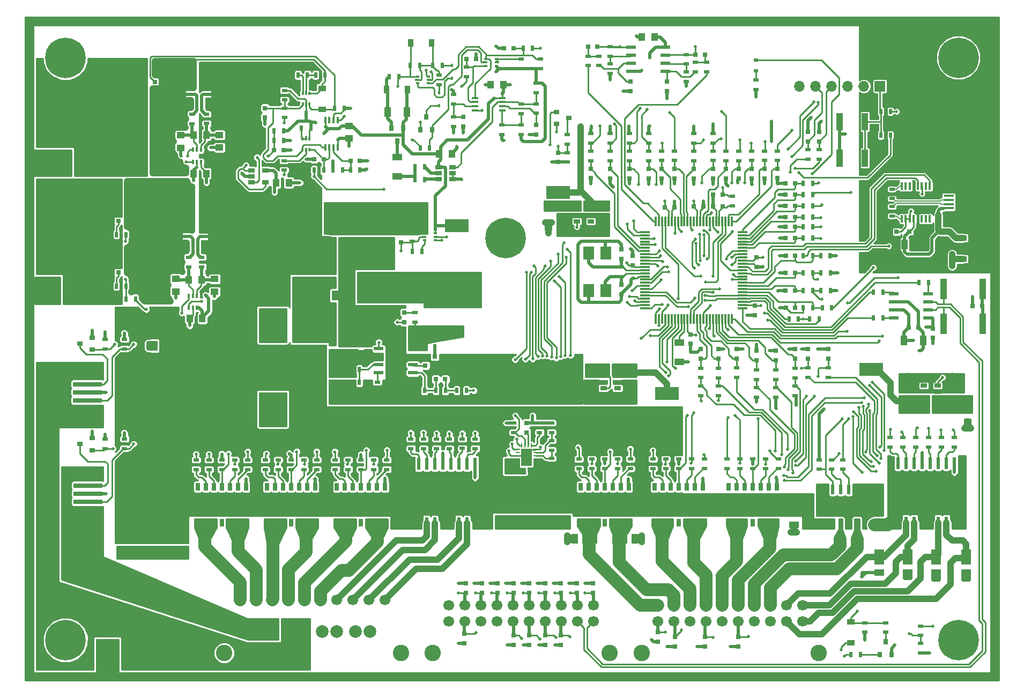
<source format=gbr>
G04 #@! TF.FileFunction,Copper,L1,Top,Signal*
%FSLAX46Y46*%
G04 Gerber Fmt 4.6, Leading zero omitted, Abs format (unit mm)*
G04 Created by KiCad (PCBNEW 4.0.7) date 01/12/18 12:19:17*
%MOMM*%
%LPD*%
G01*
G04 APERTURE LIST*
%ADD10C,0.100000*%
%ADD11R,0.750000X0.800000*%
%ADD12R,0.800000X0.750000*%
%ADD13R,1.700000X2.100000*%
%ADD14R,0.400000X1.200000*%
%ADD15R,0.400000X0.650000*%
%ADD16R,1.060000X0.650000*%
%ADD17R,0.700000X0.250000*%
%ADD18R,0.250000X0.700000*%
%ADD19R,0.825000X1.325000*%
%ADD20R,1.100000X0.400000*%
%ADD21R,1.550000X0.600000*%
%ADD22R,0.600000X1.950000*%
%ADD23R,0.650000X1.310000*%
%ADD24R,6.400000X2.650000*%
%ADD25R,9.400000X10.800000*%
%ADD26R,4.600000X0.800000*%
%ADD27R,4.600000X5.300000*%
%ADD28R,0.400000X1.100000*%
%ADD29R,0.500000X0.900000*%
%ADD30R,0.900000X0.500000*%
%ADD31R,0.900000X0.800000*%
%ADD32R,5.900000X1.600000*%
%ADD33R,1.650000X0.400000*%
%ADD34O,1.500000X1.100000*%
%ADD35O,1.700000X1.200000*%
%ADD36R,2.500000X1.430000*%
%ADD37R,1.200000X0.900000*%
%ADD38R,0.900000X1.200000*%
%ADD39R,0.800000X0.900000*%
%ADD40R,2.500000X3.300000*%
%ADD41R,1.000000X1.600000*%
%ADD42R,1.000000X1.250000*%
%ADD43R,1.250000X1.000000*%
%ADD44R,1.600000X1.000000*%
%ADD45R,1.600000X3.500000*%
%ADD46R,3.500000X1.600000*%
%ADD47R,0.375000X0.500000*%
%ADD48R,0.300000X0.650000*%
%ADD49R,0.500000X0.375000*%
%ADD50R,0.650000X0.300000*%
%ADD51R,0.800000X0.700000*%
%ADD52R,4.290000X4.500000*%
%ADD53R,1.600000X1.550000*%
%ADD54R,1.200000X1.550000*%
%ADD55R,1.700000X1.700000*%
%ADD56O,1.700000X1.700000*%
%ADD57R,0.450000X0.600000*%
%ADD58C,2.800000*%
%ADD59R,1.000000X0.500000*%
%ADD60R,0.500000X0.500000*%
%ADD61R,4.000000X2.500000*%
%ADD62R,0.800000X0.600000*%
%ADD63R,1.500000X2.400000*%
%ADD64R,1.500000X1.050000*%
%ADD65R,2.400000X1.500000*%
%ADD66R,1.050000X1.500000*%
%ADD67C,6.400000*%
%ADD68C,0.800000*%
%ADD69R,1.000000X2.750000*%
%ADD70C,1.700000*%
%ADD71C,2.600000*%
%ADD72R,1.500000X0.300000*%
%ADD73R,0.300000X1.500000*%
%ADD74R,1.200000X1.600000*%
%ADD75C,0.600000*%
%ADD76R,0.600000X1.550000*%
%ADD77R,1.600000X1.200000*%
%ADD78R,1.998980X2.999740*%
%ADD79R,1.400000X1.600000*%
%ADD80R,4.960000X3.800000*%
%ADD81R,1.900000X1.700000*%
%ADD82R,0.600000X2.400000*%
%ADD83C,2.000000*%
%ADD84R,3.800000X2.000000*%
%ADD85R,1.000000X3.200000*%
%ADD86C,0.500000*%
%ADD87C,0.250000*%
%ADD88C,0.500000*%
%ADD89C,1.000000*%
%ADD90C,2.000000*%
%ADD91C,0.150000*%
%ADD92C,0.254000*%
G04 APERTURE END LIST*
D10*
D11*
X137000000Y47750000D03*
X137000000Y49250000D03*
D12*
X113714000Y72156000D03*
X115214000Y72156000D03*
D13*
X85334000Y55260000D03*
X85334000Y61160000D03*
X82634000Y61160000D03*
X82634000Y55260000D03*
D14*
X136498500Y71732000D03*
X135863500Y71732000D03*
X135228500Y71732000D03*
X134593500Y71732000D03*
X133958500Y71732000D03*
X133323500Y71732000D03*
X132688500Y71732000D03*
X132053500Y71732000D03*
X132053500Y66532000D03*
X132688500Y66532000D03*
X133323500Y66532000D03*
X133958500Y66532000D03*
X134593500Y66532000D03*
X135228500Y66532000D03*
X135863500Y66532000D03*
X136498500Y66532000D03*
D15*
X19453000Y52500000D03*
X20753000Y52500000D03*
X20103000Y54400000D03*
X20103000Y52500000D03*
X20753000Y54400000D03*
X19453000Y54400000D03*
D16*
X58893000Y74706000D03*
X58893000Y73756000D03*
X58893000Y72806000D03*
X61093000Y72806000D03*
X61093000Y74706000D03*
X61093000Y73756000D03*
D17*
X71405000Y30119000D03*
X71405000Y29619000D03*
X71405000Y29119000D03*
X71405000Y28619000D03*
X71405000Y28119000D03*
X71405000Y27619000D03*
D18*
X72055000Y26969000D03*
X72555000Y26969000D03*
X73055000Y26969000D03*
X73555000Y26969000D03*
D17*
X74205000Y27619000D03*
X74205000Y28119000D03*
X74205000Y28619000D03*
X74205000Y29119000D03*
X74205000Y29619000D03*
X74205000Y30119000D03*
D18*
X73555000Y30769000D03*
X73055000Y30769000D03*
X72555000Y30769000D03*
X72055000Y30769000D03*
D19*
X73217500Y28206500D03*
X73217500Y29531500D03*
X72392500Y28206500D03*
X72392500Y29531500D03*
D20*
X64701000Y85653000D03*
X64701000Y85003000D03*
X64701000Y84353000D03*
X64701000Y83703000D03*
X69001000Y83703000D03*
X69001000Y84353000D03*
X69001000Y85003000D03*
X69001000Y85653000D03*
D16*
X80768000Y68050000D03*
X80768000Y67100000D03*
X80768000Y66150000D03*
X82968000Y66150000D03*
X82968000Y68050000D03*
X84964000Y41718000D03*
X84964000Y40768000D03*
X84964000Y39818000D03*
X87164000Y39818000D03*
X87164000Y41718000D03*
D21*
X130800000Y54741001D03*
X130800000Y53471001D03*
X130800000Y52201001D03*
X130800000Y50931001D03*
X136200000Y50931001D03*
X136200000Y52201001D03*
X136200000Y53471001D03*
X136200000Y54741001D03*
D22*
X141642000Y27984000D03*
X140372000Y27984000D03*
X139102000Y27984000D03*
X137832000Y27984000D03*
X136562000Y27984000D03*
X135292000Y27984000D03*
X134022000Y27984000D03*
X132752000Y27984000D03*
X131482000Y27984000D03*
X130212000Y27984000D03*
X130212000Y18584000D03*
X131482000Y18584000D03*
X132752000Y18584000D03*
X134022000Y18584000D03*
X135292000Y18584000D03*
X136562000Y18584000D03*
X137832000Y18584000D03*
X139102000Y18584000D03*
X140372000Y18584000D03*
X141642000Y18584000D03*
D23*
X100621000Y18560000D03*
X100621000Y24250000D03*
X99351000Y18560000D03*
X99351000Y24250000D03*
X98081000Y18560000D03*
X98081000Y24250000D03*
X96811000Y18560000D03*
X96811000Y24250000D03*
X95541000Y18560000D03*
X95541000Y24250000D03*
X94271000Y18560000D03*
X94271000Y24250000D03*
X93001000Y18560000D03*
X93001000Y24250000D03*
D24*
X96811000Y21405000D03*
D23*
X112330000Y18560000D03*
X112330000Y24250000D03*
X111060000Y18560000D03*
X111060000Y24250000D03*
X109790000Y18560000D03*
X109790000Y24250000D03*
X108520000Y18560000D03*
X108520000Y24250000D03*
X107250000Y18560000D03*
X107250000Y24250000D03*
X105980000Y18560000D03*
X105980000Y24250000D03*
X104710000Y18560000D03*
X104710000Y24250000D03*
D24*
X108520000Y21405000D03*
D23*
X88937000Y18560000D03*
X88937000Y24250000D03*
X87667000Y18560000D03*
X87667000Y24250000D03*
X86397000Y18560000D03*
X86397000Y24250000D03*
X85127000Y18560000D03*
X85127000Y24250000D03*
X83857000Y18560000D03*
X83857000Y24250000D03*
X82587000Y18560000D03*
X82587000Y24250000D03*
X81317000Y18560000D03*
X81317000Y24250000D03*
D24*
X85127000Y21405000D03*
D23*
X50456000Y18535000D03*
X50456000Y24225000D03*
X49186000Y18535000D03*
X49186000Y24225000D03*
X47916000Y18535000D03*
X47916000Y24225000D03*
X46646000Y18535000D03*
X46646000Y24225000D03*
X45376000Y18535000D03*
X45376000Y24225000D03*
X44106000Y18535000D03*
X44106000Y24225000D03*
X42836000Y18535000D03*
X42836000Y24225000D03*
D24*
X46646000Y21380000D03*
D23*
X39407000Y18535000D03*
X39407000Y24225000D03*
X38137000Y18535000D03*
X38137000Y24225000D03*
X36867000Y18535000D03*
X36867000Y24225000D03*
X35597000Y18535000D03*
X35597000Y24225000D03*
X34327000Y18535000D03*
X34327000Y24225000D03*
X33057000Y18535000D03*
X33057000Y24225000D03*
X31787000Y18535000D03*
X31787000Y24225000D03*
D24*
X35597000Y21380000D03*
D23*
X28485000Y18535000D03*
X28485000Y24225000D03*
X27215000Y18535000D03*
X27215000Y24225000D03*
X25945000Y18535000D03*
X25945000Y24225000D03*
X24675000Y18535000D03*
X24675000Y24225000D03*
X23405000Y18535000D03*
X23405000Y24225000D03*
X22135000Y18535000D03*
X22135000Y24225000D03*
X20865000Y18535000D03*
X20865000Y24225000D03*
D24*
X24675000Y21380000D03*
D25*
X12616000Y39160000D03*
D26*
X3466000Y36620000D03*
X3466000Y37890000D03*
X3466000Y40430000D03*
X3466000Y41700000D03*
X3466000Y42970000D03*
X3466000Y39160000D03*
X3466000Y35350000D03*
D27*
X10241000Y41910000D03*
X14991000Y41910000D03*
X14991000Y36410000D03*
X10241000Y36410000D03*
D25*
X12683000Y23158000D03*
D26*
X3533000Y20618000D03*
X3533000Y21888000D03*
X3533000Y24428000D03*
X3533000Y25698000D03*
X3533000Y26968000D03*
X3533000Y23158000D03*
X3533000Y19348000D03*
D27*
X10308000Y25908000D03*
X15058000Y25908000D03*
X15058000Y20408000D03*
X10308000Y20408000D03*
D22*
X65950000Y27859000D03*
X64680000Y27859000D03*
X63410000Y27859000D03*
X62140000Y27859000D03*
X60870000Y27859000D03*
X59600000Y27859000D03*
X58330000Y27859000D03*
X57060000Y27859000D03*
X55790000Y27859000D03*
X54520000Y27859000D03*
X54520000Y18459000D03*
X55790000Y18459000D03*
X57060000Y18459000D03*
X58330000Y18459000D03*
X59600000Y18459000D03*
X60870000Y18459000D03*
X62140000Y18459000D03*
X63410000Y18459000D03*
X64680000Y18459000D03*
X65950000Y18459000D03*
D15*
X20088000Y75548000D03*
X21388000Y75548000D03*
X20738000Y77448000D03*
X20738000Y75548000D03*
X21388000Y77448000D03*
X20088000Y77448000D03*
D28*
X41025000Y77850000D03*
X41675000Y77850000D03*
X42325000Y77850000D03*
X42975000Y77850000D03*
X42975000Y82150000D03*
X42325000Y82150000D03*
X41675000Y82150000D03*
X41025000Y82150000D03*
D29*
X51103000Y88996000D03*
X52603000Y88996000D03*
D30*
X109122000Y38414000D03*
X109122000Y39914000D03*
X19468000Y60484000D03*
X19468000Y58984000D03*
X21500000Y60484000D03*
X21500000Y58984000D03*
X63295000Y89008000D03*
X63295000Y90508000D03*
X96176000Y77260000D03*
X96176000Y75760000D03*
D29*
X9538000Y55924000D03*
X8038000Y55924000D03*
X9538000Y64052000D03*
X8038000Y64052000D03*
X11074000Y53892000D03*
X9574000Y53892000D03*
D30*
X61263000Y82622000D03*
X61263000Y81122000D03*
X61263000Y86178000D03*
X61263000Y84678000D03*
D29*
X57961000Y90774000D03*
X59461000Y90774000D03*
X54405000Y90774000D03*
X55905000Y90774000D03*
X55179000Y72740000D03*
X56679000Y72740000D03*
X55179000Y74772000D03*
X56679000Y74772000D03*
D30*
X71931000Y90290000D03*
X71931000Y91790000D03*
X74979000Y90290000D03*
X74979000Y91790000D03*
D29*
X72250000Y93500000D03*
X73750000Y93500000D03*
X57500000Y77750000D03*
X56000000Y77750000D03*
D30*
X74299126Y88000588D03*
X74299126Y86500588D03*
X74299126Y84710588D03*
X74299126Y83210588D03*
X71931000Y84678000D03*
X71931000Y83178000D03*
X68883000Y81364000D03*
X68883000Y79864000D03*
X71931000Y79864000D03*
X71931000Y81364000D03*
D29*
X115750000Y50750000D03*
X114250000Y50750000D03*
D30*
X94144000Y77260000D03*
X94144000Y75760000D03*
D29*
X117536000Y50750000D03*
X119036000Y50750000D03*
D30*
X70776000Y34310000D03*
X70776000Y32810000D03*
X74840000Y34322000D03*
X74840000Y32822000D03*
X76745000Y34322000D03*
X76745000Y32822000D03*
X76745000Y31528000D03*
X76745000Y30028000D03*
X76745000Y28734000D03*
X76745000Y27234000D03*
X117250000Y41536000D03*
X117250000Y43036000D03*
X120500000Y41536000D03*
X120500000Y43036000D03*
X115218000Y38664000D03*
X115218000Y40164000D03*
X112170000Y38414000D03*
X112170000Y39914000D03*
X102272000Y80030000D03*
X102272000Y78530000D03*
X82968000Y80042000D03*
X82968000Y78542000D03*
X109122000Y41208000D03*
X109122000Y42708000D03*
X115218000Y41458000D03*
X115218000Y42958000D03*
X112170000Y41208000D03*
X112170000Y42708000D03*
D29*
X42500000Y84000000D03*
X44000000Y84000000D03*
D30*
X34580000Y84050000D03*
X34580000Y82550000D03*
D29*
X56675000Y39446000D03*
X55175000Y39446000D03*
X59977000Y39446000D03*
X58477000Y39446000D03*
X63279000Y39446000D03*
X61779000Y39446000D03*
X118000000Y52500000D03*
X116500000Y52500000D03*
X121000000Y52500000D03*
X119500000Y52500000D03*
D30*
X55163000Y50253000D03*
X55163000Y51753000D03*
D29*
X58326000Y46304000D03*
X56826000Y46304000D03*
X54778000Y61429000D03*
X56278000Y61429000D03*
D30*
X54778000Y64477000D03*
X54778000Y62977000D03*
X49250000Y40750000D03*
X49250000Y39250000D03*
X92112000Y78530000D03*
X92112000Y80030000D03*
X89064000Y78542000D03*
X89064000Y80042000D03*
D29*
X130250000Y79750000D03*
X128750000Y79750000D03*
X130250000Y83500000D03*
X128750000Y83500000D03*
X129097000Y54960000D03*
X127597000Y54960000D03*
X136250000Y56500000D03*
X134750000Y56500000D03*
X129097000Y50896000D03*
X127597000Y50896000D03*
D30*
X138340000Y30536000D03*
X138340000Y32036000D03*
X134276000Y30536000D03*
X134276000Y32036000D03*
X140372000Y30536000D03*
X140372000Y32036000D03*
X132244000Y30536000D03*
X132244000Y32036000D03*
X130212000Y30536000D03*
X130212000Y32036000D03*
X136308000Y30536000D03*
X136308000Y32036000D03*
X119000000Y28500000D03*
X119000000Y27000000D03*
X121000000Y27000000D03*
X121000000Y28500000D03*
X96811000Y28607000D03*
X96811000Y27107000D03*
X98843000Y27107000D03*
X98843000Y28607000D03*
X100875000Y27107000D03*
X100875000Y28607000D03*
X108495000Y28607000D03*
X108495000Y27107000D03*
X110527000Y27107000D03*
X110527000Y28607000D03*
X112559000Y27107000D03*
X112559000Y28607000D03*
X112432000Y77260000D03*
X112432000Y75760000D03*
X122750000Y27000000D03*
X122750000Y28500000D03*
X108368000Y77260000D03*
X108368000Y75760000D03*
X94779000Y27107000D03*
X94779000Y28607000D03*
X92747000Y27107000D03*
X92747000Y28607000D03*
X106336000Y77248000D03*
X106336000Y75748000D03*
X106463000Y27119000D03*
X106463000Y28619000D03*
X104431000Y27107000D03*
X104431000Y28607000D03*
X92112000Y77248000D03*
X92112000Y75748000D03*
X89064000Y77248000D03*
X89064000Y75748000D03*
X85127000Y28607000D03*
X85127000Y27107000D03*
X87159000Y27107000D03*
X87159000Y28607000D03*
X99224000Y80030000D03*
X99224000Y78530000D03*
X99224000Y77236000D03*
X99224000Y75736000D03*
X102272000Y77260000D03*
X102272000Y75760000D03*
D29*
X117996000Y70378000D03*
X116496000Y70378000D03*
D30*
X89191000Y27107000D03*
X89191000Y28607000D03*
X46646000Y28480000D03*
X46646000Y26980000D03*
X48678000Y26980000D03*
X48678000Y28480000D03*
X50710000Y26980000D03*
X50710000Y28480000D03*
X35597000Y28480000D03*
X35597000Y26980000D03*
X37629000Y26980000D03*
X37629000Y28480000D03*
X39661000Y26980000D03*
X39661000Y28480000D03*
X24675000Y28480000D03*
X24675000Y26980000D03*
X26707000Y26980000D03*
X26707000Y28480000D03*
X28739000Y26980000D03*
X28739000Y28480000D03*
X110400000Y77260000D03*
X110400000Y75760000D03*
X44614000Y26980000D03*
X44614000Y28480000D03*
X42582000Y26980000D03*
X42582000Y28480000D03*
D29*
X118008000Y66822000D03*
X116508000Y66822000D03*
D30*
X33565000Y26980000D03*
X33565000Y28480000D03*
X31533000Y26968000D03*
X31533000Y28468000D03*
D29*
X118020000Y68600000D03*
X116520000Y68600000D03*
D30*
X22643000Y26980000D03*
X22643000Y28480000D03*
X20611000Y26980000D03*
X20611000Y28480000D03*
X9308000Y47530000D03*
X9308000Y46030000D03*
X9308000Y31782000D03*
X9308000Y30282000D03*
D29*
X118008000Y65294000D03*
X116508000Y65294000D03*
X117996000Y63516000D03*
X116496000Y63516000D03*
D30*
X62648000Y30294000D03*
X62648000Y31794000D03*
X58584000Y30282000D03*
X58584000Y31782000D03*
X64680000Y30282000D03*
X64680000Y31782000D03*
X56552000Y30270000D03*
X56552000Y31770000D03*
X54520000Y30282000D03*
X54520000Y31782000D03*
X60616000Y30270000D03*
X60616000Y31770000D03*
X6260000Y46030000D03*
X6260000Y47530000D03*
X6260000Y30270000D03*
X6260000Y31770000D03*
D29*
X46388000Y40716000D03*
X44888000Y40716000D03*
X44888000Y42748000D03*
X46388000Y42748000D03*
X118020000Y72156000D03*
X116520000Y72156000D03*
D30*
X83095000Y27107000D03*
X83095000Y28607000D03*
X81063000Y27095000D03*
X81063000Y28595000D03*
X86016000Y77248000D03*
X86016000Y75748000D03*
D29*
X32898000Y78894000D03*
X34398000Y78894000D03*
X34398000Y80418000D03*
X32898000Y80418000D03*
D30*
X19976000Y83090000D03*
X19976000Y81590000D03*
X22262000Y83102000D03*
X22262000Y81602000D03*
D29*
X39250000Y74250000D03*
X40750000Y74250000D03*
D30*
X104304000Y77248000D03*
X104304000Y75748000D03*
X82968000Y77248000D03*
X82968000Y75748000D03*
D29*
X38196000Y89264000D03*
X36696000Y89264000D03*
X40990000Y89264000D03*
X39490000Y89264000D03*
X45000000Y74250000D03*
X46500000Y74250000D03*
X42250000Y74250000D03*
X43750000Y74250000D03*
X38716000Y80882000D03*
X37216000Y80882000D03*
D30*
X34580000Y86844000D03*
X34580000Y85344000D03*
X79208000Y77000000D03*
X79208000Y75500000D03*
X79208000Y79818001D03*
X79208000Y78318001D03*
X34500000Y75750000D03*
X34500000Y74250000D03*
X87794000Y57460000D03*
X87794000Y58960000D03*
D31*
X4228000Y45896000D03*
X4228000Y47796000D03*
X2228000Y46846000D03*
X4228000Y30016000D03*
X4228000Y31916000D03*
X2228000Y30966000D03*
D32*
X59862000Y48780000D03*
X59862000Y53480000D03*
D30*
X42082000Y45500000D03*
X42082000Y47000000D03*
X105320000Y68636000D03*
X105320000Y70136000D03*
D33*
X139476000Y68220000D03*
X139476000Y68870000D03*
X139476000Y69520000D03*
X139476000Y70170000D03*
X139476000Y70820000D03*
D34*
X139356000Y67100000D03*
X139356000Y71940000D03*
D35*
X142356000Y66790000D03*
X142356000Y72250000D03*
D36*
X142596000Y68560000D03*
X142596000Y70480000D03*
D37*
X141750000Y60200000D03*
X141750000Y63500000D03*
D38*
X50723000Y86964000D03*
X54023000Y86964000D03*
X54533000Y94330000D03*
X57833000Y94330000D03*
D39*
X53323000Y80852000D03*
X51423000Y80852000D03*
X52373000Y78852000D03*
D40*
X-2150000Y75500000D03*
X4650000Y75500000D03*
D37*
X40500000Y87150000D03*
X40500000Y83850000D03*
X41500000Y66650000D03*
X41500000Y63350000D03*
X39000000Y49400000D03*
X39000000Y46100000D03*
D12*
X134685000Y49372000D03*
X133185000Y49372000D03*
X134772000Y64560000D03*
X133272000Y64560000D03*
D41*
X132522000Y62528000D03*
X135522000Y62528000D03*
D11*
X138086000Y63048000D03*
X138086000Y64548000D03*
X53000000Y62826000D03*
X53000000Y64326000D03*
X115206000Y46006000D03*
X115206000Y44506000D03*
D42*
X19611000Y50844000D03*
X21611000Y50844000D03*
D43*
X17436000Y57051000D03*
X17436000Y55051000D03*
X23532000Y57051000D03*
X23532000Y55051000D03*
D42*
X19484000Y56940000D03*
X21484000Y56940000D03*
D11*
X96176000Y72954000D03*
X96176000Y74454000D03*
D12*
X63307000Y91790000D03*
X64807000Y91790000D03*
D11*
X62787000Y81134000D03*
X62787000Y82634000D03*
D41*
X50873000Y83408000D03*
X53873000Y83408000D03*
D44*
X52373000Y76272000D03*
X52373000Y73272000D03*
D11*
X74299126Y79896588D03*
X74299126Y81396588D03*
X94144000Y72954000D03*
X94144000Y74454000D03*
X72808000Y34310000D03*
X72808000Y32810000D03*
X99224000Y72942000D03*
X99224000Y74442000D03*
X93500000Y-250000D03*
X93500000Y1250000D03*
X102272000Y72954000D03*
X102272000Y74454000D03*
X96250000Y-1000000D03*
X96250000Y500000D03*
D12*
X96164000Y68370000D03*
X94664000Y68370000D03*
D11*
X112170000Y45756000D03*
X112170000Y44256000D03*
D12*
X70750000Y93500000D03*
X69250000Y93500000D03*
D44*
X49448000Y53900000D03*
X49448000Y50900000D03*
X46908000Y53900000D03*
X46908000Y50900000D03*
D11*
X51734000Y52412000D03*
X51734000Y53912000D03*
D12*
X58465000Y41224000D03*
X59965000Y41224000D03*
X113750000Y52500000D03*
X115250000Y52500000D03*
X58326000Y44780000D03*
X56826000Y44780000D03*
D11*
X53512000Y50241000D03*
X53512000Y51741000D03*
D44*
X85000000Y68600000D03*
X85000000Y65600000D03*
X50968000Y65088000D03*
X50968000Y62088000D03*
X78650000Y68600000D03*
X78650000Y65600000D03*
D41*
X132435000Y47340000D03*
X135435000Y47340000D03*
D11*
X112432000Y72966000D03*
X112432000Y74466000D03*
X108368000Y72954000D03*
X108368000Y74454000D03*
X106336000Y72954000D03*
X106336000Y74454000D03*
X101000000Y-1000000D03*
X101000000Y500000D03*
X106250000Y-1000000D03*
X106250000Y500000D03*
X92112000Y72954000D03*
X92112000Y74454000D03*
X89064000Y72942000D03*
X89064000Y74442000D03*
D12*
X102284000Y70402000D03*
X103784000Y70402000D03*
X113714000Y70378000D03*
X115214000Y70378000D03*
D11*
X110400000Y72954000D03*
X110400000Y74454000D03*
D12*
X113714000Y66822000D03*
X115214000Y66822000D03*
X113714000Y68600000D03*
X115214000Y68600000D03*
X113714000Y65294000D03*
X115214000Y65294000D03*
X113714000Y63516000D03*
X115214000Y63516000D03*
D45*
X46142000Y67304000D03*
X46142000Y61904000D03*
D12*
X58326000Y43383000D03*
X56826000Y43383000D03*
D11*
X46654000Y46546000D03*
X46654000Y45046000D03*
D44*
X44368000Y44804000D03*
X44368000Y47804000D03*
X89282000Y42268000D03*
X89282000Y39268000D03*
D41*
X41090000Y49860000D03*
X44090000Y49860000D03*
D46*
X38366000Y54432000D03*
X43766000Y54432000D03*
D44*
X82932000Y42292000D03*
X82932000Y39292000D03*
D11*
X31500000Y84050000D03*
X31500000Y82550000D03*
D42*
X20230000Y73704000D03*
X22230000Y73704000D03*
D12*
X34398000Y77370000D03*
X32898000Y77370000D03*
D43*
X18198000Y79784000D03*
X18198000Y77784000D03*
X24294000Y79800000D03*
X24294000Y77800000D03*
D42*
X20246000Y79800000D03*
X22246000Y79800000D03*
D11*
X104304000Y72954000D03*
X104304000Y74454000D03*
D12*
X40750000Y76000000D03*
X39250000Y76000000D03*
X46500000Y75750000D03*
X45000000Y75750000D03*
D11*
X77750000Y75500000D03*
X77750000Y77000000D03*
D44*
X96938000Y47000000D03*
X96938000Y44000000D03*
D12*
X102284000Y68500000D03*
X103784000Y68500000D03*
D11*
X89572000Y60738000D03*
X89572000Y59238000D03*
X109130000Y58984000D03*
X109130000Y60484000D03*
X108876000Y51364000D03*
X108876000Y52864000D03*
X87794000Y61754000D03*
X87794000Y60254000D03*
X87794000Y54666000D03*
X87794000Y56166000D03*
X98716000Y46804000D03*
X98716000Y48304000D03*
D12*
X100736000Y68500000D03*
X99236000Y68500000D03*
D47*
X37462500Y84650000D03*
X38537500Y84650000D03*
D48*
X38000000Y86425000D03*
X38000000Y84575000D03*
D47*
X38537500Y86350000D03*
X37462500Y86350000D03*
X37416500Y77492000D03*
X38491500Y77492000D03*
D48*
X37954000Y79267000D03*
X37954000Y77417000D03*
D47*
X38491500Y79192000D03*
X37416500Y79192000D03*
D49*
X66343000Y91790000D03*
X66343000Y90715000D03*
D50*
X68118000Y91252500D03*
X66268000Y91252500D03*
D49*
X68043000Y90715000D03*
X68043000Y91790000D03*
X57287000Y87950500D03*
X57287000Y89025500D03*
D50*
X55512000Y88488000D03*
X57362000Y88488000D03*
D49*
X55587000Y89025500D03*
X55587000Y87950500D03*
D51*
X8336000Y70026000D03*
X8336000Y68756000D03*
X8336000Y67476000D03*
X8336000Y66206000D03*
X13836000Y66206000D03*
X13836000Y67476000D03*
X13836000Y68756000D03*
X13836000Y70026000D03*
D52*
X11586000Y68116000D03*
D53*
X12336000Y69206000D03*
X12336000Y67026000D03*
D54*
X10336000Y69206000D03*
X10336000Y67026000D03*
D51*
X8344000Y61898000D03*
X8344000Y60628000D03*
X8344000Y59348000D03*
X8344000Y58078000D03*
X13844000Y58078000D03*
X13844000Y59348000D03*
X13844000Y60628000D03*
X13844000Y61898000D03*
D52*
X11594000Y59988000D03*
D53*
X12344000Y61078000D03*
X12344000Y58898000D03*
D54*
X10344000Y61078000D03*
X10344000Y58898000D03*
D49*
X58422000Y63177500D03*
X58422000Y64252500D03*
D50*
X56647000Y63715000D03*
X58497000Y63715000D03*
D49*
X56722000Y64252500D03*
X56722000Y63177500D03*
D55*
X128620000Y87500000D03*
D56*
X126080000Y87500000D03*
X123540000Y87500000D03*
X121000000Y87500000D03*
X118460000Y87500000D03*
X115920000Y87500000D03*
D38*
X55670000Y48336000D03*
X52370000Y48336000D03*
D57*
X58977000Y84390000D03*
X58977000Y86490000D03*
X61009000Y88708000D03*
X61009000Y90808000D03*
D39*
X55995000Y80630000D03*
X57895000Y80630000D03*
X56945000Y82630000D03*
D29*
X117996000Y55194000D03*
X116496000Y55194000D03*
D30*
X58977000Y89250000D03*
X58977000Y87750000D03*
D11*
X109122000Y45756000D03*
X109122000Y44256000D03*
X63250000Y9000000D03*
X63250000Y7500000D03*
X65750000Y9000000D03*
X65750000Y7500000D03*
X68250000Y9000000D03*
X68250000Y7500000D03*
X70750000Y9000000D03*
X70750000Y7500000D03*
X73250000Y9000000D03*
X73250000Y7500000D03*
D12*
X113726000Y55194000D03*
X115226000Y55194000D03*
X113714000Y57992000D03*
X115214000Y57992000D03*
D11*
X75750000Y9000000D03*
X75750000Y7500000D03*
X78250000Y9000000D03*
X78250000Y7500000D03*
X103074000Y46006000D03*
X103074000Y44506000D03*
X100276000Y45994000D03*
X100276000Y44494000D03*
X80750000Y9000000D03*
X80750000Y7500000D03*
X83250000Y9000000D03*
X83250000Y7500000D03*
D29*
X117996000Y57992000D03*
X116496000Y57992000D03*
X120802000Y55194000D03*
X119302000Y55194000D03*
X120790000Y57992000D03*
X119290000Y57992000D03*
D30*
X103074000Y41458000D03*
X103074000Y42958000D03*
X100276000Y41470000D03*
X100276000Y42970000D03*
X103074000Y38664000D03*
X103074000Y40164000D03*
X100276000Y38664000D03*
X100276000Y40164000D03*
D11*
X82968000Y72966000D03*
X82968000Y74466000D03*
X86016000Y72954000D03*
X86016000Y74454000D03*
D51*
X14134000Y84362000D03*
X14134000Y85632000D03*
X14134000Y86912000D03*
X14134000Y88182000D03*
X8634000Y88182000D03*
X8634000Y86912000D03*
X8634000Y85632000D03*
X8634000Y84362000D03*
D52*
X10884000Y86272000D03*
D53*
X10134000Y85182000D03*
X10134000Y87362000D03*
D54*
X12134000Y85182000D03*
X12134000Y87362000D03*
D11*
X63000000Y-500000D03*
X63000000Y1000000D03*
X70750000Y-750000D03*
X70750000Y750000D03*
X73250000Y-750000D03*
X73250000Y750000D03*
D30*
X86016000Y80030000D03*
X86016000Y78530000D03*
D58*
X-2000000Y81000000D03*
X5000000Y81000000D03*
X-2000000Y86000000D03*
X5000000Y86000000D03*
X-2320000Y62020000D03*
X4680000Y62020000D03*
X-2320000Y67020000D03*
X4680000Y67020000D03*
X135000000Y78750000D03*
X142000000Y78750000D03*
X135000000Y83750000D03*
X142000000Y83750000D03*
D12*
X82500000Y93750000D03*
X84000000Y93750000D03*
X101000000Y92500000D03*
X99500000Y92500000D03*
D11*
X89250000Y86750000D03*
X89250000Y88250000D03*
X95000000Y86750000D03*
X95000000Y88250000D03*
D30*
X82500000Y90750000D03*
X82500000Y92250000D03*
X101250000Y89750000D03*
X101250000Y91250000D03*
X84250000Y92250000D03*
X84250000Y90750000D03*
X99500000Y91250000D03*
X99500000Y89750000D03*
X86000000Y92250000D03*
X86000000Y93750000D03*
X86000000Y89500000D03*
X86000000Y91000000D03*
X98000000Y91000000D03*
X98000000Y92500000D03*
X98000000Y88250000D03*
X98000000Y89750000D03*
D21*
X89300000Y93655000D03*
X89300000Y92385000D03*
X89300000Y91115000D03*
X89300000Y89845000D03*
X94700000Y89845000D03*
X94700000Y91115000D03*
X94700000Y92385000D03*
X94700000Y93655000D03*
D59*
X19000000Y86250000D03*
D60*
X18250000Y86250000D03*
X19750000Y86250000D03*
D59*
X23000000Y86250000D03*
D60*
X23750000Y86250000D03*
X22250000Y86250000D03*
D59*
X18500000Y63750000D03*
D60*
X17750000Y63750000D03*
X19250000Y63750000D03*
D59*
X22500000Y63750000D03*
D60*
X23250000Y63750000D03*
X21750000Y63750000D03*
D61*
X24750000Y37750000D03*
X32750000Y37750000D03*
X24750000Y48500000D03*
X32750000Y48500000D03*
D12*
X129750000Y64500000D03*
X131250000Y64500000D03*
X143250000Y52750000D03*
X144750000Y52750000D03*
D62*
X109000000Y89900000D03*
X109000000Y91600000D03*
D30*
X109000000Y87000000D03*
X109000000Y88500000D03*
X130500000Y69750000D03*
X130500000Y71250000D03*
X130500000Y68500000D03*
X130500000Y67000000D03*
D63*
X128500000Y13100000D03*
D64*
X128500000Y10725000D03*
D63*
X133000000Y13100000D03*
D64*
X133000000Y10725000D03*
D63*
X137500000Y13100000D03*
D64*
X137500000Y10725000D03*
D63*
X142250000Y13100000D03*
D64*
X142250000Y10725000D03*
D65*
X82750000Y16000000D03*
D66*
X80375000Y16000000D03*
D65*
X87500000Y16000000D03*
D66*
X89875000Y16000000D03*
D67*
X141000000Y0D03*
D68*
X143400000Y0D03*
X142697056Y-1697056D03*
X141000000Y-2400000D03*
X139302944Y-1697056D03*
X138600000Y0D03*
X139302944Y1697056D03*
X141000000Y2400000D03*
X142697056Y1697056D03*
D67*
X141000000Y92000000D03*
D68*
X143400000Y92000000D03*
X142697056Y90302944D03*
X141000000Y89600000D03*
X139302944Y90302944D03*
X138600000Y92000000D03*
X139302944Y93697056D03*
X141000000Y94400000D03*
X142697056Y93697056D03*
D67*
X69500000Y63500000D03*
D68*
X71900000Y63500000D03*
X71197056Y61802944D03*
X69500000Y61100000D03*
X67802944Y61802944D03*
X67100000Y63500000D03*
X67802944Y65197056D03*
X69500000Y65900000D03*
X71197056Y65197056D03*
D67*
X0Y0D03*
D68*
X2400000Y0D03*
X1697056Y-1697056D03*
X0Y-2400000D03*
X-1697056Y-1697056D03*
X-2400000Y0D03*
X-1697056Y1697056D03*
X0Y2400000D03*
X1697056Y1697056D03*
D67*
X0Y92000000D03*
D68*
X2400000Y92000000D03*
X1697056Y90302944D03*
X0Y89600000D03*
X-1697056Y90302944D03*
X-2400000Y92000000D03*
X-1697056Y93697056D03*
X0Y94400000D03*
X1697056Y93697056D03*
D69*
X122250000Y81880000D03*
X122250000Y76120000D03*
X126250000Y76120000D03*
X126250000Y81880000D03*
D31*
X77500000Y83450000D03*
X77500000Y81550000D03*
X79500000Y82500000D03*
D44*
X140000000Y37750000D03*
X140000000Y40750000D03*
X133000000Y37750000D03*
X133000000Y40750000D03*
D16*
X137750000Y38300000D03*
X137750000Y39250000D03*
X137750000Y40200000D03*
X135550000Y40200000D03*
X135550000Y38300000D03*
D70*
X93540000Y5540000D03*
X96080000Y5540000D03*
X98620000Y5540000D03*
X101160000Y5540000D03*
X103700000Y5540000D03*
X106240000Y5540000D03*
X108780000Y5540000D03*
X111320000Y5540000D03*
X113860000Y5540000D03*
X116400000Y5540000D03*
D71*
X91000000Y-2000000D03*
X118940000Y-2000000D03*
D70*
X93540000Y3000000D03*
X96080000Y3000000D03*
X98620000Y3000000D03*
X101160000Y3000000D03*
X103700000Y3000000D03*
X106240000Y3000000D03*
X108780000Y3000000D03*
X111320000Y3000000D03*
X113860000Y3000000D03*
X116400000Y3000000D03*
X60540000Y5540000D03*
X63080000Y5540000D03*
X65620000Y5540000D03*
X68160000Y5540000D03*
X70700000Y5540000D03*
X73240000Y5540000D03*
X75780000Y5540000D03*
X78320000Y5540000D03*
X80860000Y5540000D03*
X83400000Y5540000D03*
D71*
X58000000Y-2000000D03*
X85940000Y-2000000D03*
D70*
X60540000Y3000000D03*
X63080000Y3000000D03*
X65620000Y3000000D03*
X68160000Y3000000D03*
X70700000Y3000000D03*
X73240000Y3000000D03*
X75780000Y3000000D03*
X78320000Y3000000D03*
X80860000Y3000000D03*
X83400000Y3000000D03*
D43*
X44750000Y79250000D03*
X44750000Y81250000D03*
D42*
X60993000Y76804000D03*
X58993000Y76804000D03*
X67133000Y87726000D03*
X69133000Y87726000D03*
X93000000Y95250000D03*
X91000000Y95250000D03*
D11*
X117250000Y80250000D03*
X117250000Y78750000D03*
X119000000Y80250000D03*
X119000000Y78750000D03*
X78250000Y-750000D03*
X78250000Y750000D03*
X75750000Y-750000D03*
X75750000Y750000D03*
D44*
X127750000Y18250000D03*
X127750000Y21250000D03*
X71250000Y21250000D03*
X71250000Y18250000D03*
X78750000Y21250000D03*
X78750000Y18250000D03*
X115000000Y21250000D03*
X115000000Y18250000D03*
X68750000Y21250000D03*
X68750000Y18250000D03*
D41*
X17000000Y46500000D03*
X14000000Y46500000D03*
D44*
X73750000Y21250000D03*
X73750000Y18250000D03*
X14250000Y16500000D03*
X14250000Y13500000D03*
X10250000Y16500000D03*
X10250000Y13500000D03*
X76250000Y21250000D03*
X76250000Y18250000D03*
X18250000Y16500000D03*
X18250000Y13500000D03*
D30*
X117250000Y77500000D03*
X117250000Y76000000D03*
X119000000Y77500000D03*
X119000000Y76000000D03*
D72*
X106924000Y52464000D03*
X106924000Y52964000D03*
X106924000Y53464000D03*
X106924000Y53964000D03*
X106924000Y54464000D03*
X106924000Y54964000D03*
X106924000Y55464000D03*
X106924000Y55964000D03*
X106924000Y56464000D03*
X106924000Y56964000D03*
X106924000Y57464000D03*
X106924000Y57964000D03*
X106924000Y58464000D03*
X106924000Y58964000D03*
X106924000Y59464000D03*
X106924000Y59964000D03*
X106924000Y60464000D03*
X106924000Y60964000D03*
X106924000Y61464000D03*
X106924000Y61964000D03*
X106924000Y62464000D03*
X106924000Y62964000D03*
X106924000Y63464000D03*
X106924000Y63964000D03*
X106924000Y64464000D03*
D73*
X105224000Y66164000D03*
X104724000Y66164000D03*
X104224000Y66164000D03*
X103724000Y66164000D03*
X103224000Y66164000D03*
X102724000Y66164000D03*
X102224000Y66164000D03*
X101724000Y66164000D03*
X101224000Y66164000D03*
X100724000Y66164000D03*
X100224000Y66164000D03*
X99724000Y66164000D03*
X99224000Y66164000D03*
X98724000Y66164000D03*
X98224000Y66164000D03*
X97724000Y66164000D03*
X97224000Y66164000D03*
X96724000Y66164000D03*
X96224000Y66164000D03*
X95724000Y66164000D03*
X95224000Y66164000D03*
X94724000Y66164000D03*
X94224000Y66164000D03*
X93724000Y66164000D03*
X93224000Y66164000D03*
D72*
X91524000Y64464000D03*
X91524000Y63964000D03*
X91524000Y63464000D03*
X91524000Y62964000D03*
X91524000Y62464000D03*
X91524000Y61964000D03*
X91524000Y61464000D03*
X91524000Y60964000D03*
X91524000Y60464000D03*
X91524000Y59964000D03*
X91524000Y59464000D03*
X91524000Y58964000D03*
X91524000Y58464000D03*
X91524000Y57964000D03*
X91524000Y57464000D03*
X91524000Y56964000D03*
X91524000Y56464000D03*
X91524000Y55964000D03*
X91524000Y55464000D03*
X91524000Y54964000D03*
X91524000Y54464000D03*
X91524000Y53964000D03*
X91524000Y53464000D03*
X91524000Y52964000D03*
X91524000Y52464000D03*
D73*
X93224000Y50764000D03*
X93724000Y50764000D03*
X94224000Y50764000D03*
X94724000Y50764000D03*
X95224000Y50764000D03*
X95724000Y50764000D03*
X96224000Y50764000D03*
X96724000Y50764000D03*
X97224000Y50764000D03*
X97724000Y50764000D03*
X98224000Y50764000D03*
X98724000Y50764000D03*
X99224000Y50764000D03*
X99724000Y50764000D03*
X100224000Y50764000D03*
X100724000Y50764000D03*
X101224000Y50764000D03*
X101724000Y50764000D03*
X102224000Y50764000D03*
X102724000Y50764000D03*
X103224000Y50764000D03*
X103724000Y50764000D03*
X104224000Y50764000D03*
X104724000Y50764000D03*
X105224000Y50764000D03*
D21*
X49455000Y46039000D03*
X49455000Y44769000D03*
X49455000Y43499000D03*
X49455000Y42229000D03*
X54855000Y42229000D03*
X54855000Y43499000D03*
X54855000Y44769000D03*
X54855000Y46039000D03*
D74*
X52755000Y43334000D03*
X52755000Y44934000D03*
X51555000Y43334000D03*
X51555000Y44934000D03*
D75*
X51555000Y45334000D03*
X51555000Y44534000D03*
X52755000Y44534000D03*
X52755000Y45334000D03*
X51555000Y42934000D03*
X51555000Y43734000D03*
X52755000Y43734000D03*
X52755000Y42934000D03*
D76*
X124955000Y23800000D03*
X123685000Y23800000D03*
X122415000Y23800000D03*
X121145000Y23800000D03*
X121145000Y18400000D03*
X122415000Y18400000D03*
X123685000Y18400000D03*
X124955000Y18400000D03*
D77*
X122250000Y20500000D03*
X123850000Y20500000D03*
X122250000Y21700000D03*
X123850000Y21700000D03*
D75*
X124250000Y21700000D03*
X123450000Y21700000D03*
X123450000Y20500000D03*
X124250000Y20500000D03*
X121850000Y21700000D03*
X122650000Y21700000D03*
X122650000Y20500000D03*
X121850000Y20500000D03*
D11*
X120500000Y46000000D03*
X120500000Y44500000D03*
X117250000Y46000000D03*
X117250000Y44500000D03*
D37*
X76250000Y68400000D03*
X76250000Y65100000D03*
X142500000Y37900000D03*
X142500000Y34600000D03*
D12*
X113750000Y60750000D03*
X115250000Y60750000D03*
D11*
X106000000Y46000000D03*
X106000000Y44500000D03*
D37*
X124000000Y2900000D03*
X124000000Y-400000D03*
D39*
X128550000Y-2250000D03*
X130450000Y-2250000D03*
X129500000Y-250000D03*
D30*
X126250000Y2750000D03*
X126250000Y1250000D03*
D29*
X125500000Y-2250000D03*
X124000000Y-2250000D03*
D30*
X129500000Y2750000D03*
X129500000Y1250000D03*
D29*
X116500000Y60750000D03*
X118000000Y60750000D03*
X119250000Y60750000D03*
X120750000Y60750000D03*
D30*
X135000000Y2250000D03*
X135000000Y750000D03*
X135000000Y-500000D03*
X135000000Y-2000000D03*
X106000000Y43000000D03*
X106000000Y41500000D03*
D78*
X23483740Y63798000D03*
X17484260Y63798000D03*
D79*
X7450000Y-3065000D03*
X7450000Y-935000D03*
D80*
X11250000Y-2000000D03*
D81*
X11950000Y-2935000D03*
X11950000Y-1035000D03*
X9850000Y-1035000D03*
X9850000Y-2935000D03*
D82*
X13350000Y-1985000D03*
D79*
X-1750000Y54120000D03*
X-1750000Y56250000D03*
D80*
X2050000Y55185000D03*
D81*
X2750000Y54250000D03*
X2750000Y56150000D03*
X650000Y56150000D03*
X650000Y54250000D03*
D82*
X4150000Y55200000D03*
D78*
X23991740Y86175400D03*
X17992260Y86175400D03*
D70*
X27600000Y6360000D03*
X30140000Y6360000D03*
X32680000Y6360000D03*
X35220000Y6360000D03*
X37760000Y6360000D03*
X40300000Y6360000D03*
X42840000Y6360000D03*
X45380000Y6360000D03*
X47920000Y6360000D03*
X50460000Y6360000D03*
D83*
X30005000Y1360000D03*
X32305000Y1360000D03*
X35255000Y1360000D03*
X37555000Y1360000D03*
X40505000Y1360000D03*
X42805000Y1360000D03*
X45755000Y1360000D03*
X48055000Y1360000D03*
D71*
X25060000Y-2000000D03*
X53000000Y-2000000D03*
D84*
X31750000Y67250000D03*
X61750000Y65500000D03*
X95000000Y39000000D03*
X63500000Y57000000D03*
X77750000Y70750000D03*
X127250000Y42750000D03*
X134000000Y92250000D03*
D42*
X35250000Y72250000D03*
X33250000Y72250000D03*
D16*
X29400000Y74200000D03*
X29400000Y73250000D03*
X29400000Y72300000D03*
X31600000Y72300000D03*
X31600000Y74200000D03*
D85*
X144850000Y55500000D03*
X138650000Y55500000D03*
X138650000Y50000000D03*
X144850000Y50000000D03*
D86*
X123500000Y53250000D03*
X131500000Y57250000D03*
X135839377Y49477117D03*
X88644606Y59655198D03*
X103074000Y37825010D03*
X99538375Y48205877D03*
X110146000Y60496000D03*
X109827403Y52864000D03*
X131250000Y83500000D03*
X93128000Y62528000D03*
X87750000Y43250000D03*
X88750000Y43250000D03*
X89750000Y43250000D03*
X100355360Y37776000D03*
X116500000Y50750000D03*
X103750000Y71500000D03*
X94664000Y69374000D03*
X99236000Y69374000D03*
X32000000Y76500000D03*
X30255001Y76244999D03*
X22075010Y54507995D03*
X127575010Y58843413D03*
X70250000Y87750000D03*
X22250000Y72250000D03*
X92250000Y92000000D03*
X40750000Y80000000D03*
X33000000Y70750000D03*
X44000000Y82750000D03*
X102272700Y81583219D03*
X122000000Y58000000D03*
X121855934Y55194000D03*
X60971957Y87000000D03*
X119750000Y36500000D03*
X115360514Y37099799D03*
X55993788Y81788942D03*
X57750000Y89750000D03*
X68000000Y89750000D03*
X81343000Y81157000D03*
X42251750Y75717066D03*
X39500000Y81750000D03*
X86016000Y81234000D03*
X83000000Y81250000D03*
X75750000Y79250000D03*
X112244066Y36603274D03*
X99224000Y81224000D03*
X92250000Y81250000D03*
X89000000Y81250000D03*
X111500000Y82000000D03*
X111500000Y78750000D03*
X109122000Y37628000D03*
X139999341Y59122820D03*
X139994557Y60992461D03*
X140000000Y60050000D03*
X62500000Y55250000D03*
X58646928Y55220731D03*
X59468325Y55239752D03*
X60230823Y55254749D03*
X61000000Y55250000D03*
X61800000Y55250000D03*
X84250000Y43250000D03*
X83250000Y43250000D03*
X82250000Y43250000D03*
X64446000Y39446000D03*
X133935000Y47340000D03*
X90500000Y72000000D03*
X96224000Y64276000D03*
X97250000Y64500000D03*
X93250000Y72000000D03*
X127441048Y40772335D03*
X129293640Y29974979D03*
X107849809Y650022D03*
X90750000Y84000000D03*
X126973574Y40223561D03*
X128586830Y30495260D03*
X91869089Y83805901D03*
X102250000Y424990D03*
X49484463Y47049990D03*
X52369000Y50241000D03*
X97285170Y1612434D03*
X128750000Y28750000D03*
X128151263Y29162937D03*
X94750000Y1250000D03*
X76500000Y78250000D03*
X53000000Y61500000D03*
X26369000Y61353000D03*
X27369000Y61353000D03*
X25369000Y61353000D03*
X25369000Y62353000D03*
X27369000Y62353000D03*
X26369000Y62353000D03*
X26369000Y63353000D03*
X27369000Y63353000D03*
X27369000Y64353000D03*
X26369000Y64353000D03*
X25369000Y64353000D03*
X25369000Y63353000D03*
X26369000Y66353000D03*
X26369000Y65353000D03*
X25369000Y66353000D03*
X27369000Y66353000D03*
X25369000Y65353000D03*
X27369000Y65353000D03*
X25869000Y85603000D03*
X26869000Y83603000D03*
X25869000Y84603000D03*
X25869000Y83603000D03*
X27869000Y88603000D03*
X26869000Y88603000D03*
X26869000Y87603000D03*
X27869000Y86603000D03*
X27869000Y87603000D03*
X25869000Y88603000D03*
X25869000Y86603000D03*
X25869000Y87603000D03*
X26869000Y86603000D03*
X26869000Y84603000D03*
X27869000Y85603000D03*
X26869000Y85603000D03*
X27869000Y83603000D03*
X27869000Y84603000D03*
X143000000Y33500000D03*
X142000000Y33500000D03*
X76243225Y64246015D03*
X75750000Y66000000D03*
X76750000Y66000000D03*
X23500000Y40500000D03*
X24750000Y40500000D03*
X26000000Y40500000D03*
X26000000Y39500000D03*
X24750000Y39500000D03*
X23500000Y39500000D03*
X24744065Y45737559D03*
X26016826Y45767060D03*
X23500000Y45750000D03*
X26000000Y46750000D03*
X24750000Y46750000D03*
X23500000Y46750000D03*
X16181000Y43649869D03*
X10178235Y43629834D03*
X6374490Y23159642D03*
X6410000Y39160000D03*
X59369000Y24853000D03*
X60369000Y25853000D03*
X59369000Y25853000D03*
X60369000Y24853000D03*
X57369000Y24853000D03*
X58369000Y25853000D03*
X57369000Y25853000D03*
X58369000Y24853000D03*
X61369000Y24853000D03*
X63369000Y24853000D03*
X63369000Y25853000D03*
X62369000Y24853000D03*
X61369000Y25853000D03*
X62369000Y25853000D03*
X62369000Y21853000D03*
X63369000Y22853000D03*
X62369000Y23853000D03*
X62369000Y22853000D03*
X63369000Y23853000D03*
X63369000Y21853000D03*
X59369000Y22853000D03*
X58369000Y23853000D03*
X57369000Y22853000D03*
X59369000Y23853000D03*
X57369000Y23853000D03*
X58369000Y22853000D03*
X59369000Y21853000D03*
X58369000Y20853000D03*
X59369000Y20853000D03*
X57369000Y20853000D03*
X58369000Y21853000D03*
X57369000Y21853000D03*
X61369000Y22853000D03*
X60369000Y22853000D03*
X60369000Y20853000D03*
X61369000Y23853000D03*
X60369000Y23853000D03*
X60369000Y21853000D03*
X62369000Y20853000D03*
X63369000Y20853000D03*
X61369000Y20853000D03*
X61369000Y21853000D03*
X137869000Y21603000D03*
X138869000Y21603000D03*
X139869000Y20603000D03*
X139869000Y21603000D03*
X139869000Y22603000D03*
X138869000Y25603000D03*
X137869000Y24603000D03*
X137869000Y25603000D03*
X137869000Y23603000D03*
X137869000Y22603000D03*
X137869000Y20603000D03*
X138869000Y20603000D03*
X139869000Y25603000D03*
X139869000Y24603000D03*
X138869000Y24603000D03*
X138869000Y23603000D03*
X139869000Y23603000D03*
X138869000Y22603000D03*
X134869000Y21603000D03*
X135869000Y21603000D03*
X136869000Y20603000D03*
X136869000Y21603000D03*
X136869000Y22603000D03*
X135869000Y25603000D03*
X134869000Y24603000D03*
X134869000Y25603000D03*
X134869000Y23603000D03*
X134869000Y22603000D03*
X134869000Y20603000D03*
X135869000Y20603000D03*
X136869000Y25603000D03*
X136869000Y24603000D03*
X135869000Y24603000D03*
X135869000Y23603000D03*
X136869000Y23603000D03*
X135869000Y22603000D03*
X131869000Y21603000D03*
X132869000Y21603000D03*
X133869000Y20603000D03*
X133869000Y21603000D03*
X133869000Y22603000D03*
X132869000Y25603000D03*
X131869000Y24603000D03*
X131869000Y25603000D03*
X131869000Y23603000D03*
X131869000Y22603000D03*
X131869000Y20603000D03*
X132869000Y20603000D03*
X133869000Y25603000D03*
X133869000Y24603000D03*
X132869000Y24603000D03*
X132869000Y23603000D03*
X133869000Y23603000D03*
X132869000Y22603000D03*
X11202761Y43649869D03*
X15181000Y43649869D03*
X12181000Y43649869D03*
X14181000Y43649869D03*
X13181000Y43649869D03*
X110853000Y20381000D03*
X109853000Y20381000D03*
X108853000Y20381000D03*
X107853000Y20381000D03*
X106853000Y20381000D03*
X105853000Y20381000D03*
X105853000Y22381000D03*
X105853000Y21381000D03*
X106853000Y21381000D03*
X106853000Y22381000D03*
X107853000Y21381000D03*
X108853000Y22381000D03*
X108853000Y21381000D03*
X107853000Y22381000D03*
X109853000Y21381000D03*
X110853000Y22381000D03*
X109853000Y22381000D03*
X110853000Y21381000D03*
X99353000Y20381000D03*
X98353000Y20381000D03*
X97353000Y20381000D03*
X96353000Y20381000D03*
X95353000Y20381000D03*
X94353000Y20381000D03*
X94353000Y22381000D03*
X94353000Y21381000D03*
X95353000Y21381000D03*
X95353000Y22381000D03*
X96353000Y21381000D03*
X97353000Y22381000D03*
X97353000Y21381000D03*
X96353000Y22381000D03*
X98353000Y21381000D03*
X99353000Y22381000D03*
X98353000Y22381000D03*
X99353000Y21381000D03*
X87603000Y20381000D03*
X86603000Y20381000D03*
X85603000Y20381000D03*
X84603000Y20381000D03*
X83603000Y20381000D03*
X82603000Y20381000D03*
X82603000Y22381000D03*
X82603000Y21381000D03*
X83603000Y21381000D03*
X83603000Y22381000D03*
X84603000Y21381000D03*
X85603000Y22381000D03*
X85603000Y21381000D03*
X84603000Y22381000D03*
X86603000Y21381000D03*
X87603000Y22381000D03*
X86603000Y22381000D03*
X87603000Y21381000D03*
X45103000Y22381000D03*
X44103000Y22381000D03*
X46103000Y22381000D03*
X46103000Y21381000D03*
X45103000Y21381000D03*
X45103000Y20381000D03*
X44103000Y20381000D03*
X46103000Y20381000D03*
X44103000Y21381000D03*
X48103000Y22381000D03*
X47103000Y22381000D03*
X49103000Y22381000D03*
X49103000Y21381000D03*
X48103000Y21381000D03*
X47103000Y20381000D03*
X48103000Y20381000D03*
X47103000Y21381000D03*
X49103000Y20381000D03*
X34103000Y22381000D03*
X33103000Y22381000D03*
X35103000Y22381000D03*
X35103000Y21381000D03*
X34103000Y21381000D03*
X34103000Y20381000D03*
X33103000Y20381000D03*
X35103000Y20381000D03*
X33103000Y21381000D03*
X37103000Y22381000D03*
X36103000Y22381000D03*
X38103000Y22381000D03*
X38103000Y21381000D03*
X37103000Y21381000D03*
X36103000Y20381000D03*
X37103000Y20381000D03*
X36103000Y21381000D03*
X38103000Y20381000D03*
X77500000Y80250000D03*
X22103000Y20381000D03*
X23103000Y20381000D03*
X24103000Y20381000D03*
X25103000Y20381000D03*
X26103000Y20381000D03*
X26103000Y21381000D03*
X25103000Y21381000D03*
X24103000Y21381000D03*
X23103000Y21381000D03*
X22103000Y21381000D03*
X22103000Y22381000D03*
X23103000Y22381000D03*
X24103000Y22381000D03*
X25103000Y22381000D03*
X26103000Y22381000D03*
X27103000Y22381000D03*
X27103000Y21381000D03*
X27103000Y20381000D03*
X15181000Y41605000D03*
X16181000Y40605000D03*
X16181000Y41605000D03*
X14181000Y40605000D03*
X15181000Y40605000D03*
X13181000Y41605000D03*
X13181000Y40605000D03*
X14181000Y41605000D03*
X11181000Y42605000D03*
X10181000Y42605000D03*
X9181000Y43605000D03*
X9181000Y42605000D03*
X11181000Y40605000D03*
X11181000Y41605000D03*
X10181000Y40605000D03*
X10181000Y41605000D03*
X9181000Y39605000D03*
X9181000Y41605000D03*
X9181000Y40605000D03*
X12181000Y41605000D03*
X12181000Y40605000D03*
X14181000Y42605000D03*
X13181000Y42605000D03*
X12181000Y42605000D03*
X16181000Y42605000D03*
X15181000Y42605000D03*
X14181000Y35605000D03*
X14181000Y36605000D03*
X13181000Y36605000D03*
X12181000Y36605000D03*
X10181000Y34605000D03*
X10181000Y35605000D03*
X11181000Y34605000D03*
X11181000Y35605000D03*
X9181000Y35605000D03*
X9181000Y34605000D03*
X10181000Y36605000D03*
X9181000Y36605000D03*
X11181000Y36605000D03*
X9181000Y37605000D03*
X9181000Y38605000D03*
X11181000Y37605000D03*
X10181000Y38605000D03*
X11181000Y38605000D03*
X12181000Y39605000D03*
X10181000Y37605000D03*
X10181000Y39605000D03*
X11181000Y39605000D03*
X16181000Y38605000D03*
X15181000Y39605000D03*
X16181000Y39605000D03*
X14181000Y37605000D03*
X15181000Y37605000D03*
X16181000Y37605000D03*
X14181000Y38605000D03*
X15181000Y38605000D03*
X15181000Y34605000D03*
X15181000Y35605000D03*
X16181000Y35605000D03*
X16181000Y36605000D03*
X16181000Y34605000D03*
X15181000Y36605000D03*
X12181000Y34605000D03*
X12181000Y35605000D03*
X13181000Y34605000D03*
X14181000Y34605000D03*
X13181000Y35605000D03*
X12181000Y37605000D03*
X13181000Y37605000D03*
X14181000Y39605000D03*
X12181000Y38605000D03*
X13181000Y39605000D03*
X13181000Y38605000D03*
X16181000Y18603000D03*
X15181000Y18603000D03*
X14181000Y18603000D03*
X13181000Y18603000D03*
X12181000Y18603000D03*
X11181000Y18603000D03*
X10181000Y18603000D03*
X9181000Y18603000D03*
X16181000Y19603000D03*
X15181000Y19603000D03*
X14181000Y19603000D03*
X13181000Y19603000D03*
X12181000Y19603000D03*
X11181000Y19603000D03*
X10181000Y19603000D03*
X9181000Y19603000D03*
X16181000Y20603000D03*
X15181000Y20603000D03*
X14181000Y20603000D03*
X13181000Y20603000D03*
X12181000Y20603000D03*
X11181000Y20603000D03*
X10181000Y20603000D03*
X9181000Y20603000D03*
X16181000Y21603000D03*
X15181000Y21603000D03*
X14181000Y21603000D03*
X13181000Y21603000D03*
X12181000Y21603000D03*
X11181000Y21603000D03*
X10181000Y21603000D03*
X9181000Y21603000D03*
X16181000Y22603000D03*
X15181000Y22603000D03*
X14181000Y22603000D03*
X13181000Y22603000D03*
X12181000Y22603000D03*
X11181000Y22603000D03*
X10181000Y22603000D03*
X9181000Y22603000D03*
X16181000Y23603000D03*
X15181000Y23603000D03*
X14181000Y23603000D03*
X13181000Y23603000D03*
X12181000Y23603000D03*
X11181000Y23603000D03*
X10181000Y23603000D03*
X9181000Y23603000D03*
X16181000Y24603000D03*
X15181000Y24603000D03*
X14181000Y24603000D03*
X13181000Y24603000D03*
X12181000Y24603000D03*
X11181000Y24603000D03*
X10181000Y24603000D03*
X9181000Y24603000D03*
X16181000Y25603000D03*
X15181000Y25603000D03*
X14181000Y25603000D03*
X13181000Y25603000D03*
X12181000Y25603000D03*
X11181000Y25603000D03*
X10181000Y25603000D03*
X9181000Y25603000D03*
X16181000Y26603000D03*
X15181000Y26603000D03*
X14181000Y26603000D03*
X13181000Y26603000D03*
X12181000Y26603000D03*
X11181000Y26603000D03*
X10181000Y26603000D03*
X9181000Y26603000D03*
X16181000Y27603000D03*
X15181000Y27603000D03*
X14181000Y27603000D03*
X13181000Y27603000D03*
X12181000Y27603000D03*
X11181000Y27603000D03*
X10181000Y27603000D03*
X9181000Y27603000D03*
X7250000Y82250000D03*
X8250000Y82250000D03*
X9250000Y82250000D03*
X10250000Y82250000D03*
X11250000Y82250000D03*
X12250000Y82250000D03*
X12250000Y83250000D03*
X11250000Y83250000D03*
X10250000Y83250000D03*
X10250000Y83250000D03*
X9244591Y83255409D03*
X8244591Y83255409D03*
X7244591Y83255409D03*
X7244591Y84258467D03*
X7244591Y85237532D03*
X7244591Y86230195D03*
X7250000Y87250000D03*
X7250000Y88250000D03*
X7250000Y90250000D03*
X7250000Y89250000D03*
X9242226Y90240761D03*
X8250000Y89250000D03*
X8250000Y90250000D03*
X9250000Y89250000D03*
X10250000Y89250000D03*
X10250000Y90250000D03*
X11250000Y90250000D03*
X11250000Y89250000D03*
X12250000Y89250000D03*
X12250000Y90250000D03*
X12404090Y84717664D03*
X11404090Y84717664D03*
X10404090Y84717664D03*
X9404090Y84717664D03*
X12404090Y85717664D03*
X11404090Y85717664D03*
X10404090Y85717664D03*
X9404090Y85717664D03*
X12404090Y86717664D03*
X11404090Y86717664D03*
X10404090Y86717664D03*
X9404090Y86717664D03*
X12404090Y87717664D03*
X11404090Y87717664D03*
X10404090Y87717664D03*
X9404090Y87717664D03*
X12750000Y52249162D03*
X52500000Y87500000D03*
X8250000Y53500000D03*
X57000000Y90000000D03*
X89503107Y55205645D03*
X7480000Y30270000D03*
X94001898Y56940277D03*
X7750000Y46750000D03*
X129039983Y48021319D03*
X34500000Y73500000D03*
X103633724Y83474979D03*
X50250000Y71250000D03*
X39250000Y73250000D03*
X19250000Y76500000D03*
X105745915Y35508161D03*
X104617631Y49018559D03*
X83082437Y27906517D03*
X106507995Y27924990D03*
X33500000Y27750000D03*
X44500000Y27750000D03*
X94750000Y27807002D03*
X22643000Y29393000D03*
X118967346Y72250988D03*
X86000000Y29763591D03*
X98344535Y52657723D03*
X60616000Y32634000D03*
X92340948Y48103004D03*
X54520000Y32730000D03*
X102276794Y57525019D03*
X56500000Y32750000D03*
X99384087Y54056441D03*
X64680000Y32680000D03*
X90932991Y47674880D03*
X58584000Y32666000D03*
X101095203Y56567074D03*
X62648000Y32648000D03*
X119257996Y63425045D03*
X10750000Y31000000D03*
X119253663Y65255706D03*
X10750000Y46731143D03*
X89029218Y54300371D03*
X20611000Y29389000D03*
X119424990Y68750000D03*
X99447694Y63384507D03*
X99324979Y58750031D03*
X25706431Y29437526D03*
X31708194Y29475392D03*
X95160967Y52961369D03*
X99578270Y62696781D03*
X36500000Y29763591D03*
X119250000Y66750000D03*
X100000000Y59250000D03*
X96727967Y53978166D03*
X42500000Y29763591D03*
X100784907Y64699142D03*
X101322779Y60199387D03*
X110500000Y78750000D03*
X47500000Y30000000D03*
X93806701Y52357103D03*
X28750000Y29763591D03*
X99250000Y35916044D03*
X110523894Y27828474D03*
X102460361Y47992359D03*
X37750000Y27750000D03*
X48678000Y27822000D03*
X87154426Y27833803D03*
X98750000Y28000000D03*
X26707000Y27793000D03*
X39661000Y29763591D03*
X93698958Y49675919D03*
X100345118Y57469568D03*
X50750000Y30000000D03*
X73774983Y44452769D03*
X73974979Y59081744D03*
X89750000Y66250000D03*
X89191000Y30191000D03*
X72605637Y44418975D03*
X80934173Y30434173D03*
X73525944Y58075010D03*
X88750000Y65750000D03*
X104599421Y35168643D03*
X101847331Y52871733D03*
X109389255Y34975087D03*
X106500000Y79000000D03*
X74639495Y44813719D03*
X93511327Y59088713D03*
X75772668Y59108677D03*
X92747000Y29997000D03*
X98162877Y35466033D03*
X108250000Y78500000D03*
X123689468Y34975087D03*
X123430101Y48751265D03*
X122636095Y34975087D03*
X114722180Y80532578D03*
X76032523Y44924636D03*
X111242095Y29924990D03*
X77750000Y61000000D03*
X93750000Y61500000D03*
X75332633Y44911575D03*
X94294606Y59760924D03*
X100817997Y29274913D03*
X76598570Y59911757D03*
X76738686Y44739072D03*
X122174990Y29507995D03*
X78759880Y62740128D03*
X92964000Y63464000D03*
X95004454Y43924990D03*
X136250000Y33500000D03*
X130259350Y33324957D03*
X94765262Y42255020D03*
X77194872Y56703825D03*
X78200190Y44825016D03*
X95204257Y58176675D03*
X132093406Y32843406D03*
X140174990Y33174990D03*
X95250000Y41750000D03*
X134475030Y33557480D03*
X96296673Y42917378D03*
X77997105Y57410725D03*
X78877532Y45001721D03*
X95037208Y58967208D03*
X138250000Y33250000D03*
X105500000Y57750000D03*
X110853704Y50560288D03*
X105286000Y56964000D03*
X110402413Y51647989D03*
X105275021Y64502453D03*
X115774967Y73862661D03*
X104360108Y60201018D03*
X114666369Y76416369D03*
X118864637Y84958089D03*
X34500000Y81750000D03*
X118825010Y41663908D03*
X103250000Y55500000D03*
X116258610Y42953302D03*
X102285090Y54924990D03*
X71005614Y44336747D03*
X71006331Y35500000D03*
X72749948Y58075010D03*
X94250000Y78500000D03*
X101026681Y53715272D03*
X70500000Y31000000D03*
X101025021Y54432850D03*
X71250000Y31750000D03*
X128475032Y47285251D03*
X54750000Y79000000D03*
X105253413Y60496587D03*
X75000000Y93500000D03*
X114104772Y77614377D03*
X118164766Y85028818D03*
X9500000Y63000000D03*
X9500000Y57000000D03*
X18374405Y51694211D03*
X62531594Y87468406D03*
X95398822Y83325010D03*
X115217930Y74488187D03*
X100795332Y60743696D03*
X100848092Y63984560D03*
X89889633Y53575010D03*
X114449099Y73961513D03*
X88678662Y53373546D03*
X100259561Y59966982D03*
X100156594Y64093406D03*
X101647949Y49221864D03*
X79750000Y45000000D03*
X138475000Y41500000D03*
X60215000Y63715000D03*
X80750000Y65250000D03*
X79250000Y61750000D03*
X70500000Y26750000D03*
X70499692Y28247392D03*
X69750000Y28250000D03*
X69750000Y26750000D03*
X70500000Y27500000D03*
X69750000Y27500000D03*
X137000000Y46850000D03*
X134750000Y45750000D03*
X143250000Y54250000D03*
X22888417Y77791963D03*
X27870000Y73750000D03*
X37000000Y72250000D03*
X5500000Y-3500000D03*
X5500000Y-2750000D03*
X5500000Y-2000000D03*
X5500000Y-1250000D03*
X5500000Y-500000D03*
X-3750000Y53750000D03*
X-3750000Y54500000D03*
X-3750000Y55250000D03*
X-3750000Y56000000D03*
X-3750000Y56750000D03*
X125775000Y10725000D03*
X125750000Y10000000D03*
X89245712Y61813842D03*
X126174880Y21500000D03*
X126174880Y23762948D03*
X126174880Y24514950D03*
X126174880Y20000000D03*
X126174880Y23012948D03*
X126174880Y22262948D03*
X126174880Y20750000D03*
X104984254Y-1009918D03*
X126250000Y0D03*
X131000000Y-750000D03*
X136500000Y-2000000D03*
X109117446Y46734725D03*
X106999852Y46000000D03*
X103985244Y45951569D03*
X111167467Y45749690D03*
X112750000Y60750000D03*
X121750000Y60750000D03*
X118750000Y46000000D03*
X112758000Y58025021D03*
X112750000Y63500000D03*
X112698212Y70374225D03*
X112679388Y65300901D03*
X112750000Y52500000D03*
X112250000Y25750000D03*
X100610965Y25571238D03*
X88902903Y25510109D03*
X50447728Y25547196D03*
X39383607Y25501739D03*
X28483311Y25535797D03*
X116250000Y46000000D03*
X-250000Y77000000D03*
X-250000Y74000000D03*
X500000Y74000000D03*
X500000Y75500000D03*
X500000Y77000000D03*
X95000000Y-1000000D03*
X92500000Y125000D03*
X140014986Y41987317D03*
X-5750000Y66000000D03*
X-5750000Y56000000D03*
X-5750000Y46000000D03*
X-5750000Y36000000D03*
X-5750000Y26000000D03*
X-5750000Y16000000D03*
X-5750000Y6000000D03*
X-5750000Y-5750000D03*
X8000000Y-5750000D03*
X18000000Y-5750000D03*
X28000000Y-5750000D03*
X38000000Y-5750000D03*
X48000000Y-5750000D03*
X58000000Y-5750000D03*
X68000000Y-5750000D03*
X78000000Y-5750000D03*
X88000000Y-5750000D03*
X98000000Y-5750000D03*
X108000000Y-5750000D03*
X118000000Y-5750000D03*
X128000000Y-5750000D03*
X138000000Y-5750000D03*
X146750000Y-5750000D03*
X146750000Y1000000D03*
X146750000Y11000000D03*
X146750000Y21000000D03*
X146750000Y31000000D03*
X146750000Y41000000D03*
X146750000Y48500000D03*
X146750000Y58500000D03*
X146750000Y68500000D03*
X146750000Y78500000D03*
X146750000Y88500000D03*
X146750000Y97750000D03*
X135500000Y97750000D03*
X125500000Y97750000D03*
X115500000Y97750000D03*
X105500000Y97750000D03*
X95500000Y97750000D03*
X85500000Y97750000D03*
X75500000Y97750000D03*
X65500000Y97750000D03*
X55500000Y97750000D03*
X45500000Y97750000D03*
X35500000Y97750000D03*
X25500000Y97750000D03*
X15492567Y97742567D03*
X5492567Y97742567D03*
X-5757433Y97742567D03*
X-5757433Y88492567D03*
X-5757433Y78499797D03*
X47788000Y62250000D03*
X47750000Y63250000D03*
X48750000Y63250000D03*
X48750000Y62250000D03*
X51000000Y40250000D03*
X52000000Y40250000D03*
X53000000Y40250000D03*
X53000000Y41000000D03*
X52000000Y41000000D03*
X51000000Y41000000D03*
X75000000Y30500000D03*
X70000000Y29924000D03*
X73217500Y28206500D03*
X72392500Y28206500D03*
X72392500Y29531500D03*
X73217500Y29531500D03*
X13000000Y47000000D03*
X13000000Y46000000D03*
X94250000Y53000000D03*
X19250000Y14500000D03*
X18250000Y14500000D03*
X17000000Y14500000D03*
X15500000Y14500000D03*
X14250000Y14500000D03*
X13000000Y14500000D03*
X11500000Y14500000D03*
X10250000Y14500000D03*
X9000000Y14500000D03*
X51000000Y49750000D03*
X51000000Y48750000D03*
X51000000Y47750000D03*
X50000000Y47750000D03*
X49000000Y47750000D03*
X48000000Y47750000D03*
X47000000Y47750000D03*
X46000000Y47750000D03*
X46000000Y48750000D03*
X47000000Y48750000D03*
X48000000Y48750000D03*
X49000000Y48750000D03*
X50000000Y48750000D03*
X50000000Y49750000D03*
X49000000Y49750000D03*
X48000000Y49750000D03*
X47000000Y49750000D03*
X46000000Y49750000D03*
X119750000Y24500000D03*
X125250000Y22250000D03*
X125250000Y21500000D03*
X125250000Y20750000D03*
X125250000Y20000000D03*
X119750000Y23750000D03*
X119750000Y23000000D03*
X119750000Y22250000D03*
X119750000Y21500000D03*
X119750000Y20750000D03*
X119750000Y20000000D03*
X64680000Y25663752D03*
X120750000Y20000000D03*
X120750000Y20750000D03*
X120750000Y21500000D03*
X120750000Y22250000D03*
X59596532Y29548268D03*
X140366802Y26503849D03*
X135282809Y29678833D03*
X31250000Y51500000D03*
X32750000Y51500000D03*
X32739629Y50499042D03*
X34112219Y51524347D03*
X34099057Y50514842D03*
X31250000Y50500000D03*
X115488808Y17004481D03*
X114500000Y17000000D03*
X79250000Y15500000D03*
X79250000Y16500000D03*
X91000000Y15500000D03*
X91000000Y16500000D03*
X142750000Y9500000D03*
X141750000Y9500000D03*
X138000000Y9500000D03*
X137000000Y9500000D03*
X133500000Y9750000D03*
X132500000Y9750000D03*
X99750000Y-1000000D03*
X62000000Y-500000D03*
X69767133Y-749872D03*
X72276325Y-740404D03*
X74738172Y-749872D03*
X77237895Y-759341D03*
X117725910Y82528774D03*
X123149322Y79959509D03*
X119364617Y81975030D03*
X61750000Y78000000D03*
X44750000Y78000000D03*
X66250000Y87750000D03*
X64531594Y8968406D03*
X69500000Y9000000D03*
X79250000Y19250000D03*
X78250000Y19250000D03*
X76750000Y19250000D03*
X75750000Y19250000D03*
X74250000Y19250000D03*
X73250000Y19250000D03*
X71750000Y19250000D03*
X70750000Y19250000D03*
X69250000Y19250000D03*
X68250000Y19250000D03*
X112432000Y72075010D03*
X82000000Y9000000D03*
X79500000Y9000000D03*
X77000000Y9000000D03*
X74500000Y9000000D03*
X72000000Y9000000D03*
X67000000Y9000000D03*
X62000000Y9000000D03*
X133000000Y42000000D03*
X34099057Y34764842D03*
X34112219Y35774347D03*
X59427500Y63139990D03*
X98385089Y43924990D03*
X76750000Y75500000D03*
X80757510Y64257510D03*
X81757510Y64257510D03*
X82757510Y64257510D03*
X83757510Y64257510D03*
X84740717Y64257510D03*
X130000000Y65625000D03*
X138086000Y61836000D03*
X6260000Y48740000D03*
X4228000Y48978000D03*
X9250000Y48500000D03*
X9250000Y32750000D03*
X6250000Y32500000D03*
X4250000Y33000000D03*
X32739629Y34749042D03*
X32750000Y35750000D03*
X31250000Y34750000D03*
X31250000Y35750000D03*
X69257970Y78944782D03*
X65794000Y83703000D03*
X68000000Y93850000D03*
X110132846Y59025021D03*
X112518419Y55174990D03*
X109000000Y85750000D03*
X89231358Y37983200D03*
X87497457Y37999952D03*
X86001806Y37997094D03*
X83000000Y38000000D03*
X84500000Y38000000D03*
X90162743Y95446213D03*
X23532000Y54275020D03*
X47560459Y74439541D03*
X73750000Y35500000D03*
X69560000Y34310000D03*
X86501862Y71568138D03*
X135690000Y64560000D03*
X133958500Y70541500D03*
X106156833Y72220020D03*
X108399315Y71945712D03*
X82968000Y72066000D03*
X92109732Y71972675D03*
X89064000Y72042000D03*
X94144000Y72054000D03*
X96176000Y72054000D03*
X99224000Y72026000D03*
X102272000Y72022000D03*
X104608000Y71750000D03*
X110400000Y72054000D03*
X89318000Y56889055D03*
X55126291Y41044633D03*
X19611000Y49685000D03*
X18250000Y76500000D03*
X20230000Y72579000D03*
X45000000Y84000000D03*
X31500000Y81500000D03*
X35557760Y78894001D03*
X35630000Y77370000D03*
X38000000Y76000000D03*
X47750000Y75750000D03*
X35327000Y29500000D03*
X46646000Y29354000D03*
X85127000Y27857000D03*
X96811000Y27811000D03*
X108500000Y27807002D03*
X98706406Y45519594D03*
X24675000Y29425000D03*
X95000000Y85500000D03*
X88000000Y86750000D03*
X86000000Y88500000D03*
X91000000Y90000000D03*
X98000000Y87500000D03*
X112706575Y66821020D03*
X112700138Y68602103D03*
X114202000Y46018000D03*
X62787000Y80106000D03*
X64819000Y92679000D03*
X73245588Y79896588D03*
X62533000Y72740000D03*
X61263000Y80106000D03*
X17436000Y54051000D03*
X107618000Y51364000D03*
X102284000Y69374000D03*
X96164000Y69374000D03*
X100736000Y69374000D03*
X126164640Y38290389D03*
X113421289Y25984477D03*
X62000000Y7500000D03*
X84429859Y81200010D03*
X125690127Y37536689D03*
X113500000Y25250000D03*
X64750000Y7500000D03*
X86662510Y81524302D03*
X114109884Y26981085D03*
X67250000Y7500000D03*
X114880376Y26468406D03*
X69750000Y7500000D03*
X113524562Y27365030D03*
X72250000Y7500000D03*
X115318454Y27635516D03*
X119450454Y53862734D03*
X74750000Y7500000D03*
X118250000Y38500000D03*
X115317780Y28335527D03*
X118750000Y57000000D03*
X77250000Y7500000D03*
X117000000Y38500000D03*
X113062671Y29342368D03*
X79750000Y7500000D03*
X112109624Y29932069D03*
X82000000Y7500000D03*
X102000000Y67500000D03*
X77750000Y78000000D03*
X101752451Y64775019D03*
X105250000Y72250000D03*
X103001919Y64447680D03*
X107250000Y72250000D03*
X98947792Y64789922D03*
X100500000Y72250000D03*
X124317960Y35283331D03*
X64825010Y1206660D03*
X125776554Y26510530D03*
X124046829Y70688071D03*
X72064656Y281663D03*
X127968158Y26679388D03*
X124437802Y36124614D03*
X103500000Y79174990D03*
X74930569Y224981D03*
X127559854Y27449333D03*
X125275021Y36750000D03*
X100750000Y79000000D03*
X125974979Y36897255D03*
X77424996Y474981D03*
X127266203Y28170609D03*
X87485444Y93714370D03*
X126424990Y29715198D03*
X79657503Y519189D03*
X126840910Y37302564D03*
X99475848Y93760183D03*
X135250000Y70500000D03*
X133500000Y67750000D03*
X105250000Y59250000D03*
X117910930Y73654720D03*
X137000000Y2250000D03*
X133741675Y36508325D03*
X132991675Y36508325D03*
X132162432Y36508325D03*
X11250000Y64500000D03*
X11250000Y63500000D03*
X12250000Y63500000D03*
X12250000Y64500000D03*
X13250000Y64500000D03*
X13250000Y63500000D03*
X14250000Y63500000D03*
X14250000Y64500000D03*
X10250000Y57000000D03*
X11250000Y56000000D03*
X11250000Y57000000D03*
X12250000Y57000000D03*
X12250000Y56000000D03*
X13250000Y56000000D03*
X13250000Y57000000D03*
X14250000Y57000000D03*
X14250000Y56000000D03*
X15250000Y56000000D03*
X15250000Y57000000D03*
X15250000Y58000000D03*
X15250000Y59000000D03*
X15250000Y60000000D03*
X15250000Y61000000D03*
X15250000Y62000000D03*
X15250000Y63000000D03*
X15250000Y64000000D03*
X15250000Y65000000D03*
X15250000Y66000000D03*
X15250000Y67000000D03*
X15250000Y68000000D03*
X15250000Y69000000D03*
X15250000Y70000000D03*
X15250000Y71000000D03*
X15250000Y72000000D03*
X14250000Y72000000D03*
X14250000Y71000000D03*
X13250000Y71000000D03*
X13250000Y72000000D03*
X12250000Y72000000D03*
X12250000Y71000000D03*
X11250000Y71000000D03*
X11250000Y72000000D03*
X10250000Y72000000D03*
X10250000Y71000000D03*
X10096352Y58454352D03*
X11096352Y58454352D03*
X12096352Y58454352D03*
X13096352Y58454352D03*
X13096352Y59454352D03*
X12096352Y59454352D03*
X11096352Y59454352D03*
X10096352Y59454352D03*
X10096352Y60454352D03*
X11096352Y60454352D03*
X12096352Y60454352D03*
X13096352Y60454352D03*
X13096352Y61454352D03*
X10096352Y61454352D03*
X12096352Y61454352D03*
X11096352Y61454352D03*
X13096352Y66654352D03*
X12096352Y66654352D03*
X11096352Y66654352D03*
X10096352Y66654352D03*
X13096352Y67654352D03*
X12096352Y67654352D03*
X11096352Y67654352D03*
X10096352Y67654352D03*
X13096352Y68654352D03*
X12096352Y68654352D03*
X11096352Y68654352D03*
X10096352Y68654352D03*
X13096352Y69654352D03*
X12096352Y69654352D03*
X11096352Y69654352D03*
X10096352Y69654352D03*
X127000000Y36250000D03*
X130000000Y62250000D03*
X128500000Y28000000D03*
X125000000Y4600000D03*
X122500000Y-1500000D03*
X133250000Y1000000D03*
X114000000Y30174990D03*
X79038479Y60500000D03*
X94000000Y60750000D03*
X77503319Y44614646D03*
X123000000Y-2500000D03*
X28500000Y75000000D03*
X19048000Y75548000D03*
X21500000Y53500000D03*
D87*
X127750000Y57250000D02*
X123750000Y53250000D01*
X123750000Y53250000D02*
X123500000Y53250000D01*
X131500000Y57250000D02*
X127750000Y57250000D01*
D88*
X137000000Y49250000D02*
X137000000Y50838094D01*
X137000000Y50838094D02*
X136907093Y50931001D01*
X136907093Y50931001D02*
X136472858Y50931001D01*
X135839377Y49477117D02*
X136772883Y49477117D01*
X136772883Y49477117D02*
X137000000Y49250000D01*
D89*
X89282000Y42268000D02*
X93232000Y42268000D01*
X93232000Y42268000D02*
X95006982Y40493018D01*
X95006982Y40493018D02*
X95006982Y39001335D01*
D87*
X88644606Y59540394D02*
X88644606Y59655198D01*
X88947000Y59238000D02*
X88644606Y59540394D01*
X89572000Y59238000D02*
X88947000Y59238000D01*
X103074000Y38664000D02*
X103074000Y37825010D01*
X99440252Y48304000D02*
X99538375Y48205877D01*
X98716000Y48304000D02*
X99440252Y48304000D01*
X110134000Y60484000D02*
X110146000Y60496000D01*
X109130000Y60484000D02*
X110134000Y60484000D01*
X115750000Y50750000D02*
X116500000Y50750000D01*
X108876000Y52864000D02*
X109827403Y52864000D01*
X130250000Y83500000D02*
X131250000Y83500000D01*
X93064000Y62464000D02*
X93128000Y62528000D01*
X91524000Y62464000D02*
X93064000Y62464000D01*
X89750000Y43250000D02*
X89750000Y42736000D01*
X89750000Y42736000D02*
X89282000Y42268000D01*
X88750000Y43250000D02*
X87750000Y43250000D01*
X89750000Y43250000D02*
X88750000Y43250000D01*
X100276000Y38664000D02*
X100276000Y37855360D01*
X100276000Y37855360D02*
X100355360Y37776000D01*
X117536000Y50750000D02*
X116500000Y50750000D01*
X103784000Y70402000D02*
X103784000Y71466000D01*
X103784000Y71466000D02*
X103750000Y71500000D01*
X104688000Y70148000D02*
X105308000Y70148000D01*
X105308000Y70148000D02*
X105320000Y70136000D01*
X103784000Y70402000D02*
X104434000Y70402000D01*
X104434000Y70402000D02*
X104688000Y70148000D01*
X106924000Y52964000D02*
X108776000Y52964000D01*
X108776000Y52964000D02*
X108876000Y52864000D01*
X94664000Y68370000D02*
X94664000Y69374000D01*
X99236000Y68995000D02*
X99236000Y69374000D01*
X99236000Y68370000D02*
X99236000Y68995000D01*
X91524000Y58964000D02*
X89834000Y58964000D01*
X98224000Y50764000D02*
X98224000Y48796000D01*
X98224000Y48796000D02*
X98716000Y48304000D01*
X95224000Y66164000D02*
X95224000Y67810000D01*
X95224000Y67810000D02*
X94664000Y68370000D01*
X106924000Y59964000D02*
X108610000Y59964000D01*
X108610000Y59964000D02*
X109130000Y60484000D01*
X99724000Y66164000D02*
X99724000Y67882000D01*
X99724000Y67882000D02*
X99236000Y68370000D01*
D88*
X87794000Y57460000D02*
X87794000Y56166000D01*
X85254000Y56686000D02*
X86028000Y57460000D01*
X86028000Y57460000D02*
X87794000Y57460000D01*
X85254000Y55540000D02*
X85254000Y56686000D01*
X85334000Y55260000D02*
X85334000Y55460000D01*
X85334000Y55460000D02*
X85254000Y55540000D01*
D87*
X91524000Y57964000D02*
X88498000Y57964000D01*
X88498000Y57964000D02*
X87994000Y57460000D01*
X87994000Y57460000D02*
X87794000Y57460000D01*
X85334000Y55260000D02*
X85334000Y55844000D01*
D88*
X87794000Y58960000D02*
X87794000Y60254000D01*
X82634000Y61160000D02*
X82634000Y59610000D01*
X82634000Y59610000D02*
X83284000Y58960000D01*
X83284000Y58960000D02*
X86844000Y58960000D01*
X86844000Y58960000D02*
X87794000Y58960000D01*
D87*
X91524000Y58464000D02*
X88556000Y58464000D01*
X88556000Y58464000D02*
X88060000Y58960000D01*
X88060000Y58960000D02*
X87794000Y58960000D01*
X82634000Y60576000D02*
X82634000Y61160000D01*
X82634000Y60960000D02*
X82634000Y61160000D01*
X87794000Y59975000D02*
X87794000Y60000000D01*
X104354000Y68370000D02*
X103784000Y68370000D01*
X105320000Y68636000D02*
X104620000Y68636000D01*
X104620000Y68636000D02*
X104354000Y68370000D01*
X103224000Y66164000D02*
X103224000Y67810000D01*
X103224000Y67810000D02*
X103784000Y68370000D01*
X97724000Y50764000D02*
X97724000Y48819093D01*
X97724000Y48819093D02*
X96938000Y48033093D01*
X96938000Y48033093D02*
X96938000Y47000000D01*
X45000000Y75750000D02*
X43625000Y75750000D01*
X43625000Y75750000D02*
X42325000Y77050000D01*
X42325000Y77050000D02*
X42325000Y77850000D01*
X45000000Y74250000D02*
X45000000Y75750000D01*
X45000000Y74250000D02*
X43750000Y74250000D01*
X40750000Y76000000D02*
X40725000Y76000000D01*
X40725000Y76000000D02*
X39233000Y77492000D01*
X39233000Y77492000D02*
X38491500Y77492000D01*
X40750000Y76000000D02*
X41400000Y76000000D01*
X41400000Y76000000D02*
X41675000Y76275000D01*
X41675000Y76275000D02*
X41675000Y77050000D01*
X41675000Y77050000D02*
X41675000Y77850000D01*
X40750000Y74250000D02*
X40750000Y76000000D01*
D88*
X20246000Y79800000D02*
X18214000Y79800000D01*
X18214000Y79800000D02*
X18198000Y79784000D01*
D87*
X20738000Y78276000D02*
X20246000Y78768000D01*
X20246000Y78768000D02*
X20246000Y79800000D01*
X20738000Y77448000D02*
X20738000Y78276000D01*
D88*
X19976000Y81590000D02*
X19976000Y80070000D01*
X19976000Y80070000D02*
X20246000Y79800000D01*
X22246000Y79800000D02*
X24294000Y79800000D01*
D87*
X21388000Y77448000D02*
X21388000Y78164000D01*
X21388000Y78164000D02*
X22008000Y78784000D01*
X22008000Y78784000D02*
X22008000Y79562000D01*
X22008000Y79562000D02*
X22246000Y79800000D01*
D88*
X22262000Y81602000D02*
X22262000Y79816000D01*
X22262000Y79816000D02*
X22246000Y79800000D01*
D87*
X29400000Y72300000D02*
X30180000Y72300000D01*
X30180000Y72300000D02*
X30513047Y72633047D01*
X30513047Y72633047D02*
X30513047Y75986953D01*
X30513047Y75986953D02*
X30255001Y76244999D01*
X32000000Y76500000D02*
X32028000Y76500000D01*
X32028000Y76500000D02*
X32898000Y77370000D01*
X32898000Y78894000D02*
X32898000Y80418000D01*
X32898000Y77370000D02*
X32898000Y78894000D01*
D88*
X22325009Y54257996D02*
X22075010Y54507995D01*
X22611000Y53972005D02*
X22325009Y54257996D01*
X21611000Y50969000D02*
X22611000Y51969000D01*
X21611000Y50844000D02*
X21611000Y50969000D01*
X22611000Y51969000D02*
X22611000Y53972005D01*
D87*
X121231597Y52500000D02*
X121000000Y52500000D01*
X127575010Y58843413D02*
X121231597Y52500000D01*
D88*
X58422000Y65500000D02*
X58422000Y70172000D01*
X58422000Y64828000D02*
X58422000Y65500000D01*
X58422000Y65500000D02*
X61750000Y65500000D01*
X59243000Y76804000D02*
X59243000Y77941955D01*
X59243000Y77941955D02*
X60301045Y79000000D01*
X66783990Y82283990D02*
X66783990Y84737990D01*
X60301045Y79000000D02*
X63500000Y79000000D01*
X63500000Y79000000D02*
X66783990Y82283990D01*
X66783990Y84737990D02*
X67699000Y85653000D01*
X53323000Y80852000D02*
X53323000Y79752001D01*
X53323000Y79752001D02*
X46747999Y79752001D01*
X46747999Y79752001D02*
X45250000Y81250000D01*
X45250000Y81250000D02*
X44750000Y81250000D01*
X44750000Y81250000D02*
X43625000Y81250000D01*
X43625000Y81250000D02*
X43125000Y80750000D01*
X43125000Y80750000D02*
X41375000Y80750000D01*
X69001000Y86499000D02*
X69031000Y86499000D01*
X69031000Y86499000D02*
X69133000Y86601000D01*
X69133000Y86601000D02*
X69133000Y87726000D01*
X70250000Y87750000D02*
X69157000Y87750000D01*
X69157000Y87750000D02*
X69133000Y87726000D01*
X58422000Y70172000D02*
X60000000Y71750000D01*
X60000000Y71750000D02*
X60000000Y74629000D01*
X60000000Y74629000D02*
X59923000Y74706000D01*
X59923000Y74706000D02*
X58893000Y74706000D01*
D87*
X58422000Y64252500D02*
X58422000Y64828000D01*
D88*
X69001000Y86249000D02*
X69001000Y86499000D01*
D87*
X69001000Y85653000D02*
X69001000Y86249000D01*
X67699000Y85653000D02*
X69001000Y85653000D01*
X41025000Y81100000D02*
X41025000Y82150000D01*
D88*
X21611000Y50844000D02*
X21611000Y51969000D01*
X21611000Y51969000D02*
X21080000Y52500000D01*
X21080000Y52500000D02*
X20803010Y52500000D01*
X22250000Y72250000D02*
X22250000Y73684000D01*
X22250000Y73684000D02*
X22230000Y73704000D01*
X92250000Y92750000D02*
X93155000Y93655000D01*
X93155000Y93655000D02*
X94700000Y93655000D01*
X92250000Y92000000D02*
X92250000Y92750000D01*
X41375000Y80750000D02*
X41025000Y81100000D01*
D87*
X21388000Y75548000D02*
X21388000Y74671000D01*
X21388000Y74671000D02*
X22230000Y73829000D01*
X22230000Y73829000D02*
X22230000Y73704000D01*
D88*
X93905000Y95250000D02*
X92750000Y95250000D01*
X94700000Y93655000D02*
X94700000Y94455000D01*
X94700000Y94455000D02*
X93905000Y95250000D01*
X53323000Y78267000D02*
X53323000Y80852000D01*
X53873000Y83408000D02*
X53873000Y86814000D01*
X53873000Y86814000D02*
X54023000Y86964000D01*
X53786000Y82265000D02*
X53786000Y83321000D01*
X53786000Y83321000D02*
X53873000Y83408000D01*
X53323000Y80852000D02*
X53323000Y81802000D01*
X53323000Y81802000D02*
X53786000Y82265000D01*
X58893000Y74706000D02*
X58893000Y75531000D01*
X58893000Y75531000D02*
X59243000Y75881000D01*
X41375000Y80750000D02*
X41375000Y80625000D01*
X41375000Y80625000D02*
X40750000Y80000000D01*
X54786000Y76804000D02*
X53323000Y78267000D01*
X59243000Y76804000D02*
X54786000Y76804000D01*
X59243000Y75881000D02*
X59243000Y76804000D01*
X33000000Y70750000D02*
X33000000Y72000000D01*
X33000000Y72000000D02*
X33250000Y72250000D01*
X33250000Y73750000D02*
X32800000Y74200000D01*
X32800000Y74200000D02*
X31600000Y74200000D01*
X33250000Y72250000D02*
X33250000Y73750000D01*
X119750000Y36500000D02*
X119026034Y35776034D01*
X119026034Y35776034D02*
X119026034Y28551091D01*
X119026034Y28551091D02*
X119038009Y28539116D01*
D87*
X43500000Y82250000D02*
X43500000Y82225000D01*
X43500000Y82225000D02*
X43425000Y82150000D01*
X43425000Y82150000D02*
X42975000Y82150000D01*
X44000000Y82750000D02*
X43500000Y82250000D01*
D88*
X102272000Y81582519D02*
X102272700Y81583219D01*
X102272000Y80030000D02*
X102272000Y81582519D01*
X120802000Y55194000D02*
X121855934Y55194000D01*
X121919268Y57992000D02*
X121924880Y57986388D01*
X120790000Y57992000D02*
X121919268Y57992000D01*
X61250000Y86721957D02*
X61250000Y86191000D01*
X61250000Y86191000D02*
X61263000Y86178000D01*
X60971957Y87000000D02*
X61250000Y86721957D01*
D89*
X81343000Y71000000D02*
X81093000Y70750000D01*
X81093000Y70750000D02*
X77750000Y70750000D01*
D88*
X115218000Y38664000D02*
X115360514Y38521486D01*
X115360514Y38521486D02*
X115360514Y37453352D01*
X115360514Y37453352D02*
X115360514Y37099799D01*
D87*
X82968000Y68050000D02*
X82968000Y69375000D01*
X55995000Y80630000D02*
X55995000Y81787730D01*
X55995000Y81787730D02*
X55993788Y81788942D01*
X57862001Y89637999D02*
X57750000Y89750000D01*
X57362000Y88488000D02*
X57772002Y88488000D01*
X57772002Y88488000D02*
X57862001Y88577999D01*
X57862001Y88577999D02*
X57862001Y89637999D01*
D88*
X68405499Y90155499D02*
X68000000Y89750000D01*
X68405499Y90290000D02*
X68405499Y90155499D01*
D89*
X81343000Y71000000D02*
X81343000Y80500000D01*
X81343000Y80500000D02*
X81343000Y81157000D01*
X82968000Y69375000D02*
X81343000Y71000000D01*
D88*
X42250000Y74250000D02*
X42250000Y75715316D01*
X42250000Y75715316D02*
X42251750Y75717066D01*
X38716000Y81832000D02*
X39418000Y81832000D01*
X39418000Y81832000D02*
X39500000Y81750000D01*
X86016000Y80030000D02*
X86016000Y81234000D01*
X83000000Y80824000D02*
X83000000Y81250000D01*
X82968000Y80042000D02*
X82968000Y80792000D01*
X82968000Y80792000D02*
X83000000Y80824000D01*
X112170000Y38414000D02*
X112170000Y36677340D01*
X112170000Y36677340D02*
X112244066Y36603274D01*
X99224000Y80030000D02*
X99224000Y81224000D01*
X92112000Y80030000D02*
X92112000Y81112000D01*
X92112000Y81112000D02*
X92250000Y81250000D01*
X89000000Y81250000D02*
X89000000Y80106000D01*
X89000000Y80106000D02*
X89064000Y80042000D01*
X111500000Y78750000D02*
X111500000Y82000000D01*
X109122000Y38414000D02*
X109122000Y37628000D01*
X38548000Y82000000D02*
X38000000Y82000000D01*
X38000000Y82000000D02*
X36730000Y82000000D01*
X38000000Y83500000D02*
X38000000Y82000000D01*
D87*
X38000000Y84575000D02*
X38000000Y83500000D01*
X37750000Y85500000D02*
X38000000Y85250000D01*
X38000000Y85250000D02*
X38000000Y84575000D01*
X36750000Y85500000D02*
X37750000Y85500000D01*
X35406000Y86844000D02*
X36750000Y85500000D01*
X34580000Y86844000D02*
X35406000Y86844000D01*
D88*
X36730000Y82000000D02*
X35148000Y80418000D01*
X35148000Y80418000D02*
X34398000Y80418000D01*
X38716000Y80882000D02*
X38716000Y81832000D01*
X38716000Y81832000D02*
X38548000Y82000000D01*
X75250000Y78750000D02*
X72295000Y78750000D01*
X72295000Y78750000D02*
X71931000Y79114000D01*
X75750000Y79250000D02*
X75250000Y78750000D01*
X75750000Y87500000D02*
X75750000Y79250000D01*
X75249412Y88000588D02*
X75750000Y87500000D01*
X74299126Y88000588D02*
X75249412Y88000588D01*
D87*
X38491500Y79192000D02*
X38491500Y80657500D01*
X38491500Y80657500D02*
X38716000Y80882000D01*
D88*
X71931000Y79114000D02*
X71931000Y79864000D01*
X71931000Y90290000D02*
X74344000Y90290000D01*
X74344000Y90290000D02*
X74979000Y90290000D01*
X74299126Y88000588D02*
X74299126Y90245126D01*
X74299126Y90245126D02*
X74344000Y90290000D01*
X71931000Y90290000D02*
X68405499Y90290000D01*
X68405499Y90290000D02*
X68043000Y90652499D01*
X133185000Y49372000D02*
X133185000Y51398287D01*
X133185000Y51398287D02*
X132382286Y52201001D01*
X132382286Y52201001D02*
X131822858Y52201001D01*
X131822858Y52201001D02*
X130800000Y52201001D01*
D89*
X140000000Y59123479D02*
X139999341Y59122820D01*
X140000000Y60050000D02*
X140000000Y59123479D01*
X140000000Y60987018D02*
X139994557Y60992461D01*
X140000000Y60050000D02*
X140000000Y60987018D01*
X141750000Y60200000D02*
X140150000Y60200000D01*
X140150000Y60200000D02*
X140000000Y60050000D01*
D87*
X62500000Y55250000D02*
X61800000Y55250000D01*
X58665949Y55239752D02*
X58646928Y55220731D01*
X59468325Y55239752D02*
X58665949Y55239752D01*
X59483322Y55254749D02*
X59468325Y55239752D01*
X60230823Y55254749D02*
X59483322Y55254749D01*
X60235572Y55250000D02*
X60230823Y55254749D01*
X61000000Y55250000D02*
X60235572Y55250000D01*
X60582000Y55250000D02*
X61000000Y55250000D01*
X61800000Y55250000D02*
X61000000Y55250000D01*
X59862000Y53480000D02*
X59862000Y54530000D01*
X59862000Y54530000D02*
X60582000Y55250000D01*
X83250000Y43250000D02*
X84250000Y43250000D01*
X82250000Y43250000D02*
X83250000Y43250000D01*
X82932000Y42292000D02*
X82932000Y42568000D01*
X82932000Y42568000D02*
X82250000Y43250000D01*
X63279000Y39446000D02*
X64446000Y39446000D01*
D88*
X132435000Y47340000D02*
X133935000Y47340000D01*
D87*
X85980000Y41530000D02*
X85792000Y41718000D01*
X85792000Y41718000D02*
X84964000Y41718000D01*
X85980000Y40054000D02*
X85980000Y41530000D01*
X84964000Y39818000D02*
X85744000Y39818000D01*
X85744000Y39818000D02*
X85980000Y40054000D01*
D88*
X132435000Y47340000D02*
X132435000Y48622000D01*
X132435000Y48622000D02*
X133185000Y49372000D01*
D87*
X44888000Y44284000D02*
X44368000Y44804000D01*
X56826000Y43383000D02*
X54971000Y43383000D01*
X54971000Y43383000D02*
X54855000Y43499000D01*
X90500000Y72000000D02*
X90500000Y73631000D01*
X90500000Y73631000D02*
X89689000Y74442000D01*
X89689000Y74442000D02*
X89064000Y74442000D01*
X96224000Y66164000D02*
X96224000Y64276000D01*
X89064000Y74442000D02*
X89064000Y75748000D01*
X97250000Y64500000D02*
X96724000Y65026000D01*
X96724000Y65026000D02*
X96724000Y66164000D01*
X93250000Y73941000D02*
X93250000Y72000000D01*
X92112000Y74454000D02*
X92737000Y74454000D01*
X92737000Y74454000D02*
X93250000Y73941000D01*
X92112000Y74454000D02*
X92112000Y75748000D01*
X129293640Y38919743D02*
X127691047Y40522336D01*
X127691047Y40522336D02*
X127441048Y40772335D01*
X129293640Y29974979D02*
X129293640Y38919743D01*
X106250000Y500000D02*
X107699787Y500000D01*
X107699787Y500000D02*
X107849809Y650022D01*
X90250000Y79000000D02*
X89792000Y78542000D01*
X89792000Y78542000D02*
X89064000Y78542000D01*
X90250000Y83500000D02*
X90250000Y79000000D01*
X90750000Y84000000D02*
X90250000Y83500000D01*
D88*
X106250000Y500000D02*
X106250000Y2990000D01*
X106250000Y2990000D02*
X106240000Y3000000D01*
D87*
X89064000Y77248000D02*
X89064000Y78542000D01*
X127223573Y39973562D02*
X126973574Y40223561D01*
X128836829Y30745259D02*
X128836829Y38360306D01*
X128586830Y30495260D02*
X128836829Y30745259D01*
X128836829Y38360306D02*
X127223573Y39973562D01*
X91619090Y83555902D02*
X91869089Y83805901D01*
X91000000Y82936812D02*
X91619090Y83555902D01*
X91000000Y79526451D02*
X91000000Y82936812D01*
X92112000Y78414451D02*
X91000000Y79526451D01*
X102174990Y500000D02*
X102250000Y424990D01*
X101000000Y500000D02*
X102174990Y500000D01*
X92112000Y77248000D02*
X92112000Y78414451D01*
D88*
X101000000Y500000D02*
X101000000Y2840000D01*
X101000000Y2840000D02*
X101160000Y3000000D01*
D87*
X92112000Y77248000D02*
X92112000Y78530000D01*
X49455000Y47020527D02*
X49484463Y47049990D01*
X49455000Y46039000D02*
X49455000Y47020527D01*
X52887000Y50241000D02*
X52369000Y50241000D01*
X53512000Y50241000D02*
X52887000Y50241000D01*
X55163000Y51753000D02*
X53524000Y51753000D01*
X53524000Y51753000D02*
X53512000Y51741000D01*
D88*
X58326000Y46304000D02*
X58326000Y44780000D01*
D87*
X56675000Y41744000D02*
X56190000Y42229000D01*
X56190000Y42229000D02*
X54855000Y42229000D01*
X56675000Y39446000D02*
X56675000Y41744000D01*
X58477000Y39446000D02*
X56675000Y39446000D01*
X58477000Y39446000D02*
X58477000Y41212000D01*
X58477000Y41212000D02*
X58465000Y41224000D01*
X59977000Y39446000D02*
X61779000Y39446000D01*
X59977000Y39446000D02*
X59977000Y41212000D01*
X59977000Y41212000D02*
X59965000Y41224000D01*
X128750000Y28750000D02*
X128750000Y29414967D01*
X128750000Y29414967D02*
X128009260Y30155707D01*
X128009260Y30155707D02*
X128009260Y35622849D01*
X128009260Y35622849D02*
X128200011Y35813600D01*
X128200011Y35813600D02*
X128200011Y38102825D01*
X128200011Y38102825D02*
X124762327Y41540509D01*
X124762327Y41540509D02*
X120525965Y41540509D01*
X97285170Y1560170D02*
X97285170Y1612434D01*
X96250000Y500000D02*
X96250000Y525000D01*
X96250000Y525000D02*
X97285170Y1560170D01*
D88*
X96250000Y500000D02*
X96250000Y2830000D01*
X96250000Y2830000D02*
X96080000Y3000000D01*
D87*
X128151263Y29162937D02*
X127500000Y29814200D01*
X124750000Y40750000D02*
X118236000Y40750000D01*
X127500000Y29814200D02*
X127500000Y35750000D01*
X127500000Y35750000D02*
X127750000Y36000000D01*
X127750000Y36000000D02*
X127750000Y37750000D01*
X127750000Y37750000D02*
X124750000Y40750000D01*
X118236000Y40750000D02*
X117450000Y41536000D01*
X117450000Y41536000D02*
X117250000Y41536000D01*
X94125000Y1250000D02*
X94750000Y1250000D01*
X93500000Y1250000D02*
X94125000Y1250000D01*
D88*
X93500000Y1250000D02*
X93500000Y2960000D01*
X93500000Y2960000D02*
X93540000Y3000000D01*
D87*
X72808000Y32810000D02*
X73055000Y32563000D01*
X73055000Y32563000D02*
X73055000Y30769000D01*
X74299126Y83210588D02*
X74099126Y83210588D01*
X74099126Y83210588D02*
X73341463Y83968251D01*
X73341463Y83968251D02*
X70185749Y83968251D01*
X70185749Y83968251D02*
X69801000Y84353000D01*
X69801000Y84353000D02*
X69001000Y84353000D01*
X68930000Y84424000D02*
X69001000Y84353000D01*
X74299126Y82424588D02*
X74299126Y81396588D01*
X74299126Y83210588D02*
X74299126Y82424588D01*
D88*
X52373000Y76272000D02*
X52373000Y78852000D01*
X55179000Y74772000D02*
X55179000Y73248000D01*
X55179000Y73248000D02*
X55179000Y72740000D01*
X52373000Y73272000D02*
X55155000Y73272000D01*
X55155000Y73272000D02*
X55179000Y73248000D01*
X50723000Y86964000D02*
X50723000Y88616000D01*
X50723000Y88616000D02*
X51103000Y88996000D01*
X50873000Y83408000D02*
X50873000Y86814000D01*
X50873000Y86814000D02*
X50723000Y86964000D01*
X50849000Y82376000D02*
X50849000Y83384000D01*
X50849000Y83384000D02*
X50873000Y83408000D01*
X51423000Y80852000D02*
X51423000Y81802000D01*
X51423000Y81802000D02*
X50849000Y82376000D01*
D87*
X63112000Y84353000D02*
X64701000Y84353000D01*
X62787000Y82634000D02*
X61275000Y82634000D01*
X61275000Y82634000D02*
X61263000Y82622000D01*
X63112000Y84353000D02*
X62787000Y84678000D01*
X62787000Y84678000D02*
X61263000Y84678000D01*
X61263000Y82622000D02*
X61263000Y84678000D01*
X63295000Y90508000D02*
X63295000Y91778000D01*
X63295000Y91778000D02*
X63307000Y91790000D01*
X63549000Y85355000D02*
X63549000Y87346410D01*
X63549000Y87346410D02*
X64299000Y88096410D01*
X64299000Y88096410D02*
X64299000Y90508000D01*
X64701000Y85003000D02*
X63901000Y85003000D01*
X63901000Y85003000D02*
X63549000Y85355000D01*
X64506000Y90715000D02*
X64299000Y90508000D01*
X64299000Y90508000D02*
X63295000Y90508000D01*
X66343000Y90715000D02*
X64506000Y90715000D01*
D88*
X19484000Y56940000D02*
X17547000Y56940000D01*
X17547000Y56940000D02*
X17436000Y57051000D01*
D87*
X20103000Y54400000D02*
X20103000Y55352729D01*
X20103000Y55352729D02*
X19484000Y55971729D01*
X19484000Y55971729D02*
X19484000Y56940000D01*
D88*
X19468000Y58984000D02*
X19468000Y56956000D01*
D87*
X19468000Y56956000D02*
X19484000Y56940000D01*
D88*
X21484000Y56940000D02*
X23421000Y56940000D01*
X23421000Y56940000D02*
X23532000Y57051000D01*
D87*
X20753000Y54400000D02*
X20753000Y54525000D01*
X20753000Y54525000D02*
X20738000Y54540000D01*
X20738000Y54540000D02*
X20738000Y55325443D01*
X20738000Y55325443D02*
X21387000Y55974443D01*
X21387000Y55974443D02*
X21387000Y56843000D01*
X21387000Y56843000D02*
X21484000Y56940000D01*
X21484000Y56815000D02*
X21484000Y56940000D01*
D88*
X21500000Y58984000D02*
X21500000Y56956000D01*
D87*
X21500000Y56956000D02*
X21484000Y56940000D01*
X53000000Y61500000D02*
X53000000Y62826000D01*
X76800000Y83450000D02*
X76500000Y83150000D01*
X77500000Y83450000D02*
X76800000Y83450000D01*
X76500000Y83150000D02*
X76500000Y78250000D01*
X55750000Y63500000D02*
X55965000Y63715000D01*
X55965000Y63715000D02*
X56647000Y63715000D01*
X55750000Y63249000D02*
X55750000Y63500000D01*
X54778000Y62977000D02*
X55478000Y62977000D01*
X55478000Y62977000D02*
X55750000Y63249000D01*
X54778000Y61429000D02*
X54778000Y62977000D01*
X53000000Y62826000D02*
X54627000Y62826000D01*
X54627000Y62826000D02*
X54778000Y62977000D01*
D88*
X137827020Y67082691D02*
X137827020Y67844660D01*
X137827020Y67844660D02*
X138147266Y68164906D01*
X138147266Y68164906D02*
X138704371Y68164906D01*
D89*
X138086000Y64548000D02*
X139598159Y64548000D01*
X139598159Y64548000D02*
X140643459Y63502700D01*
X140643459Y63502700D02*
X141747300Y63502700D01*
X141747300Y63502700D02*
X141750000Y63500000D01*
D88*
X138086000Y64548000D02*
X137845337Y64548000D01*
X137845337Y64548000D02*
X136836987Y63539650D01*
X136836987Y63539650D02*
X136836987Y61434484D01*
X136836987Y61434484D02*
X136402503Y61000000D01*
X136402503Y61000000D02*
X132880122Y61000000D01*
X132880122Y61000000D02*
X132522000Y61358122D01*
X132522000Y61358122D02*
X132522000Y62528000D01*
D89*
X137849288Y64784712D02*
X137849288Y67185123D01*
X138086000Y64548000D02*
X137849288Y64784712D01*
D87*
X138691011Y68187173D02*
X138723838Y68220000D01*
X138723838Y68220000D02*
X139476000Y68220000D01*
D88*
X132733856Y64021856D02*
X133272000Y64560000D01*
X132522000Y62528000D02*
X132513646Y62536354D01*
X132513646Y62536354D02*
X132513646Y63801646D01*
X132513646Y63801646D02*
X133272000Y64560000D01*
D87*
X133272000Y64560000D02*
X133958500Y65246500D01*
X133958500Y65246500D02*
X133958500Y66532000D01*
X24334000Y63798000D02*
X24814000Y63798000D01*
X24814000Y63798000D02*
X24941400Y63925400D01*
X25369000Y64353000D02*
X25369000Y63353000D01*
X24941400Y63925400D02*
X25369000Y64353000D01*
X25369000Y65353000D02*
X25369000Y66353000D01*
X26369000Y63353000D02*
X26369000Y64353000D01*
X25369000Y64353000D02*
X25369000Y65353000D01*
X25369000Y63353000D02*
X25369000Y62353000D01*
X26369000Y62353000D02*
X26369000Y63353000D01*
X26369000Y61353000D02*
X26369000Y62353000D01*
X27369000Y64353000D02*
X27369000Y63353000D01*
X25369000Y62353000D02*
X25369000Y61353000D01*
X27369000Y62353000D02*
X27369000Y61353000D01*
X25369000Y61353000D02*
X26369000Y61353000D01*
X27369000Y63353000D02*
X27369000Y62353000D01*
X26369000Y66353000D02*
X27369000Y66353000D01*
X26369000Y65353000D02*
X26369000Y66353000D01*
X26369000Y64353000D02*
X26369000Y65353000D01*
X27369000Y65353000D02*
X27369000Y64353000D01*
X27369000Y66353000D02*
X27369000Y65353000D01*
X27869000Y84603000D02*
X27869000Y83603000D01*
X27869000Y85603000D02*
X27869000Y84603000D01*
X27869000Y86603000D02*
X27869000Y85603000D01*
X27869000Y87603000D02*
X27869000Y86603000D01*
X27869000Y88603000D02*
X27869000Y87603000D01*
X26869000Y88603000D02*
X27869000Y88603000D01*
X26869000Y87603000D02*
X26869000Y88603000D01*
X26869000Y86603000D02*
X26869000Y87603000D01*
X26869000Y85603000D02*
X26869000Y86603000D01*
X26869000Y84603000D02*
X26869000Y85603000D01*
X26869000Y83603000D02*
X26869000Y84603000D01*
X25869000Y83603000D02*
X26869000Y83603000D01*
X25869000Y84603000D02*
X25869000Y83603000D01*
X25869000Y85603000D02*
X25869000Y84603000D01*
X25869000Y86603000D02*
X25869000Y85603000D01*
X25869000Y87603000D02*
X25869000Y88603000D01*
X25869000Y86603000D02*
X25869000Y87603000D01*
X24092000Y86175400D02*
X25441400Y86175400D01*
X25441400Y86175400D02*
X25869000Y86603000D01*
X135292000Y18584000D02*
X135292000Y20026000D01*
X135292000Y20026000D02*
X135869000Y20603000D01*
X60870000Y20354000D02*
X61369000Y20853000D01*
D89*
X143000000Y33500000D02*
X142000000Y33500000D01*
X142500000Y34000000D02*
X143000000Y33500000D01*
X142500000Y34000000D02*
X142000000Y33500000D01*
X142500000Y34600000D02*
X142500000Y34000000D01*
X76243225Y64599568D02*
X76243225Y64246015D01*
X76243225Y65093225D02*
X76243225Y64599568D01*
X76250000Y65100000D02*
X76243225Y65093225D01*
X75750000Y66000000D02*
X76750000Y66000000D01*
D88*
X76250000Y65500000D02*
X75750000Y66000000D01*
X76250000Y65500000D02*
X76750000Y66000000D01*
X76250000Y65100000D02*
X76250000Y65500000D01*
D87*
X24750000Y40500000D02*
X23500000Y40500000D01*
X26000000Y40500000D02*
X24750000Y40500000D01*
X26000000Y39500000D02*
X26000000Y40500000D01*
X24750000Y39500000D02*
X26000000Y39500000D01*
X23500000Y39500000D02*
X24750000Y39500000D01*
X24500000Y39500000D02*
X23500000Y39500000D01*
X24750000Y37750000D02*
X24750000Y39250000D01*
X24750000Y39250000D02*
X24500000Y39500000D01*
X24731624Y45750000D02*
X24744065Y45737559D01*
X23500000Y45750000D02*
X24731624Y45750000D01*
X24773566Y45767060D02*
X24744065Y45737559D01*
X26016826Y45767060D02*
X24773566Y45767060D01*
D89*
X25732940Y45767060D02*
X26016826Y45767060D01*
X24750000Y46750000D02*
X25732940Y45767060D01*
X26266825Y46017059D02*
X26016826Y45767060D01*
X26349766Y46100000D02*
X26266825Y46017059D01*
X39000000Y46100000D02*
X26349766Y46100000D01*
D87*
X23500000Y46750000D02*
X23500000Y45750000D01*
X24750000Y46750000D02*
X26000000Y46750000D01*
D89*
X24750000Y46750000D02*
X24750000Y48500000D01*
D87*
X23500000Y46750000D02*
X24750000Y46750000D01*
X24500000Y46750000D02*
X23500000Y46750000D01*
X24750000Y48500000D02*
X24750000Y47000000D01*
X24750000Y47000000D02*
X24500000Y46750000D01*
X75381000Y27619000D02*
X75766000Y27234000D01*
X75766000Y27234000D02*
X76745000Y27234000D01*
X74205000Y27619000D02*
X75381000Y27619000D01*
X73555000Y26969000D02*
X73055000Y26969000D01*
X74205000Y27619000D02*
X74205000Y27244000D01*
X74205000Y27244000D02*
X73930000Y26969000D01*
X73930000Y26969000D02*
X73555000Y26969000D01*
X74205000Y28119000D02*
X74205000Y27619000D01*
X74205000Y28619000D02*
X74205000Y28119000D01*
D88*
X6372848Y23158000D02*
X6374490Y23159642D01*
X3533000Y23158000D02*
X6372848Y23158000D01*
X3466000Y39160000D02*
X6410000Y39160000D01*
D87*
X60369000Y20853000D02*
X59600000Y20084000D01*
X59600000Y20084000D02*
X59600000Y18459000D01*
X59369000Y25853000D02*
X58369000Y25853000D01*
X60369000Y25853000D02*
X59369000Y25853000D01*
X58369000Y24853000D02*
X59369000Y24853000D01*
X59369000Y23853000D02*
X58369000Y23853000D01*
X63369000Y24853000D02*
X63369000Y25853000D01*
X63369000Y23853000D02*
X63369000Y24853000D01*
X60369000Y25853000D02*
X61369000Y25853000D01*
X62369000Y25853000D02*
X61369000Y25853000D01*
X63369000Y25853000D02*
X62369000Y25853000D01*
X62369000Y24853000D02*
X63369000Y24853000D01*
X61369000Y24853000D02*
X62369000Y24853000D01*
X63369000Y23853000D02*
X62369000Y23853000D01*
X60369000Y24853000D02*
X61369000Y24853000D01*
X59369000Y24853000D02*
X60369000Y24853000D01*
X60369000Y23853000D02*
X59369000Y23853000D01*
X61369000Y23853000D02*
X60369000Y23853000D01*
X59369000Y22853000D02*
X60369000Y22853000D01*
X63369000Y22853000D02*
X63369000Y23853000D01*
X62369000Y23853000D02*
X61369000Y23853000D01*
X62369000Y22853000D02*
X63369000Y22853000D01*
X61369000Y22853000D02*
X62369000Y22853000D01*
X60369000Y22853000D02*
X61369000Y22853000D01*
X58369000Y25853000D02*
X57369000Y25853000D01*
X57369000Y24853000D02*
X58369000Y24853000D01*
X63369000Y21853000D02*
X63369000Y22853000D01*
X58369000Y23853000D02*
X57369000Y23853000D01*
X58369000Y22853000D02*
X59369000Y22853000D01*
X57369000Y22853000D02*
X58369000Y22853000D01*
X58369000Y20853000D02*
X57369000Y20853000D01*
X59369000Y20853000D02*
X58369000Y20853000D01*
X58369000Y21853000D02*
X57369000Y21853000D01*
X59369000Y21853000D02*
X58369000Y21853000D01*
X62369000Y21853000D02*
X61369000Y21853000D01*
X63369000Y21853000D02*
X62369000Y21853000D01*
X63369000Y20853000D02*
X63369000Y21853000D01*
X62369000Y20853000D02*
X63369000Y20853000D01*
X61369000Y20853000D02*
X62369000Y20853000D01*
X60369000Y20853000D02*
X59369000Y20853000D01*
X60369000Y21853000D02*
X59369000Y21853000D01*
X61369000Y21853000D02*
X60369000Y21853000D01*
X60369000Y20853000D02*
X61369000Y20853000D01*
X139869000Y24603000D02*
X139869000Y25603000D01*
X139869000Y23603000D02*
X139869000Y24603000D01*
X139869000Y22603000D02*
X139869000Y23603000D01*
X139869000Y21603000D02*
X139869000Y22603000D01*
X132869000Y25603000D02*
X131869000Y25603000D01*
X133869000Y25603000D02*
X132869000Y25603000D01*
X134869000Y25603000D02*
X133869000Y25603000D01*
X135869000Y25603000D02*
X134869000Y25603000D01*
X136869000Y25603000D02*
X135869000Y25603000D01*
X136869000Y25603000D02*
X137869000Y25603000D01*
X138869000Y25603000D02*
X137869000Y25603000D01*
X139869000Y25603000D02*
X138869000Y25603000D01*
X138869000Y24603000D02*
X139869000Y24603000D01*
X137869000Y24603000D02*
X138869000Y24603000D01*
X136869000Y24603000D02*
X137869000Y24603000D01*
X135869000Y24603000D02*
X136869000Y24603000D01*
X134869000Y24603000D02*
X135869000Y24603000D01*
X133869000Y24603000D02*
X134869000Y24603000D01*
X132869000Y24603000D02*
X133869000Y24603000D01*
X131869000Y24603000D02*
X132869000Y24603000D01*
X132869000Y23603000D02*
X131869000Y23603000D01*
X133869000Y23603000D02*
X132869000Y23603000D01*
X134869000Y23603000D02*
X133869000Y23603000D01*
X135869000Y23603000D02*
X134869000Y23603000D01*
X136869000Y23603000D02*
X135869000Y23603000D01*
X137869000Y23603000D02*
X136869000Y23603000D01*
X138869000Y23603000D02*
X137869000Y23603000D01*
X139869000Y23603000D02*
X138869000Y23603000D01*
X138869000Y22603000D02*
X139869000Y22603000D01*
X137869000Y22603000D02*
X138869000Y22603000D01*
X136869000Y22603000D02*
X137869000Y22603000D01*
X135869000Y22603000D02*
X136869000Y22603000D01*
X134869000Y22603000D02*
X135869000Y22603000D01*
X133869000Y22603000D02*
X134869000Y22603000D01*
X132869000Y22603000D02*
X133869000Y22603000D01*
X131869000Y22603000D02*
X132869000Y22603000D01*
X132869000Y20603000D02*
X131869000Y20603000D01*
X133869000Y20603000D02*
X132869000Y20603000D01*
X134869000Y20603000D02*
X133869000Y20603000D01*
X135869000Y20603000D02*
X134869000Y20603000D01*
X136869000Y20603000D02*
X135869000Y20603000D01*
X132869000Y21603000D02*
X131869000Y21603000D01*
X133869000Y21603000D02*
X132869000Y21603000D01*
X134869000Y21603000D02*
X133869000Y21603000D01*
X135869000Y21603000D02*
X134869000Y21603000D01*
X136869000Y21603000D02*
X135869000Y21603000D01*
X137869000Y21603000D02*
X136869000Y21603000D01*
X138869000Y21603000D02*
X137869000Y21603000D01*
X139869000Y21603000D02*
X138869000Y21603000D01*
X139869000Y20603000D02*
X139869000Y21603000D01*
X138869000Y20603000D02*
X139869000Y20603000D01*
X137869000Y20603000D02*
X138869000Y20603000D01*
X136869000Y20603000D02*
X137869000Y20603000D01*
X136562000Y20296000D02*
X136869000Y20603000D01*
D90*
X127750000Y18250000D02*
X129878000Y18250000D01*
X129878000Y18250000D02*
X130212000Y18584000D01*
D87*
X60870000Y18459000D02*
X60870000Y20354000D01*
X136562000Y18584000D02*
X136562000Y20296000D01*
X77500000Y81550000D02*
X77500000Y80250000D01*
D89*
X41500000Y63350000D02*
X32100000Y63350000D01*
D87*
X23584000Y63798000D02*
X24334000Y63798000D01*
X24334000Y63798000D02*
X24750000Y63382000D01*
X24750000Y63382000D02*
X24750000Y50000000D01*
X24750000Y50000000D02*
X24750000Y48500000D01*
X23584000Y63798000D02*
X23325001Y63798000D01*
X55163000Y50253000D02*
X55163000Y48429000D01*
X55163000Y48429000D02*
X55070000Y48336000D01*
D90*
X82750000Y16000000D02*
X82750000Y17777295D01*
X82750000Y17777295D02*
X82722164Y17805131D01*
X93540000Y5540000D02*
X90710000Y5540000D01*
X90710000Y5540000D02*
X82722164Y13527836D01*
X82722164Y13527836D02*
X82722164Y17805131D01*
D87*
X42500000Y84000000D02*
X42500000Y89218124D01*
X42500000Y89218124D02*
X39468124Y92250000D01*
X39468124Y92250000D02*
X13581048Y92250000D01*
X13581048Y92250000D02*
X13334806Y92003758D01*
X13334806Y92003758D02*
X13334806Y88931194D01*
X14084000Y88182000D02*
X14134000Y88182000D01*
X13334806Y88931194D02*
X14084000Y88182000D01*
X40500000Y83850000D02*
X42350000Y83850000D01*
X42350000Y83850000D02*
X42500000Y84000000D01*
X38537500Y84650000D02*
X38537500Y84150000D01*
X38537500Y84150000D02*
X38837500Y83850000D01*
X38837500Y83850000D02*
X39650000Y83850000D01*
X39650000Y83850000D02*
X40500000Y83850000D01*
X122415000Y18400000D02*
X122415000Y16144382D01*
X122415000Y16144382D02*
X122284455Y16013837D01*
D90*
X113338726Y13450010D02*
X120864347Y13450010D01*
X108780000Y5540000D02*
X108780000Y8891284D01*
X108780000Y8891284D02*
X113338726Y13450010D01*
X120864347Y13450010D02*
X122284455Y14870118D01*
X122284455Y14870118D02*
X122284455Y16013837D01*
D87*
X124955000Y18400000D02*
X124955000Y16064445D01*
X124955000Y16064445D02*
X124993173Y16026272D01*
D90*
X111320000Y5540000D02*
X111320000Y8279888D01*
X111320000Y8279888D02*
X114290111Y11249999D01*
X114290111Y11249999D02*
X121775621Y11249999D01*
X121775621Y11249999D02*
X124993173Y14467551D01*
X124993173Y14467551D02*
X124993173Y16026272D01*
D87*
X129306288Y13163288D02*
X128563288Y13163288D01*
X128563288Y13163288D02*
X128500000Y13100000D01*
D89*
X132752000Y18584000D02*
X132752000Y16609000D01*
X132752000Y16609000D02*
X129306288Y13163288D01*
X115688843Y7368843D02*
X114709999Y6389999D01*
X129306288Y13163288D02*
X126514019Y13163288D01*
X126514019Y13163288D02*
X120719574Y7368843D01*
X120719574Y7368843D02*
X115688843Y7368843D01*
X114709999Y6389999D02*
X113860000Y5540000D01*
X133000000Y13100000D02*
X131850000Y13100000D01*
X131123675Y12373675D02*
X131123675Y10623675D01*
X131850000Y13100000D02*
X131123675Y12373675D01*
X131123675Y10623675D02*
X129400020Y8900020D01*
X129400020Y8900020D02*
X124005879Y8900020D01*
X124005879Y8900020D02*
X120668553Y5562694D01*
X120668553Y5562694D02*
X117624775Y5562694D01*
X117624775Y5562694D02*
X117602081Y5540000D01*
X117602081Y5540000D02*
X116400000Y5540000D01*
X134022000Y18584000D02*
X134022000Y15931418D01*
X134022000Y15931418D02*
X133000000Y14909418D01*
X133000000Y14909418D02*
X133000000Y13100000D01*
X137832000Y18584000D02*
X137832000Y13457000D01*
X135000000Y12375000D02*
X135000000Y9750000D01*
X137500000Y13125000D02*
X135750000Y13125000D01*
X137832000Y13457000D02*
X137500000Y13125000D01*
X135750000Y13125000D02*
X135000000Y12375000D01*
X135000000Y9750000D02*
X132950009Y7700009D01*
X132950009Y7700009D02*
X124502939Y7700009D01*
X124502939Y7700009D02*
X121165613Y4362683D01*
X121165613Y4362683D02*
X118964764Y4362683D01*
X118964764Y4362683D02*
X117602081Y3000000D01*
X117602081Y3000000D02*
X116400000Y3000000D01*
X113860000Y3000000D02*
X115907954Y952046D01*
X115907954Y952046D02*
X119452046Y952046D01*
X119452046Y952046D02*
X125000000Y6500000D01*
X125000000Y6500000D02*
X137436000Y6500000D01*
X139723232Y12223232D02*
X140500000Y13000000D01*
X137436000Y6500000D02*
X139723232Y8787232D01*
X139723232Y8787232D02*
X139723232Y12223232D01*
X140500000Y13000000D02*
X142250000Y13000000D01*
X139102000Y18584000D02*
X139102000Y16648000D01*
X139102000Y16648000D02*
X140000000Y15750000D01*
X140000000Y15750000D02*
X141700000Y15750000D01*
X141700000Y15750000D02*
X142250000Y15200000D01*
X142250000Y15200000D02*
X142250000Y13000000D01*
X142250000Y13569509D02*
X142250000Y13000000D01*
D87*
X12250000Y89250000D02*
X12250000Y90250000D01*
X8500000Y89250000D02*
X8250000Y89250000D01*
X9250000Y89250000D02*
X8500000Y89250000D01*
X8500000Y89250000D02*
X7250000Y89250000D01*
X10250000Y89250000D02*
X9250000Y89250000D01*
X11250000Y89250000D02*
X10250000Y89250000D01*
X12250000Y89250000D02*
X11250000Y89250000D01*
X12404090Y87717664D02*
X12404090Y89095910D01*
X12404090Y89095910D02*
X12250000Y89250000D01*
X12250000Y83250000D02*
X12250000Y82250000D01*
X8250000Y82250000D02*
X7250000Y82250000D01*
X9250000Y82250000D02*
X8250000Y82250000D01*
X10250000Y82250000D02*
X9250000Y82250000D01*
X11250000Y82250000D02*
X10250000Y82250000D01*
X12250000Y82250000D02*
X11250000Y82250000D01*
X11250000Y83250000D02*
X12250000Y83250000D01*
X10250000Y83250000D02*
X11250000Y83250000D01*
X9244591Y83255409D02*
X10244591Y83255409D01*
X10244591Y83255409D02*
X10250000Y83250000D01*
X8244591Y83255409D02*
X9244591Y83255409D01*
X7244591Y83255409D02*
X8244591Y83255409D01*
X7244591Y84258467D02*
X7244591Y83255409D01*
X7244591Y85237532D02*
X7244591Y84258467D01*
X7244591Y86230195D02*
X7244591Y85237532D01*
X7250000Y86235604D02*
X7244591Y86230195D01*
X7250000Y87250000D02*
X7250000Y86235604D01*
X7250000Y88250000D02*
X7250000Y87250000D01*
X7250000Y89250000D02*
X7250000Y88250000D01*
X7250000Y89500000D02*
X7250000Y90250000D01*
X8250000Y90250000D02*
X8250000Y89500000D01*
X9250000Y89500000D02*
X9250000Y90232987D01*
X10250000Y90250000D02*
X10250000Y89500000D01*
X11250000Y89500000D02*
X11250000Y90250000D01*
X9404090Y88061910D02*
X9404090Y87867664D01*
X9284000Y88182000D02*
X9404090Y88061910D01*
X8634000Y88182000D02*
X9284000Y88182000D01*
D90*
X87500000Y16000000D02*
X87500000Y17929532D01*
X87500000Y17929532D02*
X87469271Y17960261D01*
X87640199Y18131189D02*
X87469271Y17960261D01*
X87469271Y17960261D02*
X87469271Y12280729D01*
X87469271Y12280729D02*
X91750000Y8000000D01*
X91750000Y8000000D02*
X95250000Y8000000D01*
X95250000Y8000000D02*
X96080000Y7170000D01*
X96080000Y7170000D02*
X96080000Y5540000D01*
D87*
X12516838Y52249162D02*
X12750000Y52249162D01*
X11074000Y53692000D02*
X12516838Y52249162D01*
X11074000Y53892000D02*
X11074000Y53692000D01*
X52500000Y87500000D02*
X52500000Y88893000D01*
X52500000Y88893000D02*
X52603000Y88996000D01*
X54533000Y94330000D02*
X54533000Y90902000D01*
X54533000Y90902000D02*
X54405000Y90774000D01*
X52627000Y88996000D02*
X54405000Y88996000D01*
X54405000Y88996000D02*
X55557500Y88996000D01*
X54405000Y90774000D02*
X54405000Y88996000D01*
X55557500Y88996000D02*
X55587000Y89025500D01*
X58723000Y90004000D02*
X58531000Y90004000D01*
X58531000Y90004000D02*
X57961000Y90574000D01*
X57961000Y90574000D02*
X57961000Y90774000D01*
X58977000Y89250000D02*
X58977000Y89750000D01*
X58977000Y89750000D02*
X58723000Y90004000D01*
X55905000Y90774000D02*
X55905000Y90074000D01*
X55905000Y90074000D02*
X56162001Y89816999D01*
X56162001Y89816999D02*
X56162001Y88563001D01*
X56162001Y88563001D02*
X56087000Y88488000D01*
X56087000Y88488000D02*
X55512000Y88488000D01*
X57961000Y90774000D02*
X57961000Y94202000D01*
X57961000Y94202000D02*
X57833000Y94330000D01*
X55905000Y90774000D02*
X57961000Y90774000D01*
X57000000Y89646447D02*
X57000000Y90000000D01*
X57000000Y89250000D02*
X57000000Y89646447D01*
X57224500Y89025500D02*
X57000000Y89250000D01*
X57287000Y89025500D02*
X57224500Y89025500D01*
X6750000Y58750000D02*
X7348000Y59348000D01*
X7348000Y59348000D02*
X8344000Y59348000D01*
X6750000Y55000000D02*
X6750000Y58750000D01*
X8250000Y53500000D02*
X6750000Y55000000D01*
D91*
X138113500Y68995000D02*
X138238500Y68870000D01*
X138238500Y68870000D02*
X139476000Y68870000D01*
X131195000Y68995000D02*
X138113500Y68995000D01*
X130700000Y68500000D02*
X131195000Y68995000D01*
X130500000Y68500000D02*
X130700000Y68500000D01*
X130700000Y69750000D02*
X131055000Y69395000D01*
X138238500Y69520000D02*
X139476000Y69520000D01*
X138113500Y69395000D02*
X138238500Y69520000D01*
X131055000Y69395000D02*
X138113500Y69395000D01*
X130500000Y69750000D02*
X130700000Y69750000D01*
D87*
X89503107Y55205645D02*
X90261462Y55964000D01*
X90261462Y55964000D02*
X91524000Y55964000D01*
X6260000Y30270000D02*
X7480000Y30270000D01*
X4228000Y30016000D02*
X6006000Y30016000D01*
X6006000Y30016000D02*
X6260000Y30270000D01*
X3533000Y24428000D02*
X6192051Y24428000D01*
X6192051Y24428000D02*
X6689797Y24925746D01*
X6689797Y24925746D02*
X6689797Y27842619D01*
X6689797Y27842619D02*
X6282416Y28250000D01*
X6282416Y28250000D02*
X3500000Y28250000D01*
X3500000Y28250000D02*
X2228000Y29522000D01*
X2228000Y29522000D02*
X2228000Y30966000D01*
X93751899Y56690278D02*
X94001898Y56940277D01*
X92525621Y55464000D02*
X93751899Y56690278D01*
X91524000Y55464000D02*
X92525621Y55464000D01*
X7030000Y46030000D02*
X7750000Y46750000D01*
X6260000Y46030000D02*
X7030000Y46030000D01*
X4228000Y45896000D02*
X6126000Y45896000D01*
X6126000Y45896000D02*
X6260000Y46030000D01*
X3466000Y40430000D02*
X6016000Y40430000D01*
X6016000Y40430000D02*
X6542026Y40956026D01*
X6542026Y40956026D02*
X6542026Y44465974D01*
X6542026Y44465974D02*
X5837001Y45170999D01*
X5837001Y45170999D02*
X3253001Y45170999D01*
X3253001Y45170999D02*
X2228000Y46196000D01*
X2228000Y46196000D02*
X2228000Y46846000D01*
X112823660Y47699161D02*
X121596803Y47699161D01*
X111784763Y48738059D02*
X112823660Y47699161D01*
X121918961Y48021319D02*
X128686430Y48021319D01*
X107649941Y48738059D02*
X111784763Y48738059D01*
X121596803Y47699161D02*
X121918961Y48021319D01*
X105224000Y50764000D02*
X105624000Y50764000D01*
X105624000Y50764000D02*
X107649941Y48738059D01*
X128686430Y48021319D02*
X129039983Y48021319D01*
X34500000Y73500000D02*
X34500000Y74250000D01*
X103883723Y83224980D02*
X103633724Y83474979D01*
X104304000Y77248000D02*
X104304000Y82804703D01*
X104304000Y82804703D02*
X103883723Y83224980D01*
X50250000Y71250000D02*
X41250000Y71250000D01*
X41250000Y71250000D02*
X39250000Y73250000D01*
X39250000Y73250000D02*
X39250000Y74250000D01*
X19250000Y77060000D02*
X19250000Y76500000D01*
X20088000Y77448000D02*
X19638000Y77448000D01*
X19638000Y77448000D02*
X19250000Y77060000D01*
X81500000Y25750000D02*
X81063000Y26187000D01*
X81063000Y26187000D02*
X81063000Y27095000D01*
X82094000Y25750000D02*
X81500000Y25750000D01*
X82587000Y24352000D02*
X82587000Y25257000D01*
X82587000Y25257000D02*
X82094000Y25750000D01*
X83857000Y24352000D02*
X83857000Y25257000D01*
X83857000Y25257000D02*
X83095000Y26019000D01*
X83095000Y26019000D02*
X83095000Y27107000D01*
X106463000Y34791076D02*
X105995914Y35258162D01*
X105995914Y35258162D02*
X105745915Y35508161D01*
X106463000Y28619000D02*
X106463000Y34791076D01*
X104367632Y49268558D02*
X104617631Y49018559D01*
X104224000Y49412190D02*
X104367632Y49268558D01*
X104224000Y50764000D02*
X104224000Y49412190D01*
X83095000Y27919080D02*
X83082437Y27906517D01*
X83095000Y28607000D02*
X83095000Y27919080D01*
X106463000Y27969985D02*
X106507995Y27924990D01*
X106463000Y28619000D02*
X106463000Y27969985D01*
X33565000Y28480000D02*
X33565000Y27815000D01*
X33565000Y27815000D02*
X33500000Y27750000D01*
X44614000Y27864000D02*
X44500000Y27750000D01*
X44614000Y28480000D02*
X44614000Y27864000D01*
X94750000Y27807002D02*
X94750000Y28578000D01*
X94750000Y28578000D02*
X94779000Y28607000D01*
X22643000Y28480000D02*
X22643000Y29393000D01*
X118020000Y72156000D02*
X118872358Y72156000D01*
X118872358Y72156000D02*
X118967346Y72250988D01*
X86000000Y29410038D02*
X86000000Y29763591D01*
X86000000Y27780000D02*
X86000000Y29410038D01*
X85127000Y27107000D02*
X85327000Y27107000D01*
X85327000Y27107000D02*
X86000000Y27780000D01*
X118114000Y72250000D02*
X118020000Y72156000D01*
X85127000Y24352000D02*
X85127000Y27107000D01*
X46388000Y42748000D02*
X47723299Y42748000D01*
X47723299Y42748000D02*
X48455000Y43479701D01*
X48455000Y43499000D02*
X49455000Y43499000D01*
X48455000Y43479701D02*
X48455000Y43499000D01*
X46388000Y40716000D02*
X46388000Y42748000D01*
X60870000Y29516000D02*
X60870000Y27859000D01*
X60616000Y30270000D02*
X60616000Y29770000D01*
X60616000Y29770000D02*
X60870000Y29516000D01*
X97990982Y52657723D02*
X98344535Y52657723D01*
X96560995Y52657723D02*
X97990982Y52657723D01*
X94754718Y54464000D02*
X96560995Y52657723D01*
X91524000Y54464000D02*
X94754718Y54464000D01*
X60616000Y31770000D02*
X60616000Y32634000D01*
X54520000Y30282000D02*
X54520000Y29655183D01*
X54520000Y29655183D02*
X54793596Y29381587D01*
X54793596Y29381587D02*
X55539480Y29381587D01*
X55539480Y29381587D02*
X55790000Y29131067D01*
X55790000Y29131067D02*
X55790000Y27859000D01*
X92694501Y48103004D02*
X92340948Y48103004D01*
X95224000Y50764000D02*
X95224000Y49746821D01*
X95224000Y49746821D02*
X93580183Y48103004D01*
X93580183Y48103004D02*
X92694501Y48103004D01*
X54520000Y31782000D02*
X54520000Y32730000D01*
X56552000Y30270000D02*
X56552000Y29770000D01*
X56552000Y29770000D02*
X57060000Y29262000D01*
X57060000Y29262000D02*
X57060000Y27859000D01*
X103724000Y64246822D02*
X102276794Y62799616D01*
X102276794Y62799616D02*
X102276794Y57878572D01*
X102276794Y57878572D02*
X102276794Y57525019D01*
X103724000Y66164000D02*
X103724000Y64246822D01*
X56552000Y31770000D02*
X56552000Y32698000D01*
X56552000Y32698000D02*
X56500000Y32750000D01*
X63664000Y29381000D02*
X63410000Y29127000D01*
X63410000Y29127000D02*
X63410000Y27859000D01*
X64279000Y29381000D02*
X63664000Y29381000D01*
X64680000Y30282000D02*
X64680000Y29782000D01*
X64680000Y29782000D02*
X64279000Y29381000D01*
X94891129Y54964000D02*
X96484427Y53370702D01*
X96484427Y53370702D02*
X98698348Y53370702D01*
X91524000Y54964000D02*
X94891129Y54964000D01*
X98698348Y53370702D02*
X99134088Y53806442D01*
X99134088Y53806442D02*
X99384087Y54056441D01*
X64680000Y31782000D02*
X64680000Y32680000D01*
X58330000Y29528000D02*
X58330000Y27859000D01*
X58584000Y30282000D02*
X58584000Y29782000D01*
X58584000Y29782000D02*
X58330000Y29528000D01*
X91182990Y47924879D02*
X90932991Y47674880D01*
X92334353Y49076242D02*
X91182990Y47924879D01*
X94724000Y49887774D02*
X93912468Y49076242D01*
X94724000Y50764000D02*
X94724000Y49887774D01*
X93912468Y49076242D02*
X92334353Y49076242D01*
X58584000Y31782000D02*
X58584000Y32666000D01*
X62140000Y29286000D02*
X62140000Y27859000D01*
X62648000Y30294000D02*
X62648000Y29794000D01*
X62648000Y29794000D02*
X62140000Y29286000D01*
X101448756Y56567074D02*
X101095203Y56567074D01*
X102680664Y56567074D02*
X101448756Y56567074D01*
X103027809Y56914219D02*
X102680664Y56567074D01*
X104224000Y64087843D02*
X103027809Y62891652D01*
X104224000Y66164000D02*
X104224000Y64087843D01*
X103027809Y62891652D02*
X103027809Y56914219D01*
X62648000Y31794000D02*
X62648000Y32648000D01*
X119167041Y63516000D02*
X119257996Y63425045D01*
X117996000Y63516000D02*
X119167041Y63516000D01*
X3533000Y21888000D02*
X6512536Y21888000D01*
X6512536Y21888000D02*
X7325010Y22700474D01*
X7325010Y22700474D02*
X7325010Y28499010D01*
X7325010Y28499010D02*
X9108000Y30282000D01*
X9108000Y30282000D02*
X9308000Y30282000D01*
X10032000Y30282000D02*
X10750000Y31000000D01*
X9308000Y30282000D02*
X10032000Y30282000D01*
X118008000Y65294000D02*
X119215369Y65294000D01*
X119215369Y65294000D02*
X119253663Y65255706D01*
X3466000Y37890000D02*
X6556126Y37890000D01*
X6556126Y37890000D02*
X7326535Y38660409D01*
X7326535Y38660409D02*
X7326535Y44748535D01*
X7326535Y44748535D02*
X8608000Y46030000D01*
X8608000Y46030000D02*
X9308000Y46030000D01*
X10048857Y46030000D02*
X10500001Y46481144D01*
X10500001Y46481144D02*
X10750000Y46731143D01*
X9308000Y46030000D02*
X10048857Y46030000D01*
X21000000Y25750000D02*
X20611000Y26139000D01*
X20611000Y26139000D02*
X20611000Y26980000D01*
X21500000Y25750000D02*
X21000000Y25750000D01*
X22135000Y25115000D02*
X21500000Y25750000D01*
X22135000Y24225000D02*
X22135000Y25115000D01*
X89029218Y54300371D02*
X90187629Y54300371D01*
X90187629Y54300371D02*
X90524000Y53964000D01*
X90524000Y53964000D02*
X91524000Y53964000D01*
X20611000Y28480000D02*
X20611000Y29389000D01*
X23405000Y24225000D02*
X23405000Y25130000D01*
X22643000Y25892000D02*
X22643000Y26980000D01*
X23405000Y25130000D02*
X22643000Y25892000D01*
X118020000Y68600000D02*
X119274990Y68600000D01*
X119274990Y68600000D02*
X119424990Y68750000D01*
X98919182Y59155828D02*
X98919182Y62855995D01*
X98919182Y62855995D02*
X99197695Y63134508D01*
X99197695Y63134508D02*
X99447694Y63384507D01*
X99324979Y58750031D02*
X98919182Y59155828D01*
X25706431Y29083973D02*
X25706431Y29437526D01*
X24875000Y26980000D02*
X25706431Y27811431D01*
X25706431Y27811431D02*
X25706431Y29083973D01*
X24675000Y26980000D02*
X24875000Y26980000D01*
X24675000Y24225000D02*
X24675000Y25130000D01*
X24675000Y25130000D02*
X24675000Y26980000D01*
X32000000Y25750000D02*
X31533000Y26217000D01*
X31533000Y26217000D02*
X31533000Y26968000D01*
X32750000Y25750000D02*
X32000000Y25750000D01*
X33057000Y25443000D02*
X32750000Y25750000D01*
X33057000Y24225000D02*
X33057000Y25443000D01*
X31533000Y28468000D02*
X31533000Y29300198D01*
X31533000Y29300198D02*
X31708194Y29475392D01*
X94910968Y52711370D02*
X95160967Y52961369D01*
X94224000Y50764000D02*
X94224000Y51923400D01*
X94224000Y51923400D02*
X94910968Y52610368D01*
X94910968Y52610368D02*
X94910968Y52711370D01*
X34327000Y24225000D02*
X34327000Y25130000D01*
X34327000Y25130000D02*
X33565000Y25892000D01*
X33565000Y25892000D02*
X33565000Y26980000D01*
X99578270Y62343228D02*
X99578270Y62696781D01*
X99578270Y59671730D02*
X99578270Y62343228D01*
X100000000Y59250000D02*
X99578270Y59671730D01*
X36500000Y29410038D02*
X36500000Y29763591D01*
X35597000Y26980000D02*
X35797000Y26980000D01*
X36500000Y27683000D02*
X36500000Y29410038D01*
X35797000Y26980000D02*
X36500000Y27683000D01*
X119250000Y66750000D02*
X118080000Y66750000D01*
X118080000Y66750000D02*
X118008000Y66822000D01*
X35597000Y24225000D02*
X35597000Y26980000D01*
X43250000Y25500000D02*
X42582000Y26168000D01*
X42582000Y26168000D02*
X42582000Y26980000D01*
X43736000Y25500000D02*
X43250000Y25500000D01*
X44106000Y24225000D02*
X44106000Y25130000D01*
X44106000Y25130000D02*
X43736000Y25500000D01*
X96727967Y54331719D02*
X96727967Y53978166D01*
X94224000Y61877002D02*
X96727967Y59373035D01*
X96727967Y59373035D02*
X96727967Y54331719D01*
X94224000Y66164000D02*
X94224000Y61877002D01*
X42582000Y29681591D02*
X42500000Y29763591D01*
X42582000Y28480000D02*
X42582000Y29681591D01*
X45376000Y24225000D02*
X45376000Y25130000D01*
X45376000Y25130000D02*
X44614000Y25892000D01*
X44614000Y25892000D02*
X44614000Y26980000D01*
X101572778Y64076220D02*
X100949856Y64699142D01*
X101572778Y60449386D02*
X101572778Y64076220D01*
X101322779Y60199387D02*
X101572778Y60449386D01*
X100949856Y64699142D02*
X100784907Y64699142D01*
X110500000Y78750000D02*
X110500000Y77360000D01*
X110500000Y77360000D02*
X110400000Y77260000D01*
X47500000Y27134000D02*
X47500000Y30000000D01*
X46646000Y26980000D02*
X47346000Y26980000D01*
X47346000Y26980000D02*
X47500000Y27134000D01*
X46646000Y24225000D02*
X46646000Y26980000D01*
X27215000Y25456000D02*
X28739000Y26980000D01*
X27215000Y24225000D02*
X27215000Y25456000D01*
X93224000Y51774402D02*
X93556702Y52107104D01*
X93556702Y52107104D02*
X93806701Y52357103D01*
X93224000Y50764000D02*
X93224000Y51774402D01*
X28739000Y29752591D02*
X28750000Y29763591D01*
X28739000Y28480000D02*
X28739000Y29752591D01*
X25945000Y24225000D02*
X25945000Y25130000D01*
X26707000Y25892000D02*
X26707000Y26980000D01*
X25945000Y25130000D02*
X26707000Y25892000D01*
X102224000Y48228720D02*
X102460361Y47992359D01*
X102224000Y50764000D02*
X102224000Y48228720D01*
X99000001Y35666045D02*
X99250000Y35916044D01*
X98843000Y28607000D02*
X98843000Y35509044D01*
X98843000Y35509044D02*
X99000001Y35666045D01*
X110527000Y28607000D02*
X110527000Y27831580D01*
X110527000Y27831580D02*
X110523894Y27828474D01*
X37750000Y27750000D02*
X37750000Y28359000D01*
X37750000Y28359000D02*
X37629000Y28480000D01*
X48678000Y28480000D02*
X48678000Y27822000D01*
X87159000Y27838377D02*
X87154426Y27833803D01*
X87159000Y28607000D02*
X87159000Y27838377D01*
X98843000Y28607000D02*
X98843000Y28093000D01*
X98843000Y28093000D02*
X98750000Y28000000D01*
X26707000Y28480000D02*
X26707000Y27793000D01*
X38137000Y25456000D02*
X39661000Y26980000D01*
X38137000Y24225000D02*
X38137000Y25456000D01*
X39661000Y28480000D02*
X39661000Y29763591D01*
X93724000Y50764000D02*
X93724000Y49700961D01*
X93724000Y49700961D02*
X93698958Y49675919D01*
X36867000Y24225000D02*
X36867000Y25130000D01*
X37629000Y25892000D02*
X37629000Y26980000D01*
X36867000Y25130000D02*
X37629000Y25892000D01*
X49186000Y25456000D02*
X50710000Y26980000D01*
X49186000Y24225000D02*
X49186000Y25456000D01*
X99267845Y57469568D02*
X99991565Y57469568D01*
X94724000Y66164000D02*
X94724000Y62013413D01*
X99991565Y57469568D02*
X100345118Y57469568D01*
X94724000Y62013413D02*
X99267845Y57469568D01*
X50750000Y29020000D02*
X50750000Y30000000D01*
X50710000Y28480000D02*
X50710000Y28980000D01*
X50710000Y28980000D02*
X50750000Y29020000D01*
X47916000Y25166000D02*
X48678000Y25928000D01*
X48678000Y25928000D02*
X48678000Y26980000D01*
X47916000Y24225000D02*
X47916000Y25166000D01*
X88991000Y27107000D02*
X89191000Y27107000D01*
X87667000Y25783000D02*
X88991000Y27107000D01*
X87667000Y24352000D02*
X87667000Y25783000D01*
X73749945Y44831360D02*
X73774983Y44806322D01*
X74224978Y57907033D02*
X73749945Y57432000D01*
X73774983Y44806322D02*
X73774983Y44452769D01*
X74224978Y58831745D02*
X74224978Y57907033D01*
X73974979Y59081744D02*
X74224978Y58831745D01*
X73749945Y57432000D02*
X73749945Y44831360D01*
X89750000Y65000000D02*
X90286000Y64464000D01*
X90286000Y64464000D02*
X91524000Y64464000D01*
X89750000Y66250000D02*
X89750000Y65000000D01*
X89191000Y28607000D02*
X89191000Y30191000D01*
X72855636Y44668974D02*
X72605637Y44418975D01*
X73525944Y58075010D02*
X73275945Y57825011D01*
X73275945Y45089283D02*
X72855636Y44668974D01*
X73275945Y57825011D02*
X73275945Y45089283D01*
X81063000Y28595000D02*
X81063000Y30305346D01*
X81063000Y30305346D02*
X80934173Y30434173D01*
X90524000Y63964000D02*
X91524000Y63964000D01*
X88750000Y64976401D02*
X89762401Y63964000D01*
X89762401Y63964000D02*
X90524000Y63964000D01*
X88750000Y65750000D02*
X88750000Y64976401D01*
X86397000Y24352000D02*
X86397000Y25257000D01*
X86397000Y25257000D02*
X87159000Y26019000D01*
X87159000Y26019000D02*
X87159000Y27107000D01*
X105000000Y25750000D02*
X104431000Y26319000D01*
X104431000Y26319000D02*
X104431000Y27107000D01*
X105500000Y25750000D02*
X105000000Y25750000D01*
X105955000Y25295000D02*
X105500000Y25750000D01*
X105955000Y24352000D02*
X105955000Y25295000D01*
X104431000Y35000222D02*
X104599421Y35168643D01*
X104431000Y28607000D02*
X104431000Y35000222D01*
X101831733Y52871733D02*
X101847331Y52871733D01*
X100724000Y50764000D02*
X100724000Y51764000D01*
X100724000Y51764000D02*
X101831733Y52871733D01*
X107225000Y25275000D02*
X106463000Y26037000D01*
X106463000Y26037000D02*
X106463000Y27119000D01*
X107225000Y24352000D02*
X107225000Y25275000D01*
X108695000Y27107000D02*
X109389255Y27801255D01*
X109389255Y34621534D02*
X109389255Y34975087D01*
X108495000Y27107000D02*
X108695000Y27107000D01*
X109389255Y27801255D02*
X109389255Y34621534D01*
X106500000Y79000000D02*
X106500000Y77412000D01*
X106500000Y77412000D02*
X106336000Y77248000D01*
X108495000Y24352000D02*
X108495000Y27107000D01*
X93000000Y25750000D02*
X92747000Y26003000D01*
X92747000Y26003000D02*
X92747000Y27107000D01*
X93778000Y25750000D02*
X93000000Y25750000D01*
X94271000Y24352000D02*
X94271000Y25257000D01*
X94271000Y25257000D02*
X93778000Y25750000D01*
X74389496Y45063718D02*
X74639495Y44813719D01*
X74199956Y45253258D02*
X74389496Y45063718D01*
X74199956Y57245600D02*
X74199956Y45253258D01*
X75522669Y58568313D02*
X74199956Y57245600D01*
X75522669Y58858678D02*
X75522669Y58568313D01*
X75772668Y59108677D02*
X75522669Y58858678D01*
X93261328Y59338712D02*
X93511327Y59088713D01*
X91524000Y59464000D02*
X93136040Y59464000D01*
X93136040Y59464000D02*
X93261328Y59338712D01*
X92747000Y28607000D02*
X92747000Y29997000D01*
X95541000Y24352000D02*
X95541000Y25257000D01*
X95541000Y25257000D02*
X94779000Y26019000D01*
X94779000Y26019000D02*
X94779000Y27107000D01*
X97912878Y35216034D02*
X98162877Y35466033D01*
X96811000Y27107000D02*
X97011000Y27107000D01*
X97011000Y27107000D02*
X97912878Y28008878D01*
X97912878Y28008878D02*
X97912878Y35216034D01*
X108250000Y78500000D02*
X108250000Y77378000D01*
X108250000Y77378000D02*
X108368000Y77260000D01*
X96811000Y24352000D02*
X96811000Y27107000D01*
X122750000Y26500000D02*
X123685000Y25565000D01*
X123685000Y25565000D02*
X123685000Y23800000D01*
X122750000Y27000000D02*
X122750000Y26500000D01*
X123439469Y34725088D02*
X123689468Y34975087D01*
X122750000Y34035619D02*
X123439469Y34725088D01*
X122750000Y28500000D02*
X122750000Y34035619D01*
X122012496Y48751265D02*
X123076548Y48751265D01*
X121410403Y48149172D02*
X122012496Y48751265D01*
X108061930Y49188070D02*
X111971163Y49188070D01*
X111971163Y49188070D02*
X113010059Y48149172D01*
X106924000Y50326000D02*
X108061930Y49188070D01*
X106924000Y52464000D02*
X106924000Y50326000D01*
X113010059Y48149172D02*
X121410403Y48149172D01*
X123076548Y48751265D02*
X123430101Y48751265D01*
X120061782Y27000000D02*
X120061782Y32400774D01*
X120061782Y26188218D02*
X120061782Y27000000D01*
X120061782Y27000000D02*
X119000000Y27000000D01*
X122386096Y34725088D02*
X122636095Y34975087D01*
X121145000Y25105000D02*
X120061782Y26188218D01*
X121145000Y23800000D02*
X121145000Y25105000D01*
X120061782Y32400774D02*
X122386096Y34725088D01*
X112432000Y78242398D02*
X114472181Y80282579D01*
X114472181Y80282579D02*
X114722180Y80532578D01*
X112432000Y77260000D02*
X112432000Y78242398D01*
X112359000Y27107000D02*
X112559000Y27107000D01*
X111035000Y25783000D02*
X112359000Y27107000D01*
X111035000Y24352000D02*
X111035000Y25783000D01*
X75099978Y46210734D02*
X76032523Y45278189D01*
X76032523Y45278189D02*
X76032523Y44924636D01*
X75099978Y56872800D02*
X75099978Y46210734D01*
X77750000Y61000000D02*
X77750000Y59522822D01*
X77750000Y59522822D02*
X75099978Y56872800D01*
X111242095Y29723905D02*
X111242095Y29924990D01*
X112559000Y28607000D02*
X112359000Y28607000D01*
X112359000Y28607000D02*
X111242095Y29723905D01*
X93750000Y61500000D02*
X93214000Y60964000D01*
X93214000Y60964000D02*
X91524000Y60964000D01*
X109765000Y25265000D02*
X110527000Y26027000D01*
X110527000Y26027000D02*
X110527000Y27107000D01*
X109765000Y24352000D02*
X109765000Y25265000D01*
X99351000Y24352000D02*
X99351000Y25783000D01*
X99351000Y25783000D02*
X100675000Y27107000D01*
X100675000Y27107000D02*
X100875000Y27107000D01*
X74649967Y57059200D02*
X74649967Y45947794D01*
X74649967Y45947794D02*
X75332633Y45265128D01*
X75332633Y45265128D02*
X75332633Y44911575D01*
X76598570Y59007803D02*
X74649967Y57059200D01*
X76598570Y59911757D02*
X76598570Y59007803D01*
X94091530Y59964000D02*
X94294606Y59760924D01*
X91524000Y59964000D02*
X94091530Y59964000D01*
X100875000Y28607000D02*
X100875000Y29217910D01*
X100875000Y29217910D02*
X100817997Y29274913D01*
X98081000Y25331000D02*
X98843000Y26093000D01*
X98843000Y26093000D02*
X98843000Y27107000D01*
X98081000Y24352000D02*
X98081000Y25331000D01*
X122250000Y25500000D02*
X122415000Y25335000D01*
X122415000Y25335000D02*
X122415000Y23800000D01*
X121750000Y25500000D02*
X122250000Y25500000D01*
X121000000Y26250000D02*
X121750000Y25500000D01*
X121000000Y27000000D02*
X121000000Y26250000D01*
X76738686Y45092625D02*
X76738686Y44739072D01*
X76738686Y46374903D02*
X76738686Y45092625D01*
X78759880Y62740128D02*
X78463478Y62443726D01*
X75549989Y47563600D02*
X76738686Y46374903D01*
X78463478Y59599889D02*
X75549989Y56686400D01*
X78463478Y62443726D02*
X78463478Y59599889D01*
X75549989Y56686400D02*
X75549989Y47563600D01*
X121200000Y28500000D02*
X122174990Y29474990D01*
X121000000Y28500000D02*
X121200000Y28500000D01*
X122174990Y29474990D02*
X122174990Y29507995D01*
X91524000Y63464000D02*
X92964000Y63464000D01*
X136308000Y29692000D02*
X136562000Y29438000D01*
X136562000Y29438000D02*
X136562000Y27984000D01*
X136308000Y30536000D02*
X136308000Y29692000D01*
X96724000Y49276000D02*
X95004454Y47556454D01*
X96724000Y50764000D02*
X96724000Y49276000D01*
X95004454Y47556454D02*
X95004454Y44278543D01*
X95004454Y44278543D02*
X95004454Y43924990D01*
X136308000Y32036000D02*
X136308000Y33442000D01*
X136308000Y33442000D02*
X136250000Y33500000D01*
X130500000Y29500000D02*
X130212000Y29788000D01*
X130212000Y29788000D02*
X130212000Y30536000D01*
X131191000Y29500000D02*
X130500000Y29500000D01*
X131482000Y27984000D02*
X131482000Y29209000D01*
X131482000Y29209000D02*
X131191000Y29500000D01*
X130212000Y33277607D02*
X130259350Y33324957D01*
X130212000Y32036000D02*
X130212000Y33277607D01*
X93799989Y47686400D02*
X93799989Y43220293D01*
X95724000Y49610411D02*
X93799989Y47686400D01*
X95724000Y50764000D02*
X95724000Y49610411D01*
X94515263Y42505019D02*
X94765262Y42255020D01*
X93799989Y43220293D02*
X94515263Y42505019D01*
X132244000Y30006000D02*
X132752000Y29498000D01*
X132752000Y29498000D02*
X132752000Y27984000D01*
X132244000Y30536000D02*
X132244000Y30006000D01*
X77444871Y56453826D02*
X77194872Y56703825D01*
X78200190Y55698507D02*
X77444871Y56453826D01*
X78200190Y44825016D02*
X78200190Y55698507D01*
X91524000Y56464000D02*
X92536606Y56464000D01*
X92536606Y56464000D02*
X94249281Y58176675D01*
X94249281Y58176675D02*
X94850704Y58176675D01*
X94850704Y58176675D02*
X95204257Y58176675D01*
X132244000Y32692812D02*
X132093406Y32843406D01*
X132244000Y32036000D02*
X132244000Y32692812D01*
X139500000Y29750000D02*
X139102000Y29352000D01*
X139102000Y29352000D02*
X139102000Y27984000D01*
X140086000Y29750000D02*
X139500000Y29750000D01*
X140372000Y30536000D02*
X140372000Y30036000D01*
X140372000Y30036000D02*
X140086000Y29750000D01*
X140372000Y32977980D02*
X140174990Y33174990D01*
X140372000Y32036000D02*
X140372000Y32977980D01*
X95500000Y42000000D02*
X95250000Y41750000D01*
X95500000Y42500000D02*
X95500000Y42000000D01*
X94250000Y43750000D02*
X95500000Y42500000D01*
X94250000Y47500000D02*
X94250000Y43750000D01*
X96250000Y49500000D02*
X94250000Y47500000D01*
X96250000Y49738000D02*
X96250000Y49500000D01*
X96224000Y50764000D02*
X96224000Y49764000D01*
X96224000Y49764000D02*
X96250000Y49738000D01*
X134276000Y29776000D02*
X134022000Y29522000D01*
X134022000Y29522000D02*
X134022000Y27984000D01*
X134276000Y30536000D02*
X134276000Y29776000D01*
X134276000Y33358450D02*
X134475030Y33557480D01*
X134276000Y32036000D02*
X134276000Y33358450D01*
X97224000Y49139589D02*
X95805356Y47720945D01*
X95969034Y43167377D02*
X96046674Y43167377D01*
X95805356Y43331055D02*
X95969034Y43167377D01*
X95805356Y47720945D02*
X95805356Y43331055D01*
X96046674Y43167377D02*
X96296673Y42917378D01*
X97224000Y50764000D02*
X97224000Y49139589D01*
X138340000Y30536000D02*
X138340000Y30036000D01*
X138340000Y30036000D02*
X137832000Y29528000D01*
X137832000Y29528000D02*
X137832000Y27984000D01*
X78247104Y57160726D02*
X77997105Y57410725D01*
X78877532Y45001721D02*
X78877532Y56530298D01*
X78877532Y56530298D02*
X78247104Y57160726D01*
X91524000Y56964000D02*
X92400195Y56964000D01*
X92400195Y56964000D02*
X92638807Y57202612D01*
X92638807Y57202612D02*
X94501201Y59065006D01*
X94501201Y59065006D02*
X94939410Y59065006D01*
X94939410Y59065006D02*
X95037208Y58967208D01*
X138250000Y33250000D02*
X138250000Y32126000D01*
X138250000Y32126000D02*
X138340000Y32036000D01*
X129097000Y50896000D02*
X130764999Y50896000D01*
X130764999Y50896000D02*
X130800000Y50931001D01*
X129132001Y50931001D02*
X129097000Y50896000D01*
X111207257Y50560288D02*
X110853704Y50560288D01*
X123520820Y50896000D02*
X121224003Y48599183D01*
X113196459Y48599183D02*
X111235354Y50560288D01*
X111235354Y50560288D02*
X111207257Y50560288D01*
X127597000Y50896000D02*
X123520820Y50896000D01*
X121224003Y48599183D02*
X113196459Y48599183D01*
X105786000Y57464000D02*
X105500000Y57750000D01*
X106924000Y57464000D02*
X105786000Y57464000D01*
X136200000Y54741001D02*
X136200000Y56450000D01*
X136200000Y56450000D02*
X136250000Y56500000D01*
X134722000Y56472000D02*
X127823998Y56472000D01*
X120851203Y49499205D02*
X127823998Y56472000D01*
X110799989Y53177189D02*
X110799989Y52268475D01*
X108115998Y53464000D02*
X108240999Y53589001D01*
X106924000Y53464000D02*
X108115998Y53464000D01*
X108240999Y53589001D02*
X110388178Y53589001D01*
X113569259Y49499205D02*
X120851203Y49499205D01*
X110388178Y53589001D02*
X110799989Y53177189D01*
X110799989Y52268475D02*
X113569259Y49499205D01*
X129097000Y54960000D02*
X130581001Y54960000D01*
X130581001Y54960000D02*
X130800000Y54741001D01*
X113382859Y49049194D02*
X110784064Y51647989D01*
X126948409Y54960000D02*
X121037603Y49049194D01*
X121037603Y49049194D02*
X113382859Y49049194D01*
X110755966Y51647989D02*
X110402413Y51647989D01*
X110784064Y51647989D02*
X110755966Y51647989D01*
X127597000Y54960000D02*
X126948409Y54960000D01*
X106924000Y56964000D02*
X105286000Y56964000D01*
X137747500Y53086001D02*
X138750000Y53086001D01*
X138750000Y53086001D02*
X139767551Y53086001D01*
X138650000Y55500000D02*
X138650000Y53186001D01*
X138650000Y53186001D02*
X138750000Y53086001D01*
X84646448Y-4250000D02*
X81880001Y-1483553D01*
X81880001Y-1483553D02*
X81880001Y1979999D01*
X81880001Y1979999D02*
X80860000Y3000000D01*
X142853552Y-4250000D02*
X84646448Y-4250000D01*
X145250000Y-1853552D02*
X142853552Y-4250000D01*
X145250000Y2853552D02*
X145250000Y-1853552D01*
X144750000Y3353552D02*
X145250000Y2853552D01*
X144750000Y44103552D02*
X144750000Y3353552D01*
X136200000Y53471001D02*
X137362500Y53471001D01*
X137362500Y53471001D02*
X137747500Y53086001D01*
X141750000Y47103552D02*
X144750000Y44103552D01*
X141750000Y51103552D02*
X141750000Y47103552D01*
X139767551Y53086001D02*
X141750000Y51103552D01*
X137747500Y52586001D02*
X138750000Y52586001D01*
X138750000Y52586001D02*
X139560447Y52586001D01*
X138650000Y50000000D02*
X138650000Y52486001D01*
X138650000Y52486001D02*
X138750000Y52586001D01*
X84853552Y-3750000D02*
X82379999Y-1276447D01*
X82379999Y-1276447D02*
X82379999Y1979999D01*
X82379999Y1979999D02*
X83400000Y3000000D01*
X142646448Y-3750000D02*
X84853552Y-3750000D01*
X144750000Y-1646448D02*
X142646448Y-3750000D01*
X144750000Y2646448D02*
X144750000Y-1646448D01*
X144250000Y3146448D02*
X144750000Y2646448D01*
X144250000Y43896448D02*
X144250000Y3146448D01*
X139560447Y52586001D02*
X141250000Y50896448D01*
X141250000Y46896448D02*
X144250000Y43896448D01*
X136200000Y52201001D02*
X137362500Y52201001D01*
X137362500Y52201001D02*
X137747500Y52586001D01*
X141250000Y50896448D02*
X141250000Y46896448D01*
X126250000Y76120000D02*
X126250000Y81880000D01*
X128750000Y83500000D02*
X128750000Y81860679D01*
X128750000Y81852765D02*
X128750000Y79750000D01*
X126250000Y81880000D02*
X128739577Y81880000D01*
X128620000Y87500000D02*
X128620000Y83630000D01*
X128620000Y83630000D02*
X128750000Y83500000D01*
X103477820Y62705252D02*
X105025022Y64252454D01*
X106924000Y58464000D02*
X104973496Y58464000D01*
X104973496Y58464000D02*
X103477820Y59959676D01*
X103477820Y59959676D02*
X103477820Y62705252D01*
X105025022Y64252454D02*
X105275021Y64502453D01*
X130250000Y79750000D02*
X130250000Y76629441D01*
X130250000Y76629441D02*
X126667478Y73046919D01*
X126667478Y73046919D02*
X116590709Y73046919D01*
X116590709Y73046919D02*
X116024966Y73612662D01*
X116024966Y73612662D02*
X115774967Y73862661D01*
X49250000Y40750000D02*
X49250000Y42024000D01*
X49250000Y42024000D02*
X49455000Y42229000D01*
X104360108Y60554571D02*
X104360108Y60201018D01*
X105269537Y61464000D02*
X104360108Y60554571D01*
X106924000Y61464000D02*
X105269537Y61464000D01*
X118864637Y84958089D02*
X118864637Y84604536D01*
X116418684Y82158583D02*
X116418684Y78168684D01*
X118864637Y84604536D02*
X116418684Y82158583D01*
X116418684Y78168684D02*
X114916368Y76666368D01*
X114916368Y76666368D02*
X114666369Y76416369D01*
X34500000Y81750000D02*
X34500000Y82470000D01*
X34500000Y82470000D02*
X34580000Y82550000D01*
X118825010Y42825010D02*
X118825010Y41663908D01*
X119036000Y43036000D02*
X118825010Y42825010D01*
X120543032Y43036000D02*
X119036000Y43036000D01*
X120500000Y44500000D02*
X120500000Y43036000D01*
X100000000Y53500000D02*
X98724000Y52224000D01*
X98724000Y52224000D02*
X98724000Y50764000D01*
X100000000Y55000000D02*
X100000000Y53500000D01*
X100500000Y55500000D02*
X100000000Y55000000D01*
X103250000Y55500000D02*
X100500000Y55500000D01*
X116341308Y43036000D02*
X116258610Y42953302D01*
X117250000Y43036000D02*
X116341308Y43036000D01*
X117250000Y43036000D02*
X117250000Y44500000D01*
X100686399Y55049989D02*
X101806538Y55049989D01*
X99224000Y50764000D02*
X99224000Y52087589D01*
X99224000Y52087589D02*
X100450011Y53313600D01*
X100450011Y53313600D02*
X100450011Y54813601D01*
X100450011Y54813601D02*
X100686399Y55049989D01*
X101806538Y55049989D02*
X101931537Y54924990D01*
X101931537Y54924990D02*
X102285090Y54924990D01*
X76745000Y28734000D02*
X76745000Y30028000D01*
X75766000Y28734000D02*
X75381000Y29119000D01*
X75381000Y29119000D02*
X74205000Y29119000D01*
X76745000Y28734000D02*
X75766000Y28734000D01*
X74205000Y29619000D02*
X75393178Y29619000D01*
X75393178Y29619000D02*
X75750000Y29975822D01*
X75750000Y29975822D02*
X75750000Y30733000D01*
X75750000Y30733000D02*
X76545000Y31528000D01*
X76545000Y31528000D02*
X76745000Y31528000D01*
X76745000Y31528000D02*
X76745000Y32822000D01*
X74840000Y32822000D02*
X74840000Y32322000D01*
X74840000Y32322000D02*
X74518000Y32000000D01*
X74518000Y32000000D02*
X74518000Y31077312D01*
X74518000Y31077312D02*
X74209688Y30769000D01*
X74209688Y30769000D02*
X73555000Y30769000D01*
X71255613Y44586746D02*
X71005614Y44336747D01*
X72749948Y58075010D02*
X72749948Y46081081D01*
X72749948Y46081081D02*
X71255613Y44586746D01*
X71607555Y34898776D02*
X71256330Y35250001D01*
X70976000Y32810000D02*
X71607555Y33441555D01*
X71607555Y33441555D02*
X71607555Y34898776D01*
X71256330Y35250001D02*
X71006331Y35500000D01*
X70776000Y32810000D02*
X70976000Y32810000D01*
X94250000Y78500000D02*
X94250000Y77366000D01*
X94250000Y77366000D02*
X94144000Y77260000D01*
X72000000Y32250000D02*
X71536000Y32250000D01*
X71536000Y32250000D02*
X70976000Y32810000D01*
X72555000Y31695000D02*
X72000000Y32250000D01*
X72555000Y30769000D02*
X72555000Y31695000D01*
X113755659Y49949216D02*
X118435216Y49949216D01*
X111250000Y53363589D02*
X111250000Y52454875D01*
X110574579Y54039011D02*
X111250000Y53363589D01*
X107979587Y53964000D02*
X108054599Y54039012D01*
X119036000Y50550000D02*
X119036000Y50750000D01*
X106924000Y53964000D02*
X107979587Y53964000D01*
X108054599Y54039012D02*
X110574579Y54039011D01*
X118435216Y49949216D02*
X119036000Y50550000D01*
X111250000Y52454875D02*
X113755659Y49949216D01*
X71405000Y30119000D02*
X70753770Y30119000D01*
X70753770Y30119000D02*
X70500000Y30372770D01*
X70500000Y30372770D02*
X70500000Y31000000D01*
X102811515Y53964000D02*
X102562787Y53715272D01*
X102562787Y53715272D02*
X101380234Y53715272D01*
X101380234Y53715272D02*
X101026681Y53715272D01*
X106924000Y53964000D02*
X102811515Y53964000D01*
X113750000Y50750000D02*
X114250000Y50750000D01*
X111750000Y52591287D02*
X113591287Y50750000D01*
X111750000Y53500000D02*
X111750000Y52591287D01*
X110760977Y54489023D02*
X111750000Y53500000D01*
X107868199Y54489023D02*
X110760977Y54489023D01*
X107843176Y54464000D02*
X107868199Y54489023D01*
X106924000Y54464000D02*
X107843176Y54464000D01*
X113591287Y50750000D02*
X113750000Y50750000D01*
X106924000Y54464000D02*
X102675104Y54464000D01*
X101378574Y54432850D02*
X101025021Y54432850D01*
X101461436Y54349988D02*
X101378574Y54432850D01*
X102675104Y54464000D02*
X102561092Y54349988D01*
X102561092Y54349988D02*
X101461436Y54349988D01*
X71250000Y31199000D02*
X71250000Y31750000D01*
X72055000Y30769000D02*
X71680000Y30769000D01*
X71680000Y30769000D02*
X71250000Y31199000D01*
X68883000Y81364000D02*
X68883000Y83585000D01*
X68883000Y83585000D02*
X69001000Y83703000D01*
X71931000Y81364000D02*
X68883000Y81364000D01*
X71931000Y83178000D02*
X71931000Y81364000D01*
X61093000Y74706000D02*
X61873000Y74706000D01*
X61873000Y74706000D02*
X62500000Y75333000D01*
X62500000Y75333000D02*
X62500000Y77000000D01*
X62500000Y77000000D02*
X67359000Y81859000D01*
X67359000Y81859000D02*
X67359000Y84161000D01*
X67359000Y84161000D02*
X68201000Y85003000D01*
X68201000Y85003000D02*
X69001000Y85003000D01*
X69801000Y85003000D02*
X69001000Y85003000D01*
X71931000Y84678000D02*
X74266538Y84678000D01*
X74266538Y84678000D02*
X74299126Y84710588D01*
X74299126Y86500588D02*
X74299126Y84710588D01*
X74299126Y84710588D02*
X74499126Y84710588D01*
X71931000Y84678000D02*
X71731000Y84678000D01*
X71731000Y84678000D02*
X71406000Y85003000D01*
X71406000Y85003000D02*
X69801000Y85003000D01*
X112851159Y47035252D02*
X128225033Y47035252D01*
X128225033Y47035252D02*
X128475032Y47285251D01*
X111598363Y48288048D02*
X112851159Y47035252D01*
X106199952Y48288048D02*
X111598363Y48288048D01*
X104724000Y49764000D02*
X106199952Y48288048D01*
X104724000Y50764000D02*
X104724000Y49764000D01*
X54750000Y79000000D02*
X54965184Y79000000D01*
X54965184Y79000000D02*
X56000000Y77965184D01*
X56000000Y77965184D02*
X56000000Y77750000D01*
X105720826Y60964000D02*
X105503412Y60746586D01*
X105503412Y60746586D02*
X105253413Y60496587D01*
X106924000Y60964000D02*
X105720826Y60964000D01*
X75000000Y93500000D02*
X73750000Y93500000D01*
X115968673Y79478278D02*
X115968673Y82832725D01*
X115968673Y82832725D02*
X117914767Y84778819D01*
X114104772Y77614377D02*
X115968673Y79478278D01*
X117914767Y84778819D02*
X118164766Y85028818D01*
D88*
X58893000Y73756000D02*
X57695000Y73756000D01*
X57695000Y73756000D02*
X56679000Y74772000D01*
X58893000Y72806000D02*
X56745000Y72806000D01*
X56745000Y72806000D02*
X56679000Y72740000D01*
D87*
X9500000Y63000000D02*
X9500000Y64014000D01*
X9500000Y64014000D02*
X9538000Y64052000D01*
X9538000Y55924000D02*
X9538000Y56962000D01*
X9538000Y56962000D02*
X9500000Y57000000D01*
X9538000Y55924000D02*
X9538000Y53928000D01*
X9538000Y53928000D02*
X9574000Y53892000D01*
X18374405Y52047764D02*
X18374405Y51694211D01*
X18374405Y52746405D02*
X18374405Y52047764D01*
X19453000Y53825000D02*
X18374405Y52746405D01*
X19453000Y54400000D02*
X19453000Y53825000D01*
X62781593Y87718405D02*
X62531594Y87468406D01*
X63295000Y88231812D02*
X62781593Y87718405D01*
X63295000Y89008000D02*
X63295000Y88231812D01*
X95648821Y83075011D02*
X95398822Y83325010D01*
X96176000Y77260000D02*
X96176000Y82547832D01*
X96176000Y82547832D02*
X95648821Y83075011D01*
X111750000Y61750000D02*
X116613589Y61750000D01*
X127750000Y63453314D02*
X127750000Y71103434D01*
X108313600Y57799989D02*
X110799989Y57799989D01*
X134593500Y72582000D02*
X134593500Y71732000D01*
X129646566Y73000000D02*
X134175500Y73000000D01*
X127750000Y71103434D02*
X129646566Y73000000D01*
X126496695Y62200009D02*
X127750000Y63453314D01*
X117063598Y62200009D02*
X126496695Y62200009D01*
X116613589Y61750000D02*
X117063598Y62200009D01*
X111500000Y61500000D02*
X111750000Y61750000D01*
X111500000Y58500000D02*
X111500000Y61500000D01*
X110799989Y57799989D02*
X111500000Y58500000D01*
X106924000Y57964000D02*
X108149589Y57964000D01*
X134175500Y73000000D02*
X134593500Y72582000D01*
X108149589Y57964000D02*
X108313600Y57799989D01*
X129411211Y73500000D02*
X135580500Y73500000D01*
X136498500Y72582000D02*
X136498500Y71732000D01*
X126310296Y62650020D02*
X127250000Y63589724D01*
X127250000Y71338789D02*
X129411211Y73500000D01*
X116877198Y62650020D02*
X126310296Y62650020D01*
X111500000Y62250000D02*
X116477178Y62250000D01*
X110500000Y58250000D02*
X111000000Y58750000D01*
X111000000Y61750000D02*
X111500000Y62250000D01*
X111000000Y58750000D02*
X111000000Y61750000D01*
X108503998Y58250000D02*
X110500000Y58250000D01*
X106924000Y58964000D02*
X107789998Y58964000D01*
X107789998Y58964000D02*
X108503998Y58250000D01*
X135580500Y73500000D02*
X136498500Y72582000D01*
X127250000Y63589724D02*
X127250000Y71338789D01*
X116477178Y62250000D02*
X116877198Y62650020D01*
X115217930Y74488187D02*
X117988187Y74488187D01*
X117988187Y74488187D02*
X119000000Y75500000D01*
X119000000Y75500000D02*
X119000000Y76000000D01*
X100848092Y63984560D02*
X100848092Y60796456D01*
X100848092Y60796456D02*
X100795332Y60743696D01*
X90000643Y53464000D02*
X89889633Y53575010D01*
X91524000Y53464000D02*
X90000643Y53464000D01*
X114449099Y74949099D02*
X115500000Y76000000D01*
X115500000Y76000000D02*
X117250000Y76000000D01*
X114449099Y73961513D02*
X114449099Y74949099D01*
X100259561Y59966982D02*
X100259561Y60320535D01*
X100156594Y60423502D02*
X100156594Y64093406D01*
X100259561Y60320535D02*
X100156594Y60423502D01*
X89213220Y52838988D02*
X88928661Y53123547D01*
X90236252Y52964000D02*
X90111240Y52838988D01*
X90111240Y52838988D02*
X89213220Y52838988D01*
X91524000Y52964000D02*
X90236252Y52964000D01*
X88928661Y53123547D02*
X88678662Y53373546D01*
X79499999Y61500001D02*
X79250000Y61750000D01*
X79750000Y61250000D02*
X79499999Y61500001D01*
X79750000Y45000000D02*
X79750000Y61250000D01*
X101724000Y50764000D02*
X101724000Y49297915D01*
X101724000Y49297915D02*
X101647949Y49221864D01*
X137750000Y40200000D02*
X137750000Y40775000D01*
X137750000Y40775000D02*
X138475000Y41500000D01*
X58497000Y63715000D02*
X60215000Y63715000D01*
X80750000Y65250000D02*
X80750000Y66132000D01*
X80750000Y66132000D02*
X80768000Y66150000D01*
D89*
X42840000Y6360000D02*
X52230000Y15750000D01*
X52230000Y15750000D02*
X56326000Y15750000D01*
X56326000Y15750000D02*
X57060000Y16484000D01*
X57060000Y16484000D02*
X57060000Y18459000D01*
X56750000Y14250000D02*
X58330000Y15830000D01*
X58330000Y15830000D02*
X58330000Y18459000D01*
X53250000Y14250000D02*
X56750000Y14250000D01*
X46229999Y7229999D02*
X53250000Y14250000D01*
X45380000Y6360000D02*
X46229999Y7209999D01*
X46229999Y7209999D02*
X46229999Y7229999D01*
X58750000Y12750000D02*
X62140000Y16140000D01*
X62140000Y16140000D02*
X62140000Y18459000D01*
X54310000Y12750000D02*
X58750000Y12750000D01*
X47920000Y6360000D02*
X54310000Y12750000D01*
X59500000Y11250000D02*
X63410000Y15160000D01*
X63410000Y15160000D02*
X63410000Y18459000D01*
X55350000Y11250000D02*
X59500000Y11250000D01*
X50460000Y6360000D02*
X55350000Y11250000D01*
D90*
X30140000Y6360000D02*
X30140000Y11148930D01*
X30140000Y11148930D02*
X27250000Y14038930D01*
X27250000Y14038930D02*
X27250000Y16000000D01*
X27600000Y6360000D02*
X27600000Y9164920D01*
X27600000Y9164920D02*
X22000000Y14764920D01*
X22000000Y14764920D02*
X22000000Y16250000D01*
X35220000Y6360000D02*
X35220000Y11171001D01*
X35220000Y11171001D02*
X37989482Y13940483D01*
X37989482Y16619734D02*
X38047100Y16677352D01*
X37989482Y13940483D02*
X37989482Y16619734D01*
X32680000Y6360000D02*
X32747355Y6427355D01*
X32747355Y17091416D02*
X33254977Y17599038D01*
X32747355Y6427355D02*
X32747355Y17091416D01*
X40300000Y6360000D02*
X40300000Y7760655D01*
X40300000Y7760655D02*
X43596416Y11057071D01*
X43596416Y11057071D02*
X44808207Y11057071D01*
X44808207Y11057071D02*
X49251781Y15500645D01*
X49251781Y15500645D02*
X49251781Y17838307D01*
X44245088Y15584336D02*
X44245088Y16813965D01*
X37760000Y6360000D02*
X37760000Y9099248D01*
X37760000Y9099248D02*
X44245088Y15584336D01*
X106240000Y5540000D02*
X106240000Y9462569D01*
X106240000Y9462569D02*
X111260520Y14483089D01*
X111260520Y14483089D02*
X111260520Y17999153D01*
X103700000Y5540000D02*
X103700000Y10200000D01*
X103700000Y10200000D02*
X106000000Y12500000D01*
X106000000Y12500000D02*
X106000000Y17720185D01*
X106000000Y17720185D02*
X105988834Y17731351D01*
X101160000Y5540000D02*
X101160000Y10340000D01*
X101160000Y10340000D02*
X99250000Y12250000D01*
X99250000Y12250000D02*
X99250000Y17566256D01*
X99250000Y17566256D02*
X99193592Y17622664D01*
X98620000Y5540000D02*
X98620000Y8130000D01*
X98620000Y8130000D02*
X94250000Y12500000D01*
X94250000Y17607881D02*
X94450776Y17808657D01*
X94250000Y12500000D02*
X94250000Y17607881D01*
D91*
X72555000Y26969000D02*
X72055000Y26969000D01*
D87*
X69750000Y26750000D02*
X70500000Y26750000D01*
X70499692Y28313692D02*
X70499692Y28247392D01*
X70805000Y28619000D02*
X70499692Y28313692D01*
X69750000Y28250000D02*
X70497084Y28250000D01*
X71405000Y28619000D02*
X70805000Y28619000D01*
X69750000Y28250000D02*
X69750000Y27500000D01*
X70500000Y26750000D02*
X70500000Y27500000D01*
X69750000Y27500000D02*
X69750000Y26750000D01*
X70497084Y28250000D02*
X70499692Y28247392D01*
X70500000Y28247084D02*
X70499692Y28247392D01*
X70500000Y27500000D02*
X70500000Y28247084D01*
D88*
X137000000Y47750000D02*
X137000000Y46850000D01*
X135145000Y45750000D02*
X134750000Y45750000D01*
X135435000Y47340000D02*
X135435000Y46040000D01*
X135435000Y46040000D02*
X135145000Y45750000D01*
X143250000Y52750000D02*
X143250000Y54250000D01*
X130800000Y53471001D02*
X133097858Y53471001D01*
X133097858Y53471001D02*
X134685000Y51883859D01*
X134685000Y51883859D02*
X134685000Y49372000D01*
X22896454Y77800000D02*
X22888417Y77791963D01*
X24294000Y77800000D02*
X22896454Y77800000D01*
X29400000Y73250000D02*
X28370000Y73250000D01*
X28370000Y73250000D02*
X27870000Y73750000D01*
X35250000Y72250000D02*
X37000000Y72250000D01*
D87*
X43474999Y83224999D02*
X43474999Y83274999D01*
X43474999Y83274999D02*
X44000000Y83800000D01*
X44000000Y83800000D02*
X44000000Y84000000D01*
X42325000Y82950000D02*
X42599999Y83224999D01*
X42599999Y83224999D02*
X43474999Y83224999D01*
X42325000Y82150000D02*
X42325000Y82950000D01*
D88*
X5500000Y-2750000D02*
X5500000Y-3500000D01*
X5500000Y-2000000D02*
X5500000Y-2750000D01*
X5500000Y-1250000D02*
X5500000Y-2000000D01*
X5500000Y-500000D02*
X5500000Y-1250000D01*
X5815000Y-500000D02*
X5500000Y-500000D01*
X7450000Y-935000D02*
X6250000Y-935000D01*
X6250000Y-935000D02*
X5815000Y-500000D01*
X-3750000Y54500000D02*
X-3750000Y53750000D01*
X-3750000Y55250000D02*
X-3750000Y54500000D01*
X-3750000Y56000000D02*
X-3750000Y55250000D01*
X-3750000Y56750000D02*
X-3750000Y56000000D01*
X-3450000Y56750000D02*
X-3750000Y56750000D01*
X-1750000Y56250000D02*
X-2950000Y56250000D01*
X-2950000Y56250000D02*
X-3450000Y56750000D01*
X142750000Y9500000D02*
X142750000Y10225000D01*
X142750000Y10225000D02*
X142250000Y10725000D01*
X141750000Y9500000D02*
X141750000Y10225000D01*
X141750000Y10225000D02*
X142250000Y10725000D01*
X141750000Y9500000D02*
X142750000Y9500000D01*
X138000000Y9500000D02*
X138000000Y10225000D01*
X138000000Y10225000D02*
X137500000Y10725000D01*
X137000000Y9500000D02*
X137000000Y10225000D01*
X137000000Y10225000D02*
X137500000Y10725000D01*
X137000000Y9500000D02*
X138000000Y9500000D01*
X133500000Y9750000D02*
X133500000Y10225000D01*
X133500000Y10225000D02*
X133000000Y10725000D01*
X132500000Y9750000D02*
X132500000Y10225000D01*
X132500000Y10225000D02*
X133000000Y10725000D01*
X132500000Y9750000D02*
X133500000Y9750000D01*
X125775000Y10725000D02*
X125775000Y10025000D01*
X125775000Y10025000D02*
X125750000Y10000000D01*
X126475000Y10725000D02*
X125775000Y10725000D01*
X126475000Y10725000D02*
X125750000Y10000000D01*
X128500000Y10725000D02*
X126475000Y10725000D01*
X89572000Y61487554D02*
X89495711Y61563843D01*
X89572000Y60738000D02*
X89572000Y61487554D01*
X89495711Y61563843D02*
X89245712Y61813842D01*
X126174880Y23762948D02*
X126174880Y24514950D01*
X125250000Y20000000D02*
X126174880Y20000000D01*
X126174880Y21500000D02*
X126174880Y22262948D01*
X126174880Y21500000D02*
X126174880Y20750000D01*
X126174880Y22262948D02*
X126174880Y23012948D01*
X126174880Y20750000D02*
X126174880Y20000000D01*
X126174880Y23012948D02*
X126174880Y23762948D01*
X104994172Y-1000000D02*
X104984254Y-1009918D01*
X106250000Y-1000000D02*
X104994172Y-1000000D01*
X126250000Y1250000D02*
X126250000Y0D01*
X130450000Y-2250000D02*
X130450000Y-1300000D01*
X130450000Y-1300000D02*
X131000000Y-750000D01*
X135000000Y-2000000D02*
X136500000Y-2000000D01*
X109122000Y46730171D02*
X109117446Y46734725D01*
X109122000Y45756000D02*
X109122000Y46730171D01*
X106000000Y46000000D02*
X106999852Y46000000D01*
X103631691Y45951569D02*
X103985244Y45951569D01*
X103074000Y46006000D02*
X103128431Y45951569D01*
X103128431Y45951569D02*
X103631691Y45951569D01*
X100276000Y45994000D02*
X100264479Y45994000D01*
X100264479Y45994000D02*
X99790073Y45519594D01*
X99790073Y45519594D02*
X98706406Y45519594D01*
X113750000Y60750000D02*
X112750000Y60750000D01*
X120750000Y60750000D02*
X121750000Y60750000D01*
X120500000Y46000000D02*
X119625000Y46000000D01*
X119625000Y46000000D02*
X118750000Y46000000D01*
X113714000Y57992000D02*
X112791021Y57992000D01*
X112791021Y57992000D02*
X112758000Y58025021D01*
X113714000Y63516000D02*
X112766000Y63516000D01*
X112766000Y63516000D02*
X112750000Y63500000D01*
X112686289Y65294000D02*
X112679388Y65300901D01*
X113714000Y65294000D02*
X112686289Y65294000D01*
X112701987Y70378000D02*
X112698212Y70374225D01*
X113714000Y70378000D02*
X112701987Y70378000D01*
X113714000Y72156000D02*
X112512990Y72156000D01*
X112512990Y72156000D02*
X112432000Y72075010D01*
D87*
X116450000Y51750000D02*
X114525000Y51750000D01*
X114525000Y51750000D02*
X113775000Y52500000D01*
X113775000Y52500000D02*
X113750000Y52500000D01*
X116500000Y52500000D02*
X116500000Y51800000D01*
X116500000Y51800000D02*
X116450000Y51750000D01*
D88*
X112250000Y25485000D02*
X112250000Y25750000D01*
X112330000Y25405000D02*
X112250000Y25485000D01*
X112330000Y24250000D02*
X112330000Y25405000D01*
X100610965Y25217685D02*
X100610965Y25571238D01*
X100610965Y24362035D02*
X100610965Y25217685D01*
X100621000Y24352000D02*
X100610965Y24362035D01*
X88902903Y25156556D02*
X88902903Y25510109D01*
X88937000Y24352000D02*
X88902903Y24386097D01*
X88902903Y24386097D02*
X88902903Y25156556D01*
X50456000Y25538924D02*
X50447728Y25547196D01*
X50456000Y24225000D02*
X50456000Y25538924D01*
X39407000Y25478346D02*
X39383607Y25501739D01*
X39407000Y24225000D02*
X39407000Y25478346D01*
X28485000Y24225000D02*
X28485000Y25534108D01*
X28485000Y25534108D02*
X28483311Y25535797D01*
X117250000Y46000000D02*
X116250000Y46000000D01*
X500000Y75500000D02*
X-100000Y75500000D01*
X-100000Y75500000D02*
X-250000Y75350000D01*
X500000Y77000000D02*
X-250000Y77000000D01*
X-250000Y74000000D02*
X-250000Y75350000D01*
X-250000Y75350000D02*
X-400000Y75500000D01*
X500000Y74000000D02*
X-250000Y74000000D01*
X500000Y75500000D02*
X500000Y74000000D01*
X500000Y77000000D02*
X500000Y75500000D01*
X500000Y76400000D02*
X500000Y77000000D01*
X-2150000Y75500000D02*
X-400000Y75500000D01*
X-400000Y75500000D02*
X500000Y76400000D01*
X-5750000Y66000000D02*
X-5750000Y78492364D01*
X-5750000Y78492364D02*
X-5757433Y78499797D01*
X146750000Y78500000D02*
X142250000Y78500000D01*
X142250000Y78500000D02*
X142000000Y78750000D01*
X93532284Y-214451D02*
X92839451Y-214451D01*
X92839451Y-214451D02*
X92500000Y125000D01*
X96250000Y-1000000D02*
X95000000Y-1000000D01*
X140005337Y40731945D02*
X140014986Y40741594D01*
X140014986Y40741594D02*
X140014986Y41987317D01*
X-5750000Y56000000D02*
X-5750000Y66000000D01*
X-5750000Y46000000D02*
X-5750000Y56000000D01*
X-5750000Y36000000D02*
X-5750000Y46000000D01*
X-5750000Y26000000D02*
X-5750000Y36000000D01*
X-5750000Y16000000D02*
X-5750000Y26000000D01*
X-5750000Y6000000D02*
X-5750000Y16000000D01*
X-5750000Y-5750000D02*
X-5750000Y6000000D01*
X8000000Y-5750000D02*
X-5750000Y-5750000D01*
X18000000Y-5750000D02*
X8000000Y-5750000D01*
X28000000Y-5750000D02*
X18000000Y-5750000D01*
X38000000Y-5750000D02*
X28000000Y-5750000D01*
X48000000Y-5750000D02*
X38000000Y-5750000D01*
X58000000Y-5750000D02*
X48000000Y-5750000D01*
X68000000Y-5750000D02*
X58000000Y-5750000D01*
X78000000Y-5750000D02*
X68000000Y-5750000D01*
X88000000Y-5750000D02*
X78000000Y-5750000D01*
X98000000Y-5750000D02*
X88000000Y-5750000D01*
X108000000Y-5750000D02*
X98000000Y-5750000D01*
X118000000Y-5750000D02*
X108000000Y-5750000D01*
X128000000Y-5750000D02*
X118000000Y-5750000D01*
X138000000Y-5750000D02*
X128000000Y-5750000D01*
X146750000Y-5750000D02*
X138000000Y-5750000D01*
X146750000Y1000000D02*
X146750000Y-5750000D01*
X146750000Y11000000D02*
X146750000Y1000000D01*
X146750000Y21000000D02*
X146750000Y11000000D01*
X146750000Y31000000D02*
X146750000Y21000000D01*
X146750000Y41000000D02*
X146750000Y31000000D01*
X146750000Y48500000D02*
X146750000Y41000000D01*
X146750000Y58500000D02*
X146750000Y48500000D01*
X146750000Y68500000D02*
X146750000Y58500000D01*
X146750000Y78500000D02*
X146750000Y68500000D01*
X146750000Y88500000D02*
X146750000Y78500000D01*
X146750000Y97750000D02*
X146750000Y88500000D01*
X135500000Y97750000D02*
X146750000Y97750000D01*
X125500000Y97750000D02*
X135500000Y97750000D01*
X115500000Y97750000D02*
X125500000Y97750000D01*
X105500000Y97750000D02*
X115500000Y97750000D01*
X115250000Y97750000D02*
X115500000Y97750000D01*
X95500000Y97750000D02*
X105500000Y97750000D01*
X85500000Y97750000D02*
X95500000Y97750000D01*
X75500000Y97750000D02*
X85500000Y97750000D01*
X65500000Y97750000D02*
X75500000Y97750000D01*
X55500000Y97750000D02*
X65500000Y97750000D01*
X45500000Y97750000D02*
X55500000Y97750000D01*
X35500000Y97750000D02*
X45500000Y97750000D01*
X25500000Y97750000D02*
X35500000Y97750000D01*
X25250000Y97750000D02*
X25500000Y97750000D01*
X25242567Y97742567D02*
X25250000Y97750000D01*
X15492567Y97742567D02*
X25242567Y97742567D01*
X5492567Y97742567D02*
X15492567Y97742567D01*
X-5757433Y97742567D02*
X5492567Y97742567D01*
X-5757433Y88492567D02*
X-5757433Y97742567D01*
X-5757433Y78499797D02*
X-5757433Y88250000D01*
X-5757433Y88492567D02*
X-5757433Y88250000D01*
X-5507434Y78249798D02*
X-5757433Y78499797D01*
X47750000Y62212000D02*
X47788000Y62250000D01*
X48750000Y62250000D02*
X47788000Y62250000D01*
X47442000Y61904000D02*
X47750000Y62212000D01*
X46142000Y61904000D02*
X47442000Y61904000D01*
X47750000Y62212000D02*
X47750000Y63250000D01*
X47750000Y63250000D02*
X48750000Y63250000D01*
X48750000Y63250000D02*
X48750000Y62250000D01*
X52000000Y40250000D02*
X51000000Y40250000D01*
X53000000Y40250000D02*
X52000000Y40250000D01*
X53000000Y41000000D02*
X53000000Y40250000D01*
X52000000Y41000000D02*
X53000000Y41000000D01*
X51000000Y41954736D02*
X51000000Y41000000D01*
X51555000Y42934000D02*
X51555000Y42509736D01*
X51555000Y42509736D02*
X51000000Y41954736D01*
D87*
X91524000Y57464000D02*
X90528015Y57464000D01*
X90528015Y57464000D02*
X90258015Y57194000D01*
X90258015Y57194000D02*
X89826000Y57194000D01*
D88*
X85254000Y63036000D02*
X81444000Y63036000D01*
X81444000Y63036000D02*
X80928273Y62520273D01*
X80928273Y62520273D02*
X80928273Y53899727D01*
X80928273Y53899727D02*
X81444000Y53384000D01*
X81444000Y53384000D02*
X82714000Y53384000D01*
D87*
X71405000Y29119000D02*
X70360033Y29119000D01*
X70360033Y29119000D02*
X70000000Y29479033D01*
X70000000Y29479033D02*
X70000000Y29924000D01*
X74205000Y30119000D02*
X74877153Y30119000D01*
X74877153Y30119000D02*
X75000000Y30241847D01*
X75000000Y30241847D02*
X75000000Y30500000D01*
X74205000Y30119000D02*
X74155001Y30069001D01*
X74155001Y30069001D02*
X73594999Y30069001D01*
X73217500Y29691502D02*
X73217500Y29531500D01*
X73594999Y30069001D02*
X73217500Y29691502D01*
X71405000Y29119000D02*
X71980000Y29119000D01*
X71980000Y29119000D02*
X72392500Y29531500D01*
X72392500Y28206500D02*
X73217500Y28206500D01*
X72392500Y29531500D02*
X72392500Y28206500D01*
X73217500Y29531500D02*
X72392500Y29531500D01*
D88*
X13000000Y46000000D02*
X13500000Y46000000D01*
X13500000Y46000000D02*
X14000000Y46500000D01*
X13000000Y47000000D02*
X13500000Y47000000D01*
X13500000Y47000000D02*
X14000000Y46500000D01*
X13000000Y47000000D02*
X13000000Y46000000D01*
X13500000Y46500000D02*
X13000000Y47000000D01*
X14000000Y46500000D02*
X13500000Y46500000D01*
X13500000Y46500000D02*
X13000000Y46000000D01*
D87*
X93060000Y53000000D02*
X94250000Y53000000D01*
X91524000Y52464000D02*
X92524000Y52464000D01*
X92524000Y52464000D02*
X93060000Y53000000D01*
D88*
X10250000Y13500000D02*
X10000000Y13500000D01*
X10000000Y13500000D02*
X9000000Y14500000D01*
X18250000Y14500000D02*
X19250000Y14500000D01*
X17000000Y14500000D02*
X18250000Y14500000D01*
X15500000Y14500000D02*
X17000000Y14500000D01*
X14250000Y14500000D02*
X15500000Y14500000D01*
X13000000Y14500000D02*
X14250000Y14500000D01*
X11500000Y14500000D02*
X13000000Y14500000D01*
X10250000Y14500000D02*
X11500000Y14500000D01*
X9000000Y14500000D02*
X10250000Y14500000D01*
X51000000Y48750000D02*
X51000000Y49750000D01*
X51000000Y47750000D02*
X51000000Y48750000D01*
X50000000Y47750000D02*
X51000000Y47750000D01*
X49000000Y47750000D02*
X50000000Y47750000D01*
X48000000Y47750000D02*
X49000000Y47750000D01*
X47000000Y47750000D02*
X48000000Y47750000D01*
X46000000Y47750000D02*
X47000000Y47750000D01*
X46000000Y48750000D02*
X46000000Y47750000D01*
X47000000Y48750000D02*
X46000000Y48750000D01*
X48000000Y48750000D02*
X47000000Y48750000D01*
X49000000Y48750000D02*
X48000000Y48750000D01*
X50000000Y48750000D02*
X49000000Y48750000D01*
X50000000Y49750000D02*
X50000000Y48750000D01*
X49000000Y49750000D02*
X50000000Y49750000D01*
X48000000Y49750000D02*
X49000000Y49750000D01*
X47000000Y49750000D02*
X48000000Y49750000D01*
X46000000Y49750000D02*
X47000000Y49750000D01*
X46758000Y49750000D02*
X46000000Y49750000D01*
X46908000Y50900000D02*
X46908000Y49900000D01*
X46908000Y49900000D02*
X46758000Y49750000D01*
X119750000Y23750000D02*
X119750000Y24500000D01*
X125250000Y21500000D02*
X125250000Y22250000D01*
X125250000Y20750000D02*
X125250000Y21500000D01*
X125250000Y20000000D02*
X125250000Y20750000D01*
X124250000Y20500000D02*
X124750000Y20500000D01*
X124750000Y20500000D02*
X125250000Y20000000D01*
X119750000Y23000000D02*
X119750000Y23750000D01*
X119750000Y22250000D02*
X119750000Y23000000D01*
X119750000Y21500000D02*
X119750000Y22250000D01*
X119750000Y20750000D02*
X119750000Y21500000D01*
X119750000Y20000000D02*
X119750000Y20750000D01*
X120750000Y20000000D02*
X119750000Y20000000D01*
X120750000Y21500000D02*
X120750000Y22250000D01*
X120750000Y20750000D02*
X120750000Y20000000D01*
X120750000Y21500000D02*
X120750000Y20750000D01*
X121300000Y21700000D02*
X120750000Y22250000D01*
X121850000Y21700000D02*
X121300000Y21700000D01*
X59600000Y29544800D02*
X59596532Y29548268D01*
X59600000Y27859000D02*
X59600000Y29544800D01*
X140366849Y26503849D02*
X140366802Y26503849D01*
X140372000Y26509000D02*
X140366849Y26503849D01*
X140372000Y27984000D02*
X140372000Y26509000D01*
X135292000Y29669642D02*
X135282809Y29678833D01*
X135292000Y27984000D02*
X135292000Y29669642D01*
D89*
X32750000Y48500000D02*
X32750000Y50488671D01*
X32750000Y50488671D02*
X32739629Y50499042D01*
D87*
X32750000Y51500000D02*
X34087872Y51500000D01*
X34087872Y51500000D02*
X34112219Y51524347D01*
X34112219Y51524347D02*
X34112219Y50528004D01*
X34112219Y50528004D02*
X34099057Y50514842D01*
X32750000Y52000000D02*
X32250000Y51500000D01*
X32250000Y51500000D02*
X31250000Y51500000D01*
X31250000Y51500000D02*
X31250000Y50500000D01*
X31250000Y50500000D02*
X32250000Y50500000D01*
X32750000Y50509413D02*
X32739629Y50499042D01*
X32750000Y51500000D02*
X32750000Y50509413D01*
X32738671Y50500000D02*
X32739629Y50499042D01*
X31250000Y50500000D02*
X32738671Y50500000D01*
D89*
X115488808Y17004481D02*
X115000000Y17493289D01*
X115000000Y17493289D02*
X115000000Y17500000D01*
X115484327Y17000000D02*
X115488808Y17004481D01*
X114500000Y17000000D02*
X115484327Y17000000D01*
X115000000Y17500000D02*
X114500000Y17000000D01*
X115000000Y18250000D02*
X115000000Y17500000D01*
X79250000Y15500000D02*
X79250000Y16500000D01*
X91000000Y15500000D02*
X91000000Y16500000D01*
X79750000Y16000000D02*
X79250000Y15500000D01*
X80375000Y16000000D02*
X79750000Y16000000D01*
X79750000Y16000000D02*
X79250000Y16500000D01*
X90500000Y16000000D02*
X91000000Y15500000D01*
X90500000Y16000000D02*
X91000000Y16500000D01*
X89875000Y16000000D02*
X90500000Y16000000D01*
D88*
X142250000Y10000000D02*
X142750000Y9500000D01*
X142250000Y10000000D02*
X141750000Y9500000D01*
X142250000Y10625000D02*
X142250000Y10000000D01*
X137500000Y10000000D02*
X138000000Y9500000D01*
X137250000Y9750000D02*
X137000000Y9500000D01*
X137500000Y10000000D02*
X137250000Y9750000D01*
X137500000Y10750000D02*
X137500000Y10000000D01*
X133000000Y10261874D02*
X133000000Y10250000D01*
X133000000Y10250000D02*
X133500000Y9750000D01*
X133000000Y10875000D02*
X133000000Y10261874D01*
X133000000Y10261874D02*
X132808338Y10070212D01*
X132808338Y10070212D02*
X132808338Y10058338D01*
X132808338Y10058338D02*
X132500000Y9750000D01*
X101000000Y-1000000D02*
X99750000Y-1000000D01*
X63000000Y-500000D02*
X62000000Y-500000D01*
X122250000Y76120000D02*
X122250000Y79965448D01*
X122250000Y79965448D02*
X123143383Y79965448D01*
X123143383Y79965448D02*
X123149322Y79959509D01*
X69767261Y-750000D02*
X69767133Y-749872D01*
X70750000Y-750000D02*
X69767261Y-750000D01*
X72285921Y-750000D02*
X72276325Y-740404D01*
X73250000Y-750000D02*
X72285921Y-750000D01*
X74738300Y-750000D02*
X74738172Y-749872D01*
X75750000Y-750000D02*
X74738300Y-750000D01*
X77247236Y-750000D02*
X77237895Y-759341D01*
X78250000Y-750000D02*
X77247236Y-750000D01*
D87*
X58326000Y43383000D02*
X58223000Y43383000D01*
X58223000Y43383000D02*
X56826000Y44780000D01*
D88*
X117250000Y80250000D02*
X117250000Y82052864D01*
X117475911Y82278775D02*
X117725910Y82528774D01*
X117250000Y82052864D02*
X117475911Y82278775D01*
X119114618Y81725031D02*
X119364617Y81975030D01*
X119000000Y80250000D02*
X119000000Y81610413D01*
X122295491Y79959509D02*
X122795769Y79959509D01*
X122250000Y81880000D02*
X122250000Y80005000D01*
X122795769Y79959509D02*
X123149322Y79959509D01*
X122250000Y80005000D02*
X122295491Y79959509D01*
X119000000Y81610413D02*
X119114618Y81725031D01*
X61750000Y77686000D02*
X61750000Y78000000D01*
X60993000Y76804000D02*
X60993000Y76929000D01*
X60993000Y76929000D02*
X61750000Y77686000D01*
X44750000Y79250000D02*
X43250000Y79250000D01*
X43250000Y79250000D02*
X42975000Y78975000D01*
D87*
X42975000Y77850000D02*
X42975000Y78975000D01*
D88*
X44750000Y79250000D02*
X44750000Y78000000D01*
X67133000Y87726000D02*
X66274000Y87726000D01*
X66274000Y87726000D02*
X66250000Y87750000D01*
X64563188Y9000000D02*
X64531594Y8968406D01*
X65750000Y9000000D02*
X64563188Y9000000D01*
X70750000Y9000000D02*
X69500000Y9000000D01*
X78750000Y18750000D02*
X79250000Y19250000D01*
X78750000Y18750000D02*
X78250000Y19250000D01*
X78750000Y18250000D02*
X78750000Y18750000D01*
X76250000Y18750000D02*
X76750000Y19250000D01*
X76250000Y18750000D02*
X75750000Y19250000D01*
X76250000Y18250000D02*
X76250000Y18750000D01*
X73750000Y18750000D02*
X74250000Y19250000D01*
X73750000Y18750000D02*
X73250000Y19250000D01*
X73750000Y18250000D02*
X73750000Y18750000D01*
X71250000Y18750000D02*
X71750000Y19250000D01*
X71250000Y18750000D02*
X70750000Y19250000D01*
X71250000Y18250000D02*
X71250000Y18750000D01*
X68750000Y18750000D02*
X69250000Y19250000D01*
X68750000Y18750000D02*
X68250000Y19250000D01*
X68750000Y18250000D02*
X68750000Y18750000D01*
X112432000Y72966000D02*
X112432000Y72075010D01*
X82375000Y9000000D02*
X82000000Y9000000D01*
X83250000Y9000000D02*
X82375000Y9000000D01*
X80750000Y9000000D02*
X79500000Y9000000D01*
X78250000Y9000000D02*
X77000000Y9000000D01*
X75750000Y9000000D02*
X74500000Y9000000D01*
X73250000Y9000000D02*
X72000000Y9000000D01*
X68250000Y9000000D02*
X67000000Y9000000D01*
X63250000Y9000000D02*
X62000000Y9000000D01*
X133000000Y40750000D02*
X133000000Y42000000D01*
D87*
X34112219Y34778004D02*
X34099057Y34764842D01*
X34112219Y35774347D02*
X34112219Y34778004D01*
X34087872Y35750000D02*
X34112219Y35774347D01*
X32750000Y35750000D02*
X34087872Y35750000D01*
X59389990Y63177500D02*
X59427500Y63139990D01*
X58422000Y63177500D02*
X59389990Y63177500D01*
D88*
X98310079Y44000000D02*
X98385089Y43924990D01*
X96938000Y44000000D02*
X98310079Y44000000D01*
X77750000Y75500000D02*
X76750000Y75500000D01*
X79208000Y75500000D02*
X77750000Y75500000D01*
X81757510Y64257510D02*
X80757510Y64257510D01*
X82757510Y64257510D02*
X81757510Y64257510D01*
X83757510Y64257510D02*
X82757510Y64257510D01*
X84740717Y64257510D02*
X83757510Y64257510D01*
X84990716Y64507509D02*
X84740717Y64257510D01*
X85000000Y65600000D02*
X85000000Y64516793D01*
X85000000Y64516793D02*
X84990716Y64507509D01*
X129750000Y64500000D02*
X129750000Y65375000D01*
X129750000Y65375000D02*
X130000000Y65625000D01*
X138086000Y63048000D02*
X138086000Y61836000D01*
X6260000Y47530000D02*
X6260000Y48740000D01*
X4228000Y47796000D02*
X4228000Y48978000D01*
X9308000Y47530000D02*
X9308000Y48442000D01*
X9308000Y48442000D02*
X9250000Y48500000D01*
X9308000Y31782000D02*
X9308000Y32692000D01*
X9308000Y32692000D02*
X9250000Y32750000D01*
X6260000Y31770000D02*
X6260000Y32490000D01*
X6260000Y32490000D02*
X6250000Y32500000D01*
X4228000Y31916000D02*
X4228000Y32978000D01*
X4228000Y32978000D02*
X4250000Y33000000D01*
D87*
X32738671Y34750000D02*
X32739629Y34749042D01*
X31250000Y34750000D02*
X32738671Y34750000D01*
X32750000Y35750000D02*
X32750000Y34759413D01*
X32750000Y34759413D02*
X32739629Y34749042D01*
X31250000Y34750000D02*
X32250000Y34750000D01*
X31250000Y35750000D02*
X31250000Y34750000D01*
X32750000Y37750000D02*
X32750000Y36250000D01*
X32750000Y36250000D02*
X32250000Y35750000D01*
X32250000Y35750000D02*
X31250000Y35750000D01*
X19611000Y50844000D02*
X20103000Y51336000D01*
X20103000Y51336000D02*
X20103000Y52500000D01*
X20738000Y74723000D02*
X20738000Y75548000D01*
X139476000Y70820000D02*
X139476000Y71820000D01*
X139476000Y71820000D02*
X139356000Y71940000D01*
X65794000Y83703000D02*
X64701000Y83703000D01*
D88*
X68883000Y79864000D02*
X68883000Y79114000D01*
X68883000Y79114000D02*
X69052218Y78944782D01*
X69052218Y78944782D02*
X69257970Y78944782D01*
X69250000Y93500000D02*
X68350000Y93500000D01*
X68350000Y93500000D02*
X68000000Y93850000D01*
X110091825Y58984000D02*
X110132846Y59025021D01*
X109130000Y58984000D02*
X110091825Y58984000D01*
X113726000Y55194000D02*
X112537429Y55194000D01*
X112537429Y55194000D02*
X112518419Y55174990D01*
X109000000Y87000000D02*
X109000000Y85750000D01*
X89282000Y38033842D02*
X89231358Y37983200D01*
X89282000Y39268000D02*
X89282000Y38033842D01*
X89214606Y37999952D02*
X89231358Y37983200D01*
X87497457Y37999952D02*
X89214606Y37999952D01*
X87494599Y37997094D02*
X87497457Y37999952D01*
X86001806Y37997094D02*
X87494599Y37997094D01*
X85998900Y38000000D02*
X86001806Y37997094D01*
X84500000Y38000000D02*
X85998900Y38000000D01*
X84500000Y38000000D02*
X83000000Y38000000D01*
X90162743Y95437257D02*
X90162743Y95446213D01*
X90350000Y95250000D02*
X90162743Y95437257D01*
X91250000Y95250000D02*
X90350000Y95250000D01*
X64680000Y27859000D02*
X64680000Y25663752D01*
X23532000Y55051000D02*
X23532000Y54275020D01*
X47370918Y74250000D02*
X47560459Y74439541D01*
X46500000Y74250000D02*
X47370918Y74250000D01*
X73750000Y34322000D02*
X72820000Y34322000D01*
X74840000Y34322000D02*
X73750000Y34322000D01*
X73750000Y34322000D02*
X73750000Y35500000D01*
X70776000Y34310000D02*
X69560000Y34310000D01*
X72820000Y34322000D02*
X72808000Y34310000D01*
X76745000Y34322000D02*
X74840000Y34322000D01*
X86251863Y71818137D02*
X86501862Y71568138D01*
X86032000Y72038000D02*
X86251863Y71818137D01*
X86000000Y72038000D02*
X86032000Y72038000D01*
X86016000Y72054000D02*
X86501862Y71568138D01*
X86016000Y72954000D02*
X86016000Y72054000D01*
X142356000Y66790000D02*
X142356000Y68320000D01*
X142356000Y68320000D02*
X142596000Y68560000D01*
X142596000Y70480000D02*
X142596000Y72010000D01*
X142596000Y72010000D02*
X142356000Y72250000D01*
X134772000Y64560000D02*
X135690000Y64560000D01*
X134772000Y64560000D02*
X134772000Y63278000D01*
X134772000Y63278000D02*
X135522000Y62528000D01*
D87*
X134772000Y64560000D02*
X134593500Y64738500D01*
X134593500Y64738500D02*
X134593500Y66532000D01*
X133958500Y71732000D02*
X133958500Y70541500D01*
D88*
X106336000Y72954000D02*
X106156833Y72774833D01*
X106156833Y72774833D02*
X106156833Y72573573D01*
X106156833Y72573573D02*
X106156833Y72220020D01*
X108368000Y71977027D02*
X108399315Y71945712D01*
X108368000Y72954000D02*
X108368000Y71977027D01*
X82968000Y72966000D02*
X82968000Y72066000D01*
X92112000Y71974943D02*
X92109732Y71972675D01*
X92112000Y72954000D02*
X92112000Y71974943D01*
X89064000Y72942000D02*
X89064000Y72042000D01*
X94144000Y72954000D02*
X94144000Y72054000D01*
X96176000Y72954000D02*
X96176000Y72054000D01*
X99224000Y72942000D02*
X99224000Y72026000D01*
X102272000Y72954000D02*
X102272000Y72022000D01*
X104304000Y72954000D02*
X104304000Y72054000D01*
X104304000Y72054000D02*
X104608000Y71750000D01*
X110400000Y72954000D02*
X110400000Y72054000D01*
X89826000Y57194000D02*
X89622945Y57194000D01*
X89318000Y56215000D02*
X89318000Y56889055D01*
X89567999Y57139054D02*
X89318000Y56889055D01*
X89622945Y57194000D02*
X89567999Y57139054D01*
X87794000Y54691000D02*
X89318000Y56215000D01*
X87794000Y54666000D02*
X87794000Y54691000D01*
X55175000Y40995924D02*
X55126291Y41044633D01*
X55175000Y39446000D02*
X55175000Y40995924D01*
X18198000Y77784000D02*
X18198000Y76552000D01*
X18198000Y76552000D02*
X18250000Y76500000D01*
X20230000Y74230000D02*
X20245000Y74230000D01*
X20245000Y74230000D02*
X20738000Y74723000D01*
X20230000Y73704000D02*
X20230000Y74230000D01*
X20250000Y72559000D02*
X20230000Y72579000D01*
X20230000Y73704000D02*
X20230000Y72579000D01*
X44000000Y84000000D02*
X45000000Y84000000D01*
X31500000Y82550000D02*
X31500000Y81500000D01*
X35204207Y78894001D02*
X35557760Y78894001D01*
X34398000Y78894000D02*
X35204207Y78894001D01*
X34398000Y77370000D02*
X35630000Y77370000D01*
X39250000Y76000000D02*
X38000000Y76000000D01*
X46500000Y75750000D02*
X47750000Y75750000D01*
X35597000Y28480000D02*
X35597000Y29230000D01*
X35597000Y29230000D02*
X35327000Y29500000D01*
X46646000Y29230000D02*
X46646000Y29354000D01*
X46646000Y28480000D02*
X46646000Y29230000D01*
X85127000Y28607000D02*
X85127000Y27857000D01*
X96811000Y28607000D02*
X96811000Y27811000D01*
X108495000Y28005000D02*
X108500000Y28000000D01*
X108500000Y28000000D02*
X108500000Y27807002D01*
X108495000Y28607000D02*
X108495000Y28005000D01*
X98716000Y45529188D02*
X98706406Y45519594D01*
X98716000Y46804000D02*
X98716000Y45529188D01*
X87794000Y62528000D02*
X87286000Y63036000D01*
X24675000Y28480000D02*
X24675000Y29425000D01*
X95000000Y86750000D02*
X95000000Y85500000D01*
X89250000Y86750000D02*
X88000000Y86750000D01*
X86000000Y89500000D02*
X86000000Y88500000D01*
X89300000Y89845000D02*
X90845000Y89845000D01*
X90845000Y89845000D02*
X91000000Y90000000D01*
X98000000Y88250000D02*
X98000000Y87500000D01*
X113750000Y52500000D02*
X112750000Y52500000D01*
X112707555Y66822000D02*
X112706575Y66821020D01*
X113714000Y66822000D02*
X112707555Y66822000D01*
X113714000Y68600000D02*
X112702241Y68600000D01*
X115206000Y46006000D02*
X114214000Y46006000D01*
X114214000Y46006000D02*
X114202000Y46018000D01*
X112170000Y45756000D02*
X111166000Y45756000D01*
X61263000Y81122000D02*
X61263000Y80106000D01*
X62787000Y81134000D02*
X62787000Y80106000D01*
X64807000Y91790000D02*
X64807000Y92667000D01*
X64807000Y92667000D02*
X64819000Y92679000D01*
X74299126Y79896588D02*
X73245588Y79896588D01*
X82714000Y53384000D02*
X82634000Y53464000D01*
X82634000Y53464000D02*
X82634000Y55260000D01*
X102284000Y70402000D02*
X102284000Y69374000D01*
X19611000Y50844000D02*
X19611000Y49685000D01*
X61093000Y72806000D02*
X62467000Y72806000D01*
X62467000Y72806000D02*
X62533000Y72740000D01*
D87*
X61093000Y73756000D02*
X61093000Y72806000D01*
D88*
X135435000Y47340000D02*
X135435000Y48622000D01*
X135435000Y48622000D02*
X134685000Y49372000D01*
X17436000Y55051000D02*
X17436000Y54051000D01*
X54855000Y44769000D02*
X53095000Y44769000D01*
X53095000Y44769000D02*
X52830000Y45034000D01*
X54855000Y44769000D02*
X56815000Y44769000D01*
X56815000Y44769000D02*
X56826000Y44780000D01*
X87794000Y62528000D02*
X87794000Y61754000D01*
X108876000Y51364000D02*
X107618000Y51364000D01*
X102284000Y68370000D02*
X102284000Y69374000D01*
X96164000Y68370000D02*
X96164000Y69374000D01*
X100736000Y68370000D02*
X100736000Y69374000D01*
D87*
X95724000Y66164000D02*
X95724000Y67930000D01*
X95724000Y67930000D02*
X96164000Y68370000D01*
X106924000Y59464000D02*
X108650000Y59464000D01*
X108650000Y59464000D02*
X109130000Y58984000D01*
X100224000Y66164000D02*
X100224000Y67858000D01*
X100224000Y67858000D02*
X100736000Y68370000D01*
X102724000Y66164000D02*
X102724000Y67930000D01*
X102724000Y67930000D02*
X102284000Y68370000D01*
D88*
X87794000Y54666000D02*
X87794000Y53766000D01*
X87794000Y53766000D02*
X87412000Y53384000D01*
X87412000Y53384000D02*
X82714000Y53384000D01*
X87286000Y63036000D02*
X85254000Y63036000D01*
X85254000Y62660001D02*
X85254000Y63036000D01*
X85254000Y62660001D02*
X85254000Y61240000D01*
X85254000Y61240000D02*
X85334000Y61160000D01*
D87*
X37416500Y79192000D02*
X37879000Y79192000D01*
X37879000Y79192000D02*
X37954000Y79267000D01*
X37216000Y80882000D02*
X37216000Y79392500D01*
X37216000Y79392500D02*
X37416500Y79192000D01*
X68118000Y91252500D02*
X68118000Y91715000D01*
X68118000Y91715000D02*
X68043000Y91790000D01*
X71931000Y91790000D02*
X68043000Y91790000D01*
X8038000Y65308000D02*
X8038000Y64052000D01*
X8336000Y66206000D02*
X8336000Y65606000D01*
X8336000Y65606000D02*
X8038000Y65308000D01*
X8038000Y57172000D02*
X8038000Y55924000D01*
X8344000Y58078000D02*
X8344000Y57478000D01*
X8344000Y57478000D02*
X8038000Y57172000D01*
X56278000Y61429000D02*
X56278000Y62129000D01*
X56278000Y62129000D02*
X56722000Y62573000D01*
X56722000Y62573000D02*
X56722000Y63177500D01*
X56945000Y82630000D02*
X56945000Y83662000D01*
X56945000Y83662000D02*
X57673000Y84390000D01*
X57673000Y84390000D02*
X58073000Y84390000D01*
X58073000Y84390000D02*
X58977000Y84390000D01*
X58977000Y87750000D02*
X58977000Y86490000D01*
X59866000Y88234000D02*
X60340000Y88708000D01*
X60340000Y88708000D02*
X61009000Y88708000D01*
X59866000Y86202000D02*
X59866000Y88234000D01*
X59485000Y85821000D02*
X59866000Y86202000D01*
X58596000Y85821000D02*
X59485000Y85821000D01*
X58215000Y86202000D02*
X58596000Y85821000D01*
X58215000Y87091000D02*
X58215000Y86202000D01*
X57961000Y87345000D02*
X58215000Y87091000D01*
X55755000Y87345000D02*
X57961000Y87345000D01*
X55587000Y87950500D02*
X55587000Y87513000D01*
X55587000Y87513000D02*
X55755000Y87345000D01*
X59461000Y90774000D02*
X60975000Y90774000D01*
X60975000Y90774000D02*
X61009000Y90808000D01*
X63410999Y93254001D02*
X65095001Y93254001D01*
X62519999Y92363001D02*
X63410999Y93254001D01*
X65095001Y93254001D02*
X65581000Y92768002D01*
X60396955Y87390301D02*
X60727513Y87720859D01*
X57895000Y80630000D02*
X57895000Y81330000D01*
X61131861Y87720859D02*
X62519999Y89108997D01*
X60396955Y83831955D02*
X60396955Y87390301D01*
X62519999Y89108997D02*
X62519999Y92363001D01*
X65581000Y91364500D02*
X65693000Y91252500D01*
X65581000Y92768002D02*
X65581000Y91364500D01*
X60727513Y87720859D02*
X61131861Y87720859D01*
X57895000Y81330000D02*
X60396955Y83831955D01*
X65693000Y91252500D02*
X66268000Y91252500D01*
X57500000Y79000000D02*
X57895000Y79395000D01*
X57895000Y79395000D02*
X57895000Y80630000D01*
X57500000Y77750000D02*
X57500000Y79000000D01*
X36500000Y76500000D02*
X36500000Y76513000D01*
X36500000Y76513000D02*
X37416500Y77429500D01*
X37416500Y77429500D02*
X37416500Y77492000D01*
X33500000Y76500000D02*
X36500000Y76500000D01*
X32750000Y75750000D02*
X33500000Y76500000D01*
X31750000Y75750000D02*
X32750000Y75750000D01*
X31250000Y76250000D02*
X31750000Y75750000D01*
X31250000Y76750000D02*
X31250000Y76250000D01*
X32000000Y77500000D02*
X31250000Y76750000D01*
X32000000Y81000000D02*
X32000000Y77500000D01*
X32750000Y81750000D02*
X32000000Y81000000D01*
X32750000Y84050000D02*
X34580000Y84050000D01*
X32125000Y84050000D02*
X32750000Y84050000D01*
X32750000Y84050000D02*
X32750000Y81750000D01*
X34580000Y84050000D02*
X36925000Y84050000D01*
X36925000Y84050000D02*
X37462500Y84587500D01*
X37462500Y84587500D02*
X37462500Y84650000D01*
X34580000Y84050000D02*
X34580000Y85344000D01*
X31500000Y84050000D02*
X32125000Y84050000D01*
X41025000Y77850000D02*
X40575000Y77850000D01*
X40575000Y77850000D02*
X40175000Y78250000D01*
X40175000Y78250000D02*
X37674500Y78250000D01*
X37674500Y78250000D02*
X37416500Y77992000D01*
X37416500Y77992000D02*
X37416500Y77492000D01*
X73703999Y92365001D02*
X72250000Y92365001D01*
X72250000Y92365001D02*
X66480501Y92365001D01*
X72250000Y93500000D02*
X72250000Y92800000D01*
X72250000Y92800000D02*
X72250000Y92365001D01*
X72250000Y93500000D02*
X70750000Y93500000D01*
X62025000Y92504412D02*
X62025000Y90713998D01*
X62025000Y90713998D02*
X61494001Y90182999D01*
X66480501Y92365001D02*
X66480501Y92504911D01*
X66480501Y92504911D02*
X65281401Y93704011D01*
X65281401Y93704011D02*
X63224598Y93704010D01*
X63224598Y93704010D02*
X62025000Y92504412D01*
X57287000Y87950500D02*
X57892498Y87950500D01*
X57892498Y87950500D02*
X58556998Y88615000D01*
X58556998Y88615000D02*
X59610590Y88615000D01*
X59610590Y88615000D02*
X61178589Y90182999D01*
X61178589Y90182999D02*
X61494001Y90182999D01*
X67105000Y91536000D02*
X66851000Y91790000D01*
X66851000Y91790000D02*
X66343000Y91790000D01*
X67105000Y90266000D02*
X67105000Y91536000D01*
X64701000Y87862000D02*
X67105000Y90266000D01*
X64701000Y85653000D02*
X64701000Y87862000D01*
X74979000Y91790000D02*
X74279000Y91790000D01*
X74279000Y91790000D02*
X73703999Y92365001D01*
X66480501Y92365001D02*
X66343000Y92227500D01*
X66343000Y92227500D02*
X66343000Y91790000D01*
X90524000Y61464000D02*
X91524000Y61464000D01*
X90504285Y61464000D02*
X90524000Y61464000D01*
X86705049Y65263235D02*
X90504285Y61464000D01*
X86705049Y70519765D02*
X86705049Y65263235D01*
X83593000Y73631814D02*
X86705049Y70519765D01*
X83593000Y73816000D02*
X83593000Y73631814D01*
X82968000Y74441000D02*
X83593000Y73816000D01*
X82968000Y74466000D02*
X82968000Y74441000D01*
X82968000Y74466000D02*
X82968000Y75748000D01*
X87155060Y65449635D02*
X90640695Y61964000D01*
X90640695Y61964000D02*
X91524000Y61964000D01*
X86016000Y74454000D02*
X86016000Y74429000D01*
X86016000Y74429000D02*
X87155060Y73289940D01*
X87155060Y73289940D02*
X87155060Y65449635D01*
X86016000Y74454000D02*
X86016000Y75748000D01*
X104634794Y47388026D02*
X109371076Y47388026D01*
X103224000Y50764000D02*
X103224000Y48798820D01*
X110502639Y46256463D02*
X110502639Y45298361D01*
X109371076Y47388026D02*
X110502639Y46256463D01*
X110502639Y45298361D02*
X111545000Y44256000D01*
X111545000Y44256000D02*
X112170000Y44256000D01*
X103224000Y48798820D02*
X104634794Y47388026D01*
X112170000Y42708000D02*
X112170000Y44256000D01*
X115206000Y44531000D02*
X115206000Y44506000D01*
X114581000Y45156000D02*
X115206000Y44531000D01*
X103724000Y50764000D02*
X103724000Y48935231D01*
X103724000Y48935231D02*
X104821194Y47838037D01*
X104821194Y47838037D02*
X111411963Y47838037D01*
X111411963Y47838037D02*
X114094000Y45156000D01*
X114094000Y45156000D02*
X114581000Y45156000D01*
X115218000Y42958000D02*
X115218000Y44494000D01*
X115218000Y44494000D02*
X115206000Y44506000D01*
X38000000Y86425000D02*
X38000000Y89068000D01*
X38000000Y89068000D02*
X38196000Y89264000D01*
X39490000Y89264000D02*
X38196000Y89264000D01*
X36696000Y89264000D02*
X37196000Y89264000D01*
X37196000Y89264000D02*
X37462500Y88997500D01*
X37462500Y88997500D02*
X37462500Y86850000D01*
X37462500Y86850000D02*
X37462500Y86350000D01*
X117345763Y35647749D02*
X119988403Y38290389D01*
X119988403Y38290389D02*
X125811087Y38290389D01*
X125811087Y38290389D02*
X126164640Y38290389D01*
X114021539Y25737780D02*
X115609808Y25737780D01*
X117345763Y27473735D02*
X117345763Y35647749D01*
X115609808Y25737780D02*
X117345763Y27473735D01*
X113774842Y25984477D02*
X114021539Y25737780D01*
X113421289Y25984477D02*
X113774842Y25984477D01*
X63250000Y7500000D02*
X62000000Y7500000D01*
X84429859Y80846457D02*
X84429859Y81200010D01*
X83168000Y78542000D02*
X84429859Y79803859D01*
X84429859Y79803859D02*
X84429859Y80846457D01*
D88*
X63080000Y5540000D02*
X63080000Y7330000D01*
X63080000Y7330000D02*
X63250000Y7500000D01*
D87*
X82968000Y78542000D02*
X83168000Y78542000D01*
X82968000Y77248000D02*
X82968000Y78542000D01*
X116092833Y25250000D02*
X117795774Y26952941D01*
X113500000Y25250000D02*
X116092833Y25250000D01*
X119881963Y37536689D02*
X125336574Y37536689D01*
X117795774Y35450500D02*
X119881963Y37536689D01*
X117795774Y26952941D02*
X117795774Y35450500D01*
X125336574Y37536689D02*
X125690127Y37536689D01*
X65750000Y7500000D02*
X64750000Y7500000D01*
D88*
X65620000Y5540000D02*
X65620000Y7370000D01*
X65620000Y7370000D02*
X65750000Y7500000D01*
D87*
X86912509Y81274303D02*
X86662510Y81524302D01*
X86912509Y79226509D02*
X86912509Y81274303D01*
X86216000Y78530000D02*
X86912509Y79226509D01*
X86016000Y78530000D02*
X86216000Y78530000D01*
X86016000Y77248000D02*
X86016000Y78530000D01*
X112370000Y39914000D02*
X112170000Y39914000D01*
X114181608Y28678054D02*
X115545719Y30042164D01*
X115545719Y30042164D02*
X115545719Y32727102D01*
X114650020Y37633980D02*
X112370000Y39914000D01*
X114181608Y27406362D02*
X114181608Y28678054D01*
X114109884Y27334638D02*
X114181608Y27406362D01*
X114650020Y33622802D02*
X114650020Y37633980D01*
X114109884Y26981085D02*
X114109884Y27334638D01*
X115545719Y32727102D02*
X114650020Y33622802D01*
X68250000Y7500000D02*
X67250000Y7500000D01*
D88*
X68160000Y5540000D02*
X68160000Y7410000D01*
X68160000Y7410000D02*
X68250000Y7500000D01*
D87*
X112170000Y41208000D02*
X112170000Y39914000D01*
X115995730Y29855764D02*
X114718407Y28578443D01*
X115418000Y40164000D02*
X115995730Y39586270D01*
X115218000Y40164000D02*
X115418000Y40164000D01*
X114880376Y26821959D02*
X114880376Y26468406D01*
X114718407Y28578443D02*
X114718407Y26983928D01*
X114718407Y26983928D02*
X114880376Y26821959D01*
X115995730Y39586270D02*
X115995730Y29855764D01*
X70750000Y7500000D02*
X69750000Y7500000D01*
D88*
X70700000Y5540000D02*
X70700000Y7450000D01*
X70700000Y7450000D02*
X70750000Y7500000D01*
D87*
X115218000Y41458000D02*
X115218000Y40164000D01*
X111200011Y36436399D02*
X111200011Y38035989D01*
X113524562Y27718583D02*
X113707968Y27901989D01*
X113524562Y27365030D02*
X113524562Y27718583D01*
X111200011Y38035989D02*
X109322000Y39914000D01*
X113707968Y27901989D02*
X113707968Y28840824D01*
X113707968Y28840824D02*
X115095708Y30228564D01*
X115095708Y30228564D02*
X115095708Y32540702D01*
X115095708Y32540702D02*
X111200011Y36436399D01*
X109322000Y39914000D02*
X109122000Y39914000D01*
X73250000Y7500000D02*
X72250000Y7500000D01*
D88*
X73240000Y5540000D02*
X73240000Y7490000D01*
X73240000Y7490000D02*
X73250000Y7500000D01*
D87*
X109122000Y41208000D02*
X109122000Y39914000D01*
X102724000Y50764000D02*
X102724000Y48662410D01*
X102724000Y48662410D02*
X104491238Y46895172D01*
X104491238Y46895172D02*
X107301495Y46895172D01*
X107301495Y46895172D02*
X107965306Y46231361D01*
X108497000Y44256000D02*
X109122000Y44256000D01*
X107965306Y46231361D02*
X107965306Y44787694D01*
X107965306Y44787694D02*
X108497000Y44256000D01*
X109122000Y42708000D02*
X109122000Y44256000D01*
X116895752Y28859261D02*
X115672007Y27635516D01*
X116895752Y37145752D02*
X116895752Y28859261D01*
X118250000Y38500000D02*
X116895752Y37145752D01*
X115672007Y27635516D02*
X115318454Y27635516D01*
X119127266Y53862734D02*
X119450454Y53862734D01*
X117996000Y54994000D02*
X119127266Y53862734D01*
X117996000Y55194000D02*
X117996000Y54994000D01*
X75750000Y7500000D02*
X74750000Y7500000D01*
D88*
X75780000Y5540000D02*
X75780000Y7470000D01*
X75780000Y7470000D02*
X75750000Y7500000D01*
D87*
X119302000Y55194000D02*
X117996000Y55194000D01*
X106924000Y55464000D02*
X111464000Y55464000D01*
X111464000Y55464000D02*
X112000000Y56000000D01*
X112000000Y56000000D02*
X115045000Y56000000D01*
X115045000Y56000000D02*
X115226000Y55819000D01*
X115226000Y55819000D02*
X115226000Y55194000D01*
X116496000Y55194000D02*
X115226000Y55194000D01*
X106924000Y55964000D02*
X110964000Y55964000D01*
X110964000Y55964000D02*
X112250000Y57250000D01*
X112250000Y57250000D02*
X115097000Y57250000D01*
X115097000Y57250000D02*
X115214000Y57367000D01*
X115214000Y57367000D02*
X115214000Y57992000D01*
X115214000Y57992000D02*
X115189000Y57992000D01*
X116496000Y57992000D02*
X115214000Y57992000D01*
X99724000Y50764000D02*
X99724000Y48833440D01*
X101250000Y46382352D02*
X101250000Y44750000D01*
X99724000Y48833440D02*
X100152038Y48405402D01*
X100994000Y44494000D02*
X100276000Y44494000D01*
X100152038Y48405402D02*
X100152038Y47480314D01*
X100152038Y47480314D02*
X101250000Y46382352D01*
X101250000Y44750000D02*
X100994000Y44494000D01*
X100276000Y42970000D02*
X100276000Y44494000D01*
X100750000Y48500000D02*
X100224000Y49026000D01*
X100224000Y49026000D02*
X100224000Y50764000D01*
X100750000Y47750000D02*
X100750000Y48500000D01*
X102000000Y46500000D02*
X100750000Y47750000D01*
X102000000Y44955000D02*
X102000000Y46500000D01*
X103074000Y44506000D02*
X102449000Y44506000D01*
X102449000Y44506000D02*
X102000000Y44955000D01*
X103074000Y42958000D02*
X103074000Y44506000D01*
X117000000Y38500000D02*
X116445741Y37945741D01*
X115567779Y28585526D02*
X115317780Y28335527D01*
X116445741Y29463488D02*
X115567779Y28585526D01*
X116445741Y37945741D02*
X116445741Y29463488D01*
X118288000Y57000000D02*
X118750000Y57000000D01*
X117996000Y57292000D02*
X118288000Y57000000D01*
X117996000Y57992000D02*
X117996000Y57292000D01*
X78250000Y7500000D02*
X77250000Y7500000D01*
D88*
X78320000Y5540000D02*
X78320000Y7430000D01*
X78320000Y7430000D02*
X78250000Y7500000D01*
D87*
X119290000Y57992000D02*
X117996000Y57992000D01*
X113062671Y32789084D02*
X113062671Y29695921D01*
X103774000Y40164000D02*
X107937901Y36000099D01*
X103074000Y40164000D02*
X103774000Y40164000D01*
X107937901Y36000099D02*
X109851656Y36000099D01*
X113062671Y29695921D02*
X113062671Y29342368D01*
X109851656Y36000099D02*
X113062671Y32789084D01*
X103074000Y40164000D02*
X103274000Y40164000D01*
X80750000Y7500000D02*
X79750000Y7500000D01*
D88*
X80860000Y5540000D02*
X80860000Y7390000D01*
X80860000Y7390000D02*
X80750000Y7500000D01*
D87*
X103074000Y41458000D02*
X103074000Y40164000D01*
X105500000Y37250000D02*
X107199912Y35550088D01*
X112109624Y30285622D02*
X112109624Y29932069D01*
X100276000Y40164000D02*
X100476000Y40164000D01*
X100476000Y40164000D02*
X101250000Y39390000D01*
X101250000Y39390000D02*
X101250000Y38750000D01*
X112109624Y33105720D02*
X112109624Y30285622D01*
X107199912Y35550088D02*
X109665256Y35550088D01*
X102750000Y37250000D02*
X105500000Y37250000D01*
X109665256Y35550088D02*
X112109624Y33105720D01*
X101250000Y38750000D02*
X102750000Y37250000D01*
X83250000Y7500000D02*
X82000000Y7500000D01*
D88*
X83400000Y5540000D02*
X83400000Y7350000D01*
X83400000Y7350000D02*
X83250000Y7500000D01*
D87*
X100276000Y41470000D02*
X100276000Y40164000D01*
X101324998Y67250000D02*
X101750001Y67250001D01*
X101750001Y67250001D02*
X102000000Y67500000D01*
X101224000Y67149002D02*
X101324998Y67250000D01*
X101224000Y66164000D02*
X101224000Y67149002D01*
X77750000Y77650000D02*
X77750000Y78000000D01*
X77750000Y77000000D02*
X77750000Y77650000D01*
X79208000Y77000000D02*
X77750000Y77000000D01*
X79208000Y78318001D02*
X79208000Y77000000D01*
X104304000Y74429000D02*
X104304000Y74454000D01*
X103000000Y73125000D02*
X104304000Y74429000D01*
X103000000Y71750000D02*
X103000000Y73125000D01*
X102500000Y71250000D02*
X103000000Y71750000D01*
X101771998Y71250000D02*
X102500000Y71250000D01*
X101500000Y70978002D02*
X101771998Y71250000D01*
X101263436Y67700011D02*
X101500000Y67936575D01*
X101138598Y67700011D02*
X101263436Y67700011D01*
X100724000Y67285413D02*
X101138598Y67700011D01*
X100724000Y66164000D02*
X100724000Y67285413D01*
X101500000Y67936575D02*
X101500000Y70978002D01*
X104304000Y74454000D02*
X104304000Y75748000D01*
X106924000Y61964000D02*
X108714000Y61964000D01*
X108714000Y61964000D02*
X109500000Y62750000D01*
X109500000Y62750000D02*
X115073000Y62750000D01*
X115073000Y62750000D02*
X115214000Y62891000D01*
X115214000Y62891000D02*
X115214000Y63516000D01*
X115214000Y63516000D02*
X115189000Y63516000D01*
X116496000Y63516000D02*
X115214000Y63516000D01*
X106924000Y62464000D02*
X108407396Y62464000D01*
X108407396Y62464000D02*
X110443396Y64500000D01*
X110443396Y64500000D02*
X115045000Y64500000D01*
X115045000Y64500000D02*
X115214000Y64669000D01*
X115214000Y64669000D02*
X115214000Y65294000D01*
X115214000Y65294000D02*
X115189000Y65294000D01*
X116508000Y65294000D02*
X115214000Y65294000D01*
X106924000Y63464000D02*
X108060410Y63464000D01*
X108060410Y63464000D02*
X112346410Y67750000D01*
X112346410Y67750000D02*
X115000000Y67750000D01*
X115000000Y67750000D02*
X115214000Y67964000D01*
X115214000Y67964000D02*
X115214000Y68600000D01*
X115214000Y68600000D02*
X115189000Y68600000D01*
X116520000Y68600000D02*
X115214000Y68600000D01*
X106924000Y62964000D02*
X108214000Y62964000D01*
X108214000Y62964000D02*
X111371999Y66121999D01*
X111371999Y66121999D02*
X115138999Y66121999D01*
X115138999Y66121999D02*
X115214000Y66197000D01*
X115214000Y66197000D02*
X115214000Y66822000D01*
X115214000Y66822000D02*
X115189000Y66822000D01*
X116508000Y66822000D02*
X115214000Y66822000D01*
X106250000Y67250000D02*
X104810000Y67250000D01*
X104810000Y67250000D02*
X104724000Y67164000D01*
X104724000Y67164000D02*
X104724000Y66164000D01*
X109500000Y70500000D02*
X106250000Y67250000D01*
X109500000Y74179000D02*
X109500000Y70500000D01*
X110400000Y74454000D02*
X109775000Y74454000D01*
X109775000Y74454000D02*
X109500000Y74179000D01*
X110400000Y74454000D02*
X110400000Y75760000D01*
X101752451Y65128572D02*
X101724000Y65157023D01*
X101724000Y65157023D02*
X101724000Y66164000D01*
X101752451Y65128572D02*
X101752451Y64775019D01*
X105250000Y74000000D02*
X105250000Y72250000D01*
X105704000Y74454000D02*
X105250000Y74000000D01*
X106336000Y74454000D02*
X105704000Y74454000D01*
X106336000Y74454000D02*
X106336000Y75748000D01*
X103001919Y64447680D02*
X102224000Y65225599D01*
X102224000Y65225599D02*
X102224000Y66164000D01*
X107250000Y73961000D02*
X107250000Y72250000D01*
X108368000Y74454000D02*
X107743000Y74454000D01*
X107743000Y74454000D02*
X107250000Y73961000D01*
X108368000Y74454000D02*
X108368000Y75760000D01*
X111500000Y71750000D02*
X105914000Y66164000D01*
X105914000Y66164000D02*
X105224000Y66164000D01*
X111500000Y74159000D02*
X111500000Y71750000D01*
X112432000Y74466000D02*
X111807000Y74466000D01*
X111807000Y74466000D02*
X111500000Y74159000D01*
X112432000Y74466000D02*
X112432000Y75760000D01*
X115250000Y53250000D02*
X115417461Y53417461D01*
X115417461Y53417461D02*
X117832539Y53417461D01*
X117832539Y53417461D02*
X118000000Y53250000D01*
X118000000Y53250000D02*
X118000000Y52500000D01*
X106924000Y54964000D02*
X111036000Y54964000D01*
X111036000Y54964000D02*
X112582539Y53417461D01*
X112582539Y53417461D02*
X115082539Y53417461D01*
X115082539Y53417461D02*
X115250000Y53250000D01*
X115250000Y53250000D02*
X115214000Y53214000D01*
X115250000Y53250000D02*
X115250000Y52500000D01*
X119500000Y52500000D02*
X118000000Y52500000D01*
X94144000Y74454000D02*
X94144000Y74429000D01*
X94144000Y74429000D02*
X95475999Y73097001D01*
X95475999Y73097001D02*
X95475999Y71274001D01*
X97124860Y67288689D02*
X97224000Y67189549D01*
X95475999Y71274001D02*
X97124860Y69625140D01*
X97124860Y69625140D02*
X97124860Y67288689D01*
X97224000Y67189549D02*
X97224000Y66164000D01*
X94144000Y74454000D02*
X94144000Y75760000D01*
X96801000Y74454000D02*
X97574870Y73680130D01*
X97724000Y67325959D02*
X97724000Y66164000D01*
X96176000Y74454000D02*
X96801000Y74454000D01*
X97574870Y73680130D02*
X97574870Y67475089D01*
X97574870Y67475089D02*
X97724000Y67325959D01*
X96176000Y74454000D02*
X96176000Y75760000D01*
X19000000Y91750000D02*
X17892000Y90642000D01*
X17892000Y90642000D02*
X17892000Y86175400D01*
X39204000Y91750000D02*
X19000000Y91750000D01*
X40990000Y89264000D02*
X40990000Y89964000D01*
X40990000Y89964000D02*
X39204000Y91750000D01*
X40500000Y87150000D02*
X39700000Y86350000D01*
X39700000Y86350000D02*
X38537500Y86350000D01*
X40500000Y87150000D02*
X40500000Y87850000D01*
X40500000Y87850000D02*
X40990000Y88340000D01*
X40990000Y88340000D02*
X40990000Y89264000D01*
D88*
X17917400Y86200800D02*
X17892000Y86175400D01*
D87*
X106924000Y63964000D02*
X107924000Y63964000D01*
X107924000Y63964000D02*
X111801183Y67841183D01*
X111801183Y67841183D02*
X111801183Y68888747D01*
X111801183Y68888747D02*
X112412436Y69500000D01*
X112412436Y69500000D02*
X115000000Y69500000D01*
X115000000Y69500000D02*
X115214000Y69714000D01*
X115214000Y69714000D02*
X115214000Y70378000D01*
X115214000Y70378000D02*
X115189000Y70378000D01*
X116496000Y70378000D02*
X115214000Y70378000D01*
X115000000Y71250000D02*
X115214000Y71464000D01*
X115214000Y71464000D02*
X115214000Y72156000D01*
X112500000Y71250000D02*
X115000000Y71250000D01*
X112000000Y70750000D02*
X112500000Y71250000D01*
X112000000Y69940000D02*
X112000000Y70750000D01*
X106924000Y64464000D02*
X106924000Y64864000D01*
X106924000Y64864000D02*
X112000000Y69940000D01*
X115214000Y72156000D02*
X115189000Y72156000D01*
X116520000Y72156000D02*
X115214000Y72156000D01*
X107275191Y64464000D02*
X106924000Y64464000D01*
X98724000Y65013714D02*
X98947792Y64789922D01*
X98724000Y66164000D02*
X98724000Y65013714D01*
X100500000Y73307000D02*
X100500000Y72250000D01*
X102272000Y74454000D02*
X101647000Y74454000D01*
X101647000Y74454000D02*
X100500000Y73307000D01*
X102272000Y75760000D02*
X102272000Y74454000D01*
X98224000Y67164000D02*
X98224000Y66164000D01*
X98024881Y73217881D02*
X98024881Y67661489D01*
X99224000Y74442000D02*
X99224000Y74417000D01*
X99224000Y74417000D02*
X98024881Y73217881D01*
X98224000Y67462370D02*
X98224000Y67164000D01*
X98024881Y67661489D02*
X98224000Y67462370D01*
X99224000Y74442000D02*
X99224000Y75736000D01*
X125776554Y26510530D02*
X124317960Y27969124D01*
X124317960Y34929778D02*
X124317960Y35283331D01*
X124317960Y27969124D02*
X124317960Y34929778D01*
X64618350Y1000000D02*
X64825010Y1206660D01*
X63000000Y1000000D02*
X64618350Y1000000D01*
X124046829Y70688071D02*
X118306071Y70688071D01*
X118306071Y70688071D02*
X117996000Y70378000D01*
D88*
X63000000Y1000000D02*
X63000000Y2920000D01*
X63000000Y2920000D02*
X63080000Y3000000D01*
D87*
X124949967Y28999430D02*
X127270009Y26679388D01*
X125199956Y33745600D02*
X124949967Y33495611D01*
X124687801Y35801962D02*
X125199956Y35289807D01*
X124687801Y35874615D02*
X124687801Y35801962D01*
X127270009Y26679388D02*
X127614605Y26679388D01*
X124437802Y36124614D02*
X124687801Y35874615D01*
X124949967Y33495611D02*
X124949967Y28999430D01*
X125199956Y35289807D02*
X125199956Y33745600D01*
X127614605Y26679388D02*
X127968158Y26679388D01*
X71814657Y531662D02*
X72064656Y281663D01*
X71596319Y750000D02*
X71814657Y531662D01*
X70750000Y750000D02*
X71596319Y750000D01*
D88*
X70750000Y750000D02*
X70750000Y2950000D01*
X70750000Y2950000D02*
X70700000Y3000000D01*
D87*
X103146447Y79174990D02*
X103500000Y79174990D01*
X102472000Y78530000D02*
X103116990Y79174990D01*
X102272000Y78530000D02*
X102472000Y78530000D01*
X103116990Y79174990D02*
X103146447Y79174990D01*
X102272000Y77260000D02*
X102272000Y78530000D01*
X125399978Y29185830D02*
X127136475Y27449333D01*
X125649967Y33559200D02*
X125399978Y33309211D01*
X125275021Y35851153D02*
X125649967Y35476207D01*
X125275021Y36750000D02*
X125275021Y35851153D01*
X125399978Y33309211D02*
X125399978Y29185830D01*
X127206301Y27449333D02*
X127559854Y27449333D01*
X127136475Y27449333D02*
X127206301Y27449333D01*
X125649967Y35476207D02*
X125649967Y33559200D01*
X74405550Y750000D02*
X74680570Y474980D01*
X73250000Y750000D02*
X74405550Y750000D01*
X74680570Y474980D02*
X74930569Y224981D01*
D88*
X73250000Y750000D02*
X73250000Y2990000D01*
X73250000Y2990000D02*
X73240000Y3000000D01*
D87*
X99224000Y78530000D02*
X100280000Y78530000D01*
X100280000Y78530000D02*
X100750000Y79000000D01*
X99224000Y77236000D02*
X99224000Y78530000D01*
X37954000Y76842000D02*
X37954000Y77417000D01*
X36862000Y75750000D02*
X37954000Y76842000D01*
X34500000Y75750000D02*
X36862000Y75750000D01*
X82500000Y92250000D02*
X84250000Y92250000D01*
X82500000Y93750000D02*
X82500000Y92250000D01*
X126099978Y35662607D02*
X125974979Y35787606D01*
X125849989Y33122811D02*
X126099978Y33372800D01*
X127016204Y28420608D02*
X126868578Y28420608D01*
X127266203Y28170609D02*
X127016204Y28420608D01*
X125849989Y29439197D02*
X125849989Y33122811D01*
X125974979Y36543702D02*
X125974979Y36897255D01*
X126868578Y28420608D02*
X125849989Y29439197D01*
X126099978Y33372800D02*
X126099978Y35662607D01*
X125974979Y35787606D02*
X125974979Y36543702D01*
X77174997Y724980D02*
X77424996Y474981D01*
X75750000Y750000D02*
X77149977Y750000D01*
X77149977Y750000D02*
X77174997Y724980D01*
D88*
X75750000Y750000D02*
X75750000Y2970000D01*
X75750000Y2970000D02*
X75780000Y3000000D01*
D87*
X86000000Y93750000D02*
X87449814Y93750000D01*
X87449814Y93750000D02*
X87485444Y93714370D01*
X86000000Y93750000D02*
X84000000Y93750000D01*
X89300000Y93655000D02*
X86095000Y93655000D01*
X86095000Y93655000D02*
X86000000Y93750000D01*
X101000000Y92500000D02*
X101000000Y91500000D01*
X101000000Y91500000D02*
X101250000Y91250000D01*
X99500000Y91250000D02*
X101250000Y91250000D01*
X126549989Y30193750D02*
X126549989Y35849007D01*
X126549989Y35849007D02*
X126424998Y35973998D01*
X126424998Y35973998D02*
X126424998Y36526002D01*
X126424998Y36526002D02*
X126840910Y36941914D01*
X126840910Y36941914D02*
X126840910Y36949011D01*
X126424990Y29715198D02*
X126424990Y30068751D01*
X126424990Y30068751D02*
X126549989Y30193750D01*
X126840910Y36949011D02*
X126840910Y37302564D01*
X78250000Y750000D02*
X79426692Y750000D01*
X79426692Y750000D02*
X79657503Y519189D01*
D88*
X78250000Y750000D02*
X78250000Y2930000D01*
X78250000Y2930000D02*
X78320000Y3000000D01*
D87*
X99500000Y92500000D02*
X99500000Y93736031D01*
X99500000Y93736031D02*
X99475848Y93760183D01*
X99500000Y92500000D02*
X98000000Y92500000D01*
X98000000Y92500000D02*
X94815000Y92500000D01*
X94815000Y92500000D02*
X94700000Y92385000D01*
X89250000Y88250000D02*
X88625000Y88250000D01*
X88625000Y88250000D02*
X87250000Y89625000D01*
X87250000Y89625000D02*
X87250000Y90250000D01*
X87250000Y90250000D02*
X88115000Y91115000D01*
X88115000Y91115000D02*
X89300000Y91115000D01*
X84950000Y90250000D02*
X87250000Y90250000D01*
X84250000Y90750000D02*
X84450000Y90750000D01*
X84450000Y90750000D02*
X84950000Y90250000D01*
X95000000Y88250000D02*
X95000000Y89545000D01*
X95000000Y89545000D02*
X94700000Y89845000D01*
X99500000Y89750000D02*
X99383417Y89750000D01*
X99383417Y89750000D02*
X98656537Y89023120D01*
X98656537Y89023120D02*
X97226880Y89023120D01*
X97226880Y89023120D02*
X96405000Y89845000D01*
X96405000Y89845000D02*
X94700000Y89845000D01*
X82500000Y86500000D02*
X82500000Y90750000D01*
X87750000Y71238000D02*
X87750000Y81250000D01*
X93224000Y66164000D02*
X92824000Y66164000D01*
X87750000Y81250000D02*
X82500000Y86500000D01*
X92824000Y66164000D02*
X87750000Y71238000D01*
X96575001Y84575001D02*
X101250000Y89250000D01*
X91250000Y69000000D02*
X88288999Y71961001D01*
X90473999Y84575001D02*
X96575001Y84575001D01*
X88288999Y71961001D02*
X88288999Y82390001D01*
X88288999Y82390001D02*
X90473999Y84575001D01*
X91888000Y69000000D02*
X91250000Y69000000D01*
X93724000Y67164000D02*
X91888000Y69000000D01*
X93724000Y66164000D02*
X93724000Y67164000D01*
X101250000Y89250000D02*
X101250000Y89750000D01*
X86000000Y92250000D02*
X86000000Y91000000D01*
X86000000Y92250000D02*
X89165000Y92250000D01*
X89165000Y92250000D02*
X89300000Y92385000D01*
X98000000Y91000000D02*
X94815000Y91000000D01*
X94815000Y91000000D02*
X94700000Y91115000D01*
X98000000Y91000000D02*
X98000000Y89750000D01*
D88*
X20750000Y86000000D02*
X20500000Y86250000D01*
X20500000Y86250000D02*
X19950001Y86250000D01*
X20750000Y83664000D02*
X20750000Y86000000D01*
X19976000Y83090000D02*
X20176000Y83090000D01*
X20176000Y83090000D02*
X20750000Y83664000D01*
X21500000Y86000000D02*
X21750000Y86250000D01*
X21750000Y86250000D02*
X22049999Y86250000D01*
X21500000Y83664000D02*
X21500000Y86000000D01*
X22262000Y83102000D02*
X22062000Y83102000D01*
X22062000Y83102000D02*
X21500000Y83664000D01*
X21500000Y60484000D02*
X21300000Y60484000D01*
X21300000Y60484000D02*
X20857610Y60926390D01*
X20857610Y60926390D02*
X20857610Y63357610D01*
X20857610Y63357610D02*
X21250000Y63750000D01*
X21250000Y63750000D02*
X21549999Y63750000D01*
X19468000Y60484000D02*
X19635626Y60484000D01*
X19635626Y60484000D02*
X20133367Y60981741D01*
X20133367Y60981741D02*
X20133367Y63369803D01*
X20133367Y63369803D02*
X19753170Y63750000D01*
X19753170Y63750000D02*
X19450001Y63750000D01*
D87*
X135250000Y70500000D02*
X135250000Y71710500D01*
X135250000Y71710500D02*
X135228500Y71732000D01*
X133323500Y66532000D02*
X133323500Y67573500D01*
X133323500Y67573500D02*
X133500000Y67750000D01*
X133323500Y66532000D02*
X132688500Y66532000D01*
X131250000Y64500000D02*
X131900000Y64500000D01*
X131900000Y64500000D02*
X132688500Y65288500D01*
X132688500Y65288500D02*
X132688500Y65682000D01*
X132688500Y65682000D02*
X132688500Y66532000D01*
D88*
X144750000Y52750000D02*
X144750000Y55400000D01*
X144750000Y55400000D02*
X144850000Y55500000D01*
X144850000Y50000000D02*
X144850000Y52650000D01*
X144850000Y52650000D02*
X144750000Y52750000D01*
D87*
X109000000Y89900000D02*
X109000000Y88500000D01*
X105250000Y59250000D02*
X105848999Y59848999D01*
X105848999Y59848999D02*
X105848999Y60388999D01*
X105848999Y60388999D02*
X105924000Y60464000D01*
X105924000Y60464000D02*
X106924000Y60464000D01*
X122175001Y86175001D02*
X121000000Y85000000D01*
X118160929Y73904719D02*
X117910930Y73654720D01*
X121000000Y76743790D02*
X118160929Y73904719D01*
X121000000Y85000000D02*
X121000000Y76743790D01*
X119400000Y91600000D02*
X122175001Y88824999D01*
X109000000Y91600000D02*
X119400000Y91600000D01*
X122175001Y88824999D02*
X122175001Y86175001D01*
D91*
X132053500Y71732000D02*
X131703500Y71732000D01*
X131703500Y71732000D02*
X131221500Y71250000D01*
X131221500Y71250000D02*
X130500000Y71250000D01*
X131235500Y67000000D02*
X130500000Y67000000D01*
X132053500Y66532000D02*
X131703500Y66532000D01*
X131703500Y66532000D02*
X131235500Y67000000D01*
X132053500Y66532000D02*
X132051417Y66532000D01*
D87*
X79208000Y79818001D02*
X79208000Y82208000D01*
X79208000Y82208000D02*
X79500000Y82500000D01*
X135000000Y2250000D02*
X137000000Y2250000D01*
X132991675Y36508325D02*
X133741675Y36508325D01*
X132162432Y36508325D02*
X132991675Y36508325D01*
X133000000Y37000000D02*
X132508325Y36508325D01*
X133000000Y37750000D02*
X133000000Y37000000D01*
X132508325Y36508325D02*
X132162432Y36508325D01*
D89*
X130250000Y38700000D02*
X130250000Y40650000D01*
X130250000Y40650000D02*
X128150000Y42750000D01*
X128150000Y42750000D02*
X127250000Y42750000D01*
X133000000Y37750000D02*
X131200000Y37750000D01*
X131200000Y37750000D02*
X130250000Y38700000D01*
D87*
X119439638Y83303773D02*
X119439638Y86520362D01*
X118299999Y79824999D02*
X118299999Y82164134D01*
X119439638Y86520362D02*
X119309999Y86650001D01*
X117250000Y78775000D02*
X118299999Y79824999D01*
X117250000Y78750000D02*
X117250000Y78775000D01*
X118299999Y82164134D02*
X119439638Y83303773D01*
X119309999Y86650001D02*
X118460000Y87500000D01*
X117250000Y77500000D02*
X117250000Y78750000D01*
X120150001Y79925001D02*
X120150001Y86650001D01*
X120150001Y86650001D02*
X121000000Y87500000D01*
X119000000Y78775000D02*
X120150001Y79925001D01*
X119000000Y78750000D02*
X119000000Y78775000D01*
X119000000Y77500000D02*
X119000000Y78750000D01*
X11250000Y63500000D02*
X11250000Y64500000D01*
X12250000Y63500000D02*
X11250000Y63500000D01*
X12250000Y64500000D02*
X12250000Y63500000D01*
X13250000Y64500000D02*
X12250000Y64500000D01*
X13250000Y63500000D02*
X13250000Y64500000D01*
X14250000Y63500000D02*
X13250000Y63500000D01*
X14250000Y64500000D02*
X14250000Y63500000D01*
X14750000Y65000000D02*
X14250000Y64500000D01*
X15250000Y65000000D02*
X14750000Y65000000D01*
X10250000Y56000000D02*
X10250000Y57000000D01*
X11250000Y56000000D02*
X10250000Y56000000D01*
X11250000Y57000000D02*
X11250000Y56000000D01*
X12250000Y57000000D02*
X11250000Y57000000D01*
X12250000Y56000000D02*
X12250000Y57000000D01*
X13250000Y56000000D02*
X12250000Y56000000D01*
X13250000Y57000000D02*
X13250000Y56000000D01*
X14250000Y57000000D02*
X13250000Y57000000D01*
X14250000Y56000000D02*
X14250000Y57000000D01*
X15250000Y56000000D02*
X14250000Y56000000D01*
X15250000Y57000000D02*
X15250000Y56000000D01*
X15250000Y58000000D02*
X15250000Y57000000D01*
X15250000Y59000000D02*
X15250000Y58000000D01*
X15250000Y60000000D02*
X15250000Y59000000D01*
X15250000Y61000000D02*
X15250000Y60000000D01*
X15250000Y62000000D02*
X15250000Y61000000D01*
X15250000Y63000000D02*
X15250000Y62000000D01*
X15250000Y64000000D02*
X15250000Y63000000D01*
X15250000Y65000000D02*
X15250000Y64000000D01*
X15250000Y66000000D02*
X15250000Y65000000D01*
X15250000Y67000000D02*
X15250000Y66000000D01*
X15250000Y68000000D02*
X15250000Y67000000D01*
X15250000Y69000000D02*
X15250000Y68000000D01*
X15250000Y70000000D02*
X15250000Y69000000D01*
X15250000Y71000000D02*
X15250000Y70000000D01*
X15250000Y72000000D02*
X15250000Y71000000D01*
X14250000Y72000000D02*
X15250000Y72000000D01*
X14250000Y71000000D02*
X14250000Y72000000D01*
X13250000Y71000000D02*
X14250000Y71000000D01*
X13250000Y72000000D02*
X13250000Y71000000D01*
X12250000Y72000000D02*
X13250000Y72000000D01*
X12250000Y71000000D02*
X12250000Y72000000D01*
X11250000Y71000000D02*
X12250000Y71000000D01*
X11250000Y72000000D02*
X11250000Y71000000
... [255526 chars truncated]
</source>
